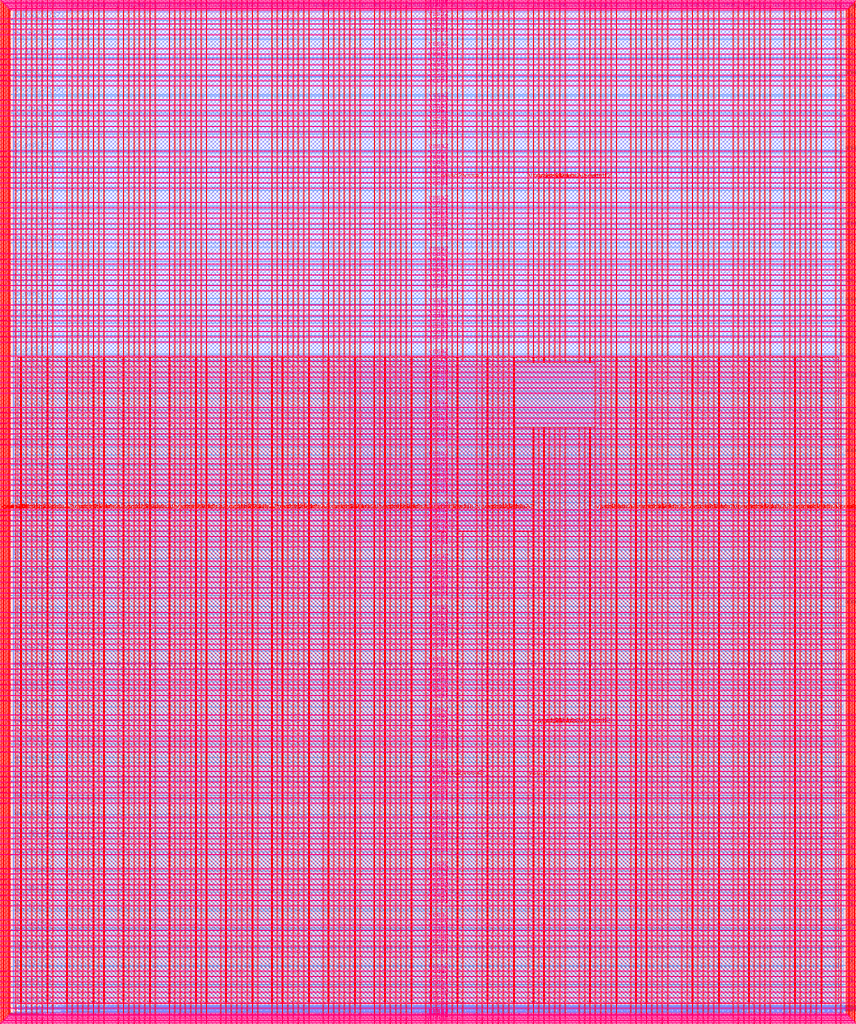
<source format=lef>
VERSION 5.7 ;
  NOWIREEXTENSIONATPIN ON ;
  DIVIDERCHAR "/" ;
  BUSBITCHARS "[]" ;
MACRO user_project_wrapper
  CLASS BLOCK ;
  FOREIGN user_project_wrapper ;
  ORIGIN 0.000 0.000 ;
  SIZE 2920.000 BY 3520.000 ;
  PIN analog_io[0]
    DIRECTION INOUT ;
    USE SIGNAL ;
    PORT
      LAYER met3 ;
        RECT 2917.600 1426.380 2924.800 1427.580 ;
    END
  END analog_io[0]
  PIN analog_io[10]
    DIRECTION INOUT ;
    USE SIGNAL ;
    PORT
      LAYER met2 ;
        RECT 2230.490 3517.600 2231.050 3524.800 ;
    END
  END analog_io[10]
  PIN analog_io[11]
    DIRECTION INOUT ;
    USE SIGNAL ;
    PORT
      LAYER met2 ;
        RECT 1905.730 3517.600 1906.290 3524.800 ;
    END
  END analog_io[11]
  PIN analog_io[12]
    DIRECTION INOUT ;
    USE SIGNAL ;
    PORT
      LAYER met2 ;
        RECT 1581.430 3517.600 1581.990 3524.800 ;
    END
  END analog_io[12]
  PIN analog_io[13]
    DIRECTION INOUT ;
    USE SIGNAL ;
    PORT
      LAYER met2 ;
        RECT 1257.130 3517.600 1257.690 3524.800 ;
    END
  END analog_io[13]
  PIN analog_io[14]
    DIRECTION INOUT ;
    USE SIGNAL ;
    PORT
      LAYER met2 ;
        RECT 932.370 3517.600 932.930 3524.800 ;
    END
  END analog_io[14]
  PIN analog_io[15]
    DIRECTION INOUT ;
    USE SIGNAL ;
    PORT
      LAYER met2 ;
        RECT 608.070 3517.600 608.630 3524.800 ;
    END
  END analog_io[15]
  PIN analog_io[16]
    DIRECTION INOUT ;
    USE SIGNAL ;
    PORT
      LAYER met2 ;
        RECT 283.770 3517.600 284.330 3524.800 ;
    END
  END analog_io[16]
  PIN analog_io[17]
    DIRECTION INOUT ;
    USE SIGNAL ;
    PORT
      LAYER met3 ;
        RECT -4.800 3486.100 2.400 3487.300 ;
    END
  END analog_io[17]
  PIN analog_io[18]
    DIRECTION INOUT ;
    USE SIGNAL ;
    PORT
      LAYER met3 ;
        RECT -4.800 3224.980 2.400 3226.180 ;
    END
  END analog_io[18]
  PIN analog_io[19]
    DIRECTION INOUT ;
    USE SIGNAL ;
    PORT
      LAYER met3 ;
        RECT -4.800 2964.540 2.400 2965.740 ;
    END
  END analog_io[19]
  PIN analog_io[1]
    DIRECTION INOUT ;
    USE SIGNAL ;
    PORT
      LAYER met3 ;
        RECT 2917.600 1692.260 2924.800 1693.460 ;
    END
  END analog_io[1]
  PIN analog_io[20]
    DIRECTION INOUT ;
    USE SIGNAL ;
    PORT
      LAYER met3 ;
        RECT -4.800 2703.420 2.400 2704.620 ;
    END
  END analog_io[20]
  PIN analog_io[21]
    DIRECTION INOUT ;
    USE SIGNAL ;
    PORT
      LAYER met3 ;
        RECT -4.800 2442.980 2.400 2444.180 ;
    END
  END analog_io[21]
  PIN analog_io[22]
    DIRECTION INOUT ;
    USE SIGNAL ;
    PORT
      LAYER met3 ;
        RECT -4.800 2182.540 2.400 2183.740 ;
    END
  END analog_io[22]
  PIN analog_io[23]
    DIRECTION INOUT ;
    USE SIGNAL ;
    PORT
      LAYER met3 ;
        RECT -4.800 1921.420 2.400 1922.620 ;
    END
  END analog_io[23]
  PIN analog_io[24]
    DIRECTION INOUT ;
    USE SIGNAL ;
    PORT
      LAYER met3 ;
        RECT -4.800 1660.980 2.400 1662.180 ;
    END
  END analog_io[24]
  PIN analog_io[25]
    DIRECTION INOUT ;
    USE SIGNAL ;
    PORT
      LAYER met3 ;
        RECT -4.800 1399.860 2.400 1401.060 ;
    END
  END analog_io[25]
  PIN analog_io[26]
    DIRECTION INOUT ;
    USE SIGNAL ;
    PORT
      LAYER met3 ;
        RECT -4.800 1139.420 2.400 1140.620 ;
    END
  END analog_io[26]
  PIN analog_io[27]
    DIRECTION INOUT ;
    USE SIGNAL ;
    PORT
      LAYER met3 ;
        RECT -4.800 878.980 2.400 880.180 ;
    END
  END analog_io[27]
  PIN analog_io[28]
    DIRECTION INOUT ;
    USE SIGNAL ;
    PORT
      LAYER met3 ;
        RECT -4.800 617.860 2.400 619.060 ;
    END
  END analog_io[28]
  PIN analog_io[2]
    DIRECTION INOUT ;
    USE SIGNAL ;
    PORT
      LAYER met3 ;
        RECT 2917.600 1958.140 2924.800 1959.340 ;
    END
  END analog_io[2]
  PIN analog_io[3]
    DIRECTION INOUT ;
    USE SIGNAL ;
    PORT
      LAYER met3 ;
        RECT 2917.600 2223.340 2924.800 2224.540 ;
    END
  END analog_io[3]
  PIN analog_io[4]
    DIRECTION INOUT ;
    USE SIGNAL ;
    PORT
      LAYER met3 ;
        RECT 2917.600 2489.220 2924.800 2490.420 ;
    END
  END analog_io[4]
  PIN analog_io[5]
    DIRECTION INOUT ;
    USE SIGNAL ;
    PORT
      LAYER met3 ;
        RECT 2917.600 2755.100 2924.800 2756.300 ;
    END
  END analog_io[5]
  PIN analog_io[6]
    DIRECTION INOUT ;
    USE SIGNAL ;
    PORT
      LAYER met3 ;
        RECT 2917.600 3020.300 2924.800 3021.500 ;
    END
  END analog_io[6]
  PIN analog_io[7]
    DIRECTION INOUT ;
    USE SIGNAL ;
    PORT
      LAYER met3 ;
        RECT 2917.600 3286.180 2924.800 3287.380 ;
    END
  END analog_io[7]
  PIN analog_io[8]
    DIRECTION INOUT ;
    USE SIGNAL ;
    PORT
      LAYER met2 ;
        RECT 2879.090 3517.600 2879.650 3524.800 ;
    END
  END analog_io[8]
  PIN analog_io[9]
    DIRECTION INOUT ;
    USE SIGNAL ;
    PORT
      LAYER met2 ;
        RECT 2554.790 3517.600 2555.350 3524.800 ;
    END
  END analog_io[9]
  PIN io_in[0]
    DIRECTION INPUT ;
    USE SIGNAL ;
    PORT
      LAYER met3 ;
        RECT 2917.600 32.380 2924.800 33.580 ;
    END
  END io_in[0]
  PIN io_in[10]
    DIRECTION INPUT ;
    USE SIGNAL ;
    PORT
      LAYER met3 ;
        RECT 2917.600 2289.980 2924.800 2291.180 ;
    END
  END io_in[10]
  PIN io_in[11]
    DIRECTION INPUT ;
    USE SIGNAL ;
    PORT
      LAYER met3 ;
        RECT 2917.600 2555.860 2924.800 2557.060 ;
    END
  END io_in[11]
  PIN io_in[12]
    DIRECTION INPUT ;
    USE SIGNAL ;
    PORT
      LAYER met3 ;
        RECT 2917.600 2821.060 2924.800 2822.260 ;
    END
  END io_in[12]
  PIN io_in[13]
    DIRECTION INPUT ;
    USE SIGNAL ;
    PORT
      LAYER met3 ;
        RECT 2917.600 3086.940 2924.800 3088.140 ;
    END
  END io_in[13]
  PIN io_in[14]
    DIRECTION INPUT ;
    USE SIGNAL ;
    PORT
      LAYER met3 ;
        RECT 2917.600 3352.820 2924.800 3354.020 ;
    END
  END io_in[14]
  PIN io_in[15]
    DIRECTION INPUT ;
    USE SIGNAL ;
    PORT
      LAYER met2 ;
        RECT 2798.130 3517.600 2798.690 3524.800 ;
    END
  END io_in[15]
  PIN io_in[16]
    DIRECTION INPUT ;
    USE SIGNAL ;
    PORT
      LAYER met2 ;
        RECT 2473.830 3517.600 2474.390 3524.800 ;
    END
  END io_in[16]
  PIN io_in[17]
    DIRECTION INPUT ;
    USE SIGNAL ;
    PORT
      LAYER met2 ;
        RECT 2149.070 3517.600 2149.630 3524.800 ;
    END
  END io_in[17]
  PIN io_in[18]
    DIRECTION INPUT ;
    USE SIGNAL ;
    PORT
      LAYER met2 ;
        RECT 1824.770 3517.600 1825.330 3524.800 ;
    END
  END io_in[18]
  PIN io_in[19]
    DIRECTION INPUT ;
    USE SIGNAL ;
    PORT
      LAYER met2 ;
        RECT 1500.470 3517.600 1501.030 3524.800 ;
    END
  END io_in[19]
  PIN io_in[1]
    DIRECTION INPUT ;
    USE SIGNAL ;
    PORT
      LAYER met3 ;
        RECT 2917.600 230.940 2924.800 232.140 ;
    END
  END io_in[1]
  PIN io_in[20]
    DIRECTION INPUT ;
    USE SIGNAL ;
    PORT
      LAYER met2 ;
        RECT 1175.710 3517.600 1176.270 3524.800 ;
    END
  END io_in[20]
  PIN io_in[21]
    DIRECTION INPUT ;
    USE SIGNAL ;
    PORT
      LAYER met2 ;
        RECT 851.410 3517.600 851.970 3524.800 ;
    END
  END io_in[21]
  PIN io_in[22]
    DIRECTION INPUT ;
    USE SIGNAL ;
    PORT
      LAYER met2 ;
        RECT 527.110 3517.600 527.670 3524.800 ;
    END
  END io_in[22]
  PIN io_in[23]
    DIRECTION INPUT ;
    USE SIGNAL ;
    PORT
      LAYER met2 ;
        RECT 202.350 3517.600 202.910 3524.800 ;
    END
  END io_in[23]
  PIN io_in[24]
    DIRECTION INPUT ;
    USE SIGNAL ;
    PORT
      LAYER met3 ;
        RECT -4.800 3420.820 2.400 3422.020 ;
    END
  END io_in[24]
  PIN io_in[25]
    DIRECTION INPUT ;
    USE SIGNAL ;
    PORT
      LAYER met3 ;
        RECT -4.800 3159.700 2.400 3160.900 ;
    END
  END io_in[25]
  PIN io_in[26]
    DIRECTION INPUT ;
    USE SIGNAL ;
    PORT
      LAYER met3 ;
        RECT -4.800 2899.260 2.400 2900.460 ;
    END
  END io_in[26]
  PIN io_in[27]
    DIRECTION INPUT ;
    USE SIGNAL ;
    PORT
      LAYER met3 ;
        RECT -4.800 2638.820 2.400 2640.020 ;
    END
  END io_in[27]
  PIN io_in[28]
    DIRECTION INPUT ;
    USE SIGNAL ;
    PORT
      LAYER met3 ;
        RECT -4.800 2377.700 2.400 2378.900 ;
    END
  END io_in[28]
  PIN io_in[29]
    DIRECTION INPUT ;
    USE SIGNAL ;
    PORT
      LAYER met3 ;
        RECT -4.800 2117.260 2.400 2118.460 ;
    END
  END io_in[29]
  PIN io_in[2]
    DIRECTION INPUT ;
    USE SIGNAL ;
    PORT
      LAYER met3 ;
        RECT 2917.600 430.180 2924.800 431.380 ;
    END
  END io_in[2]
  PIN io_in[30]
    DIRECTION INPUT ;
    USE SIGNAL ;
    PORT
      LAYER met3 ;
        RECT -4.800 1856.140 2.400 1857.340 ;
    END
  END io_in[30]
  PIN io_in[31]
    DIRECTION INPUT ;
    USE SIGNAL ;
    PORT
      LAYER met3 ;
        RECT -4.800 1595.700 2.400 1596.900 ;
    END
  END io_in[31]
  PIN io_in[32]
    DIRECTION INPUT ;
    USE SIGNAL ;
    PORT
      LAYER met3 ;
        RECT -4.800 1335.260 2.400 1336.460 ;
    END
  END io_in[32]
  PIN io_in[33]
    DIRECTION INPUT ;
    USE SIGNAL ;
    PORT
      LAYER met3 ;
        RECT -4.800 1074.140 2.400 1075.340 ;
    END
  END io_in[33]
  PIN io_in[34]
    DIRECTION INPUT ;
    USE SIGNAL ;
    PORT
      LAYER met3 ;
        RECT -4.800 813.700 2.400 814.900 ;
    END
  END io_in[34]
  PIN io_in[35]
    DIRECTION INPUT ;
    USE SIGNAL ;
    PORT
      LAYER met3 ;
        RECT -4.800 552.580 2.400 553.780 ;
    END
  END io_in[35]
  PIN io_in[36]
    DIRECTION INPUT ;
    USE SIGNAL ;
    PORT
      LAYER met3 ;
        RECT -4.800 357.420 2.400 358.620 ;
    END
  END io_in[36]
  PIN io_in[37]
    DIRECTION INPUT ;
    USE SIGNAL ;
    PORT
      LAYER met3 ;
        RECT -4.800 161.580 2.400 162.780 ;
    END
  END io_in[37]
  PIN io_in[3]
    DIRECTION INPUT ;
    USE SIGNAL ;
    PORT
      LAYER met3 ;
        RECT 2917.600 629.420 2924.800 630.620 ;
    END
  END io_in[3]
  PIN io_in[4]
    DIRECTION INPUT ;
    USE SIGNAL ;
    PORT
      LAYER met3 ;
        RECT 2917.600 828.660 2924.800 829.860 ;
    END
  END io_in[4]
  PIN io_in[5]
    DIRECTION INPUT ;
    USE SIGNAL ;
    PORT
      LAYER met3 ;
        RECT 2917.600 1027.900 2924.800 1029.100 ;
    END
  END io_in[5]
  PIN io_in[6]
    DIRECTION INPUT ;
    USE SIGNAL ;
    PORT
      LAYER met3 ;
        RECT 2917.600 1227.140 2924.800 1228.340 ;
    END
  END io_in[6]
  PIN io_in[7]
    DIRECTION INPUT ;
    USE SIGNAL ;
    PORT
      LAYER met3 ;
        RECT 2917.600 1493.020 2924.800 1494.220 ;
    END
  END io_in[7]
  PIN io_in[8]
    DIRECTION INPUT ;
    USE SIGNAL ;
    PORT
      LAYER met3 ;
        RECT 2917.600 1758.900 2924.800 1760.100 ;
    END
  END io_in[8]
  PIN io_in[9]
    DIRECTION INPUT ;
    USE SIGNAL ;
    PORT
      LAYER met3 ;
        RECT 2917.600 2024.100 2924.800 2025.300 ;
    END
  END io_in[9]
  PIN io_oeb[0]
    DIRECTION OUTPUT TRISTATE ;
    USE SIGNAL ;
    PORT
      LAYER met3 ;
        RECT 2917.600 164.980 2924.800 166.180 ;
    END
  END io_oeb[0]
  PIN io_oeb[10]
    DIRECTION OUTPUT TRISTATE ;
    USE SIGNAL ;
    PORT
      LAYER met3 ;
        RECT 2917.600 2422.580 2924.800 2423.780 ;
    END
  END io_oeb[10]
  PIN io_oeb[11]
    DIRECTION OUTPUT TRISTATE ;
    USE SIGNAL ;
    PORT
      LAYER met3 ;
        RECT 2917.600 2688.460 2924.800 2689.660 ;
    END
  END io_oeb[11]
  PIN io_oeb[12]
    DIRECTION OUTPUT TRISTATE ;
    USE SIGNAL ;
    PORT
      LAYER met3 ;
        RECT 2917.600 2954.340 2924.800 2955.540 ;
    END
  END io_oeb[12]
  PIN io_oeb[13]
    DIRECTION OUTPUT TRISTATE ;
    USE SIGNAL ;
    PORT
      LAYER met3 ;
        RECT 2917.600 3219.540 2924.800 3220.740 ;
    END
  END io_oeb[13]
  PIN io_oeb[14]
    DIRECTION OUTPUT TRISTATE ;
    USE SIGNAL ;
    PORT
      LAYER met3 ;
        RECT 2917.600 3485.420 2924.800 3486.620 ;
    END
  END io_oeb[14]
  PIN io_oeb[15]
    DIRECTION OUTPUT TRISTATE ;
    USE SIGNAL ;
    PORT
      LAYER met2 ;
        RECT 2635.750 3517.600 2636.310 3524.800 ;
    END
  END io_oeb[15]
  PIN io_oeb[16]
    DIRECTION OUTPUT TRISTATE ;
    USE SIGNAL ;
    PORT
      LAYER met2 ;
        RECT 2311.450 3517.600 2312.010 3524.800 ;
    END
  END io_oeb[16]
  PIN io_oeb[17]
    DIRECTION OUTPUT TRISTATE ;
    USE SIGNAL ;
    PORT
      LAYER met2 ;
        RECT 1987.150 3517.600 1987.710 3524.800 ;
    END
  END io_oeb[17]
  PIN io_oeb[18]
    DIRECTION OUTPUT TRISTATE ;
    USE SIGNAL ;
    PORT
      LAYER met2 ;
        RECT 1662.390 3517.600 1662.950 3524.800 ;
    END
  END io_oeb[18]
  PIN io_oeb[19]
    DIRECTION OUTPUT TRISTATE ;
    USE SIGNAL ;
    PORT
      LAYER met2 ;
        RECT 1338.090 3517.600 1338.650 3524.800 ;
    END
  END io_oeb[19]
  PIN io_oeb[1]
    DIRECTION OUTPUT TRISTATE ;
    USE SIGNAL ;
    PORT
      LAYER met3 ;
        RECT 2917.600 364.220 2924.800 365.420 ;
    END
  END io_oeb[1]
  PIN io_oeb[20]
    DIRECTION OUTPUT TRISTATE ;
    USE SIGNAL ;
    PORT
      LAYER met2 ;
        RECT 1013.790 3517.600 1014.350 3524.800 ;
    END
  END io_oeb[20]
  PIN io_oeb[21]
    DIRECTION OUTPUT TRISTATE ;
    USE SIGNAL ;
    PORT
      LAYER met2 ;
        RECT 689.030 3517.600 689.590 3524.800 ;
    END
  END io_oeb[21]
  PIN io_oeb[22]
    DIRECTION OUTPUT TRISTATE ;
    USE SIGNAL ;
    PORT
      LAYER met2 ;
        RECT 364.730 3517.600 365.290 3524.800 ;
    END
  END io_oeb[22]
  PIN io_oeb[23]
    DIRECTION OUTPUT TRISTATE ;
    USE SIGNAL ;
    PORT
      LAYER met2 ;
        RECT 40.430 3517.600 40.990 3524.800 ;
    END
  END io_oeb[23]
  PIN io_oeb[24]
    DIRECTION OUTPUT TRISTATE ;
    USE SIGNAL ;
    PORT
      LAYER met3 ;
        RECT -4.800 3290.260 2.400 3291.460 ;
    END
  END io_oeb[24]
  PIN io_oeb[25]
    DIRECTION OUTPUT TRISTATE ;
    USE SIGNAL ;
    PORT
      LAYER met3 ;
        RECT -4.800 3029.820 2.400 3031.020 ;
    END
  END io_oeb[25]
  PIN io_oeb[26]
    DIRECTION OUTPUT TRISTATE ;
    USE SIGNAL ;
    PORT
      LAYER met3 ;
        RECT -4.800 2768.700 2.400 2769.900 ;
    END
  END io_oeb[26]
  PIN io_oeb[27]
    DIRECTION OUTPUT TRISTATE ;
    USE SIGNAL ;
    PORT
      LAYER met3 ;
        RECT -4.800 2508.260 2.400 2509.460 ;
    END
  END io_oeb[27]
  PIN io_oeb[28]
    DIRECTION OUTPUT TRISTATE ;
    USE SIGNAL ;
    PORT
      LAYER met3 ;
        RECT -4.800 2247.140 2.400 2248.340 ;
    END
  END io_oeb[28]
  PIN io_oeb[29]
    DIRECTION OUTPUT TRISTATE ;
    USE SIGNAL ;
    PORT
      LAYER met3 ;
        RECT -4.800 1986.700 2.400 1987.900 ;
    END
  END io_oeb[29]
  PIN io_oeb[2]
    DIRECTION OUTPUT TRISTATE ;
    USE SIGNAL ;
    PORT
      LAYER met3 ;
        RECT 2917.600 563.460 2924.800 564.660 ;
    END
  END io_oeb[2]
  PIN io_oeb[30]
    DIRECTION OUTPUT TRISTATE ;
    USE SIGNAL ;
    PORT
      LAYER met3 ;
        RECT -4.800 1726.260 2.400 1727.460 ;
    END
  END io_oeb[30]
  PIN io_oeb[31]
    DIRECTION OUTPUT TRISTATE ;
    USE SIGNAL ;
    PORT
      LAYER met3 ;
        RECT -4.800 1465.140 2.400 1466.340 ;
    END
  END io_oeb[31]
  PIN io_oeb[32]
    DIRECTION OUTPUT TRISTATE ;
    USE SIGNAL ;
    PORT
      LAYER met3 ;
        RECT -4.800 1204.700 2.400 1205.900 ;
    END
  END io_oeb[32]
  PIN io_oeb[33]
    DIRECTION OUTPUT TRISTATE ;
    USE SIGNAL ;
    PORT
      LAYER met3 ;
        RECT -4.800 943.580 2.400 944.780 ;
    END
  END io_oeb[33]
  PIN io_oeb[34]
    DIRECTION OUTPUT TRISTATE ;
    USE SIGNAL ;
    PORT
      LAYER met3 ;
        RECT -4.800 683.140 2.400 684.340 ;
    END
  END io_oeb[34]
  PIN io_oeb[35]
    DIRECTION OUTPUT TRISTATE ;
    USE SIGNAL ;
    PORT
      LAYER met3 ;
        RECT -4.800 422.700 2.400 423.900 ;
    END
  END io_oeb[35]
  PIN io_oeb[36]
    DIRECTION OUTPUT TRISTATE ;
    USE SIGNAL ;
    PORT
      LAYER met3 ;
        RECT -4.800 226.860 2.400 228.060 ;
    END
  END io_oeb[36]
  PIN io_oeb[37]
    DIRECTION OUTPUT TRISTATE ;
    USE SIGNAL ;
    PORT
      LAYER met3 ;
        RECT -4.800 31.700 2.400 32.900 ;
    END
  END io_oeb[37]
  PIN io_oeb[3]
    DIRECTION OUTPUT TRISTATE ;
    USE SIGNAL ;
    PORT
      LAYER met3 ;
        RECT 2917.600 762.700 2924.800 763.900 ;
    END
  END io_oeb[3]
  PIN io_oeb[4]
    DIRECTION OUTPUT TRISTATE ;
    USE SIGNAL ;
    PORT
      LAYER met3 ;
        RECT 2917.600 961.940 2924.800 963.140 ;
    END
  END io_oeb[4]
  PIN io_oeb[5]
    DIRECTION OUTPUT TRISTATE ;
    USE SIGNAL ;
    PORT
      LAYER met3 ;
        RECT 2917.600 1161.180 2924.800 1162.380 ;
    END
  END io_oeb[5]
  PIN io_oeb[6]
    DIRECTION OUTPUT TRISTATE ;
    USE SIGNAL ;
    PORT
      LAYER met3 ;
        RECT 2917.600 1360.420 2924.800 1361.620 ;
    END
  END io_oeb[6]
  PIN io_oeb[7]
    DIRECTION OUTPUT TRISTATE ;
    USE SIGNAL ;
    PORT
      LAYER met3 ;
        RECT 2917.600 1625.620 2924.800 1626.820 ;
    END
  END io_oeb[7]
  PIN io_oeb[8]
    DIRECTION OUTPUT TRISTATE ;
    USE SIGNAL ;
    PORT
      LAYER met3 ;
        RECT 2917.600 1891.500 2924.800 1892.700 ;
    END
  END io_oeb[8]
  PIN io_oeb[9]
    DIRECTION OUTPUT TRISTATE ;
    USE SIGNAL ;
    PORT
      LAYER met3 ;
        RECT 2917.600 2157.380 2924.800 2158.580 ;
    END
  END io_oeb[9]
  PIN io_out[0]
    DIRECTION OUTPUT TRISTATE ;
    USE SIGNAL ;
    PORT
      LAYER met3 ;
        RECT 2917.600 98.340 2924.800 99.540 ;
    END
  END io_out[0]
  PIN io_out[10]
    DIRECTION OUTPUT TRISTATE ;
    USE SIGNAL ;
    PORT
      LAYER met3 ;
        RECT 2917.600 2356.620 2924.800 2357.820 ;
    END
  END io_out[10]
  PIN io_out[11]
    DIRECTION OUTPUT TRISTATE ;
    USE SIGNAL ;
    PORT
      LAYER met3 ;
        RECT 2917.600 2621.820 2924.800 2623.020 ;
    END
  END io_out[11]
  PIN io_out[12]
    DIRECTION OUTPUT TRISTATE ;
    USE SIGNAL ;
    PORT
      LAYER met3 ;
        RECT 2917.600 2887.700 2924.800 2888.900 ;
    END
  END io_out[12]
  PIN io_out[13]
    DIRECTION OUTPUT TRISTATE ;
    USE SIGNAL ;
    PORT
      LAYER met3 ;
        RECT 2917.600 3153.580 2924.800 3154.780 ;
    END
  END io_out[13]
  PIN io_out[14]
    DIRECTION OUTPUT TRISTATE ;
    USE SIGNAL ;
    PORT
      LAYER met3 ;
        RECT 2917.600 3418.780 2924.800 3419.980 ;
    END
  END io_out[14]
  PIN io_out[15]
    DIRECTION OUTPUT TRISTATE ;
    USE SIGNAL ;
    PORT
      LAYER met2 ;
        RECT 2717.170 3517.600 2717.730 3524.800 ;
    END
  END io_out[15]
  PIN io_out[16]
    DIRECTION OUTPUT TRISTATE ;
    USE SIGNAL ;
    PORT
      LAYER met2 ;
        RECT 2392.410 3517.600 2392.970 3524.800 ;
    END
  END io_out[16]
  PIN io_out[17]
    DIRECTION OUTPUT TRISTATE ;
    USE SIGNAL ;
    PORT
      LAYER met2 ;
        RECT 2068.110 3517.600 2068.670 3524.800 ;
    END
  END io_out[17]
  PIN io_out[18]
    DIRECTION OUTPUT TRISTATE ;
    USE SIGNAL ;
    PORT
      LAYER met2 ;
        RECT 1743.810 3517.600 1744.370 3524.800 ;
    END
  END io_out[18]
  PIN io_out[19]
    DIRECTION OUTPUT TRISTATE ;
    USE SIGNAL ;
    PORT
      LAYER met2 ;
        RECT 1419.050 3517.600 1419.610 3524.800 ;
    END
  END io_out[19]
  PIN io_out[1]
    DIRECTION OUTPUT TRISTATE ;
    USE SIGNAL ;
    PORT
      LAYER met3 ;
        RECT 2917.600 297.580 2924.800 298.780 ;
    END
  END io_out[1]
  PIN io_out[20]
    DIRECTION OUTPUT TRISTATE ;
    USE SIGNAL ;
    PORT
      LAYER met2 ;
        RECT 1094.750 3517.600 1095.310 3524.800 ;
    END
  END io_out[20]
  PIN io_out[21]
    DIRECTION OUTPUT TRISTATE ;
    USE SIGNAL ;
    PORT
      LAYER met2 ;
        RECT 770.450 3517.600 771.010 3524.800 ;
    END
  END io_out[21]
  PIN io_out[22]
    DIRECTION OUTPUT TRISTATE ;
    USE SIGNAL ;
    PORT
      LAYER met2 ;
        RECT 445.690 3517.600 446.250 3524.800 ;
    END
  END io_out[22]
  PIN io_out[23]
    DIRECTION OUTPUT TRISTATE ;
    USE SIGNAL ;
    PORT
      LAYER met2 ;
        RECT 121.390 3517.600 121.950 3524.800 ;
    END
  END io_out[23]
  PIN io_out[24]
    DIRECTION OUTPUT TRISTATE ;
    USE SIGNAL ;
    PORT
      LAYER met3 ;
        RECT -4.800 3355.540 2.400 3356.740 ;
    END
  END io_out[24]
  PIN io_out[25]
    DIRECTION OUTPUT TRISTATE ;
    USE SIGNAL ;
    PORT
      LAYER met3 ;
        RECT -4.800 3095.100 2.400 3096.300 ;
    END
  END io_out[25]
  PIN io_out[26]
    DIRECTION OUTPUT TRISTATE ;
    USE SIGNAL ;
    PORT
      LAYER met3 ;
        RECT -4.800 2833.980 2.400 2835.180 ;
    END
  END io_out[26]
  PIN io_out[27]
    DIRECTION OUTPUT TRISTATE ;
    USE SIGNAL ;
    PORT
      LAYER met3 ;
        RECT -4.800 2573.540 2.400 2574.740 ;
    END
  END io_out[27]
  PIN io_out[28]
    DIRECTION OUTPUT TRISTATE ;
    USE SIGNAL ;
    PORT
      LAYER met3 ;
        RECT -4.800 2312.420 2.400 2313.620 ;
    END
  END io_out[28]
  PIN io_out[29]
    DIRECTION OUTPUT TRISTATE ;
    USE SIGNAL ;
    PORT
      LAYER met3 ;
        RECT -4.800 2051.980 2.400 2053.180 ;
    END
  END io_out[29]
  PIN io_out[2]
    DIRECTION OUTPUT TRISTATE ;
    USE SIGNAL ;
    PORT
      LAYER met3 ;
        RECT 2917.600 496.820 2924.800 498.020 ;
    END
  END io_out[2]
  PIN io_out[30]
    DIRECTION OUTPUT TRISTATE ;
    USE SIGNAL ;
    PORT
      LAYER met3 ;
        RECT -4.800 1791.540 2.400 1792.740 ;
    END
  END io_out[30]
  PIN io_out[31]
    DIRECTION OUTPUT TRISTATE ;
    USE SIGNAL ;
    PORT
      LAYER met3 ;
        RECT -4.800 1530.420 2.400 1531.620 ;
    END
  END io_out[31]
  PIN io_out[32]
    DIRECTION OUTPUT TRISTATE ;
    USE SIGNAL ;
    PORT
      LAYER met3 ;
        RECT -4.800 1269.980 2.400 1271.180 ;
    END
  END io_out[32]
  PIN io_out[33]
    DIRECTION OUTPUT TRISTATE ;
    USE SIGNAL ;
    PORT
      LAYER met3 ;
        RECT -4.800 1008.860 2.400 1010.060 ;
    END
  END io_out[33]
  PIN io_out[34]
    DIRECTION OUTPUT TRISTATE ;
    USE SIGNAL ;
    PORT
      LAYER met3 ;
        RECT -4.800 748.420 2.400 749.620 ;
    END
  END io_out[34]
  PIN io_out[35]
    DIRECTION OUTPUT TRISTATE ;
    USE SIGNAL ;
    PORT
      LAYER met3 ;
        RECT -4.800 487.300 2.400 488.500 ;
    END
  END io_out[35]
  PIN io_out[36]
    DIRECTION OUTPUT TRISTATE ;
    USE SIGNAL ;
    PORT
      LAYER met3 ;
        RECT -4.800 292.140 2.400 293.340 ;
    END
  END io_out[36]
  PIN io_out[37]
    DIRECTION OUTPUT TRISTATE ;
    USE SIGNAL ;
    PORT
      LAYER met3 ;
        RECT -4.800 96.300 2.400 97.500 ;
    END
  END io_out[37]
  PIN io_out[3]
    DIRECTION OUTPUT TRISTATE ;
    USE SIGNAL ;
    PORT
      LAYER met3 ;
        RECT 2917.600 696.060 2924.800 697.260 ;
    END
  END io_out[3]
  PIN io_out[4]
    DIRECTION OUTPUT TRISTATE ;
    USE SIGNAL ;
    PORT
      LAYER met3 ;
        RECT 2917.600 895.300 2924.800 896.500 ;
    END
  END io_out[4]
  PIN io_out[5]
    DIRECTION OUTPUT TRISTATE ;
    USE SIGNAL ;
    PORT
      LAYER met3 ;
        RECT 2917.600 1094.540 2924.800 1095.740 ;
    END
  END io_out[5]
  PIN io_out[6]
    DIRECTION OUTPUT TRISTATE ;
    USE SIGNAL ;
    PORT
      LAYER met3 ;
        RECT 2917.600 1293.780 2924.800 1294.980 ;
    END
  END io_out[6]
  PIN io_out[7]
    DIRECTION OUTPUT TRISTATE ;
    USE SIGNAL ;
    PORT
      LAYER met3 ;
        RECT 2917.600 1559.660 2924.800 1560.860 ;
    END
  END io_out[7]
  PIN io_out[8]
    DIRECTION OUTPUT TRISTATE ;
    USE SIGNAL ;
    PORT
      LAYER met3 ;
        RECT 2917.600 1824.860 2924.800 1826.060 ;
    END
  END io_out[8]
  PIN io_out[9]
    DIRECTION OUTPUT TRISTATE ;
    USE SIGNAL ;
    PORT
      LAYER met3 ;
        RECT 2917.600 2090.740 2924.800 2091.940 ;
    END
  END io_out[9]
  PIN la_data_in[0]
    DIRECTION INPUT ;
    USE SIGNAL ;
    PORT
      LAYER met2 ;
        RECT 629.230 -4.800 629.790 2.400 ;
    END
  END la_data_in[0]
  PIN la_data_in[100]
    DIRECTION INPUT ;
    USE SIGNAL ;
    PORT
      LAYER met2 ;
        RECT 2402.530 -4.800 2403.090 2.400 ;
    END
  END la_data_in[100]
  PIN la_data_in[101]
    DIRECTION INPUT ;
    USE SIGNAL ;
    PORT
      LAYER met2 ;
        RECT 2420.010 -4.800 2420.570 2.400 ;
    END
  END la_data_in[101]
  PIN la_data_in[102]
    DIRECTION INPUT ;
    USE SIGNAL ;
    PORT
      LAYER met2 ;
        RECT 2437.950 -4.800 2438.510 2.400 ;
    END
  END la_data_in[102]
  PIN la_data_in[103]
    DIRECTION INPUT ;
    USE SIGNAL ;
    PORT
      LAYER met2 ;
        RECT 2455.430 -4.800 2455.990 2.400 ;
    END
  END la_data_in[103]
  PIN la_data_in[104]
    DIRECTION INPUT ;
    USE SIGNAL ;
    PORT
      LAYER met2 ;
        RECT 2473.370 -4.800 2473.930 2.400 ;
    END
  END la_data_in[104]
  PIN la_data_in[105]
    DIRECTION INPUT ;
    USE SIGNAL ;
    PORT
      LAYER met2 ;
        RECT 2490.850 -4.800 2491.410 2.400 ;
    END
  END la_data_in[105]
  PIN la_data_in[106]
    DIRECTION INPUT ;
    USE SIGNAL ;
    PORT
      LAYER met2 ;
        RECT 2508.790 -4.800 2509.350 2.400 ;
    END
  END la_data_in[106]
  PIN la_data_in[107]
    DIRECTION INPUT ;
    USE SIGNAL ;
    PORT
      LAYER met2 ;
        RECT 2526.730 -4.800 2527.290 2.400 ;
    END
  END la_data_in[107]
  PIN la_data_in[108]
    DIRECTION INPUT ;
    USE SIGNAL ;
    PORT
      LAYER met2 ;
        RECT 2544.210 -4.800 2544.770 2.400 ;
    END
  END la_data_in[108]
  PIN la_data_in[109]
    DIRECTION INPUT ;
    USE SIGNAL ;
    PORT
      LAYER met2 ;
        RECT 2562.150 -4.800 2562.710 2.400 ;
    END
  END la_data_in[109]
  PIN la_data_in[10]
    DIRECTION INPUT ;
    USE SIGNAL ;
    PORT
      LAYER met2 ;
        RECT 806.330 -4.800 806.890 2.400 ;
    END
  END la_data_in[10]
  PIN la_data_in[110]
    DIRECTION INPUT ;
    USE SIGNAL ;
    PORT
      LAYER met2 ;
        RECT 2579.630 -4.800 2580.190 2.400 ;
    END
  END la_data_in[110]
  PIN la_data_in[111]
    DIRECTION INPUT ;
    USE SIGNAL ;
    PORT
      LAYER met2 ;
        RECT 2597.570 -4.800 2598.130 2.400 ;
    END
  END la_data_in[111]
  PIN la_data_in[112]
    DIRECTION INPUT ;
    USE SIGNAL ;
    PORT
      LAYER met2 ;
        RECT 2615.050 -4.800 2615.610 2.400 ;
    END
  END la_data_in[112]
  PIN la_data_in[113]
    DIRECTION INPUT ;
    USE SIGNAL ;
    PORT
      LAYER met2 ;
        RECT 2632.990 -4.800 2633.550 2.400 ;
    END
  END la_data_in[113]
  PIN la_data_in[114]
    DIRECTION INPUT ;
    USE SIGNAL ;
    PORT
      LAYER met2 ;
        RECT 2650.470 -4.800 2651.030 2.400 ;
    END
  END la_data_in[114]
  PIN la_data_in[115]
    DIRECTION INPUT ;
    USE SIGNAL ;
    PORT
      LAYER met2 ;
        RECT 2668.410 -4.800 2668.970 2.400 ;
    END
  END la_data_in[115]
  PIN la_data_in[116]
    DIRECTION INPUT ;
    USE SIGNAL ;
    PORT
      LAYER met2 ;
        RECT 2685.890 -4.800 2686.450 2.400 ;
    END
  END la_data_in[116]
  PIN la_data_in[117]
    DIRECTION INPUT ;
    USE SIGNAL ;
    PORT
      LAYER met2 ;
        RECT 2703.830 -4.800 2704.390 2.400 ;
    END
  END la_data_in[117]
  PIN la_data_in[118]
    DIRECTION INPUT ;
    USE SIGNAL ;
    PORT
      LAYER met2 ;
        RECT 2721.770 -4.800 2722.330 2.400 ;
    END
  END la_data_in[118]
  PIN la_data_in[119]
    DIRECTION INPUT ;
    USE SIGNAL ;
    PORT
      LAYER met2 ;
        RECT 2739.250 -4.800 2739.810 2.400 ;
    END
  END la_data_in[119]
  PIN la_data_in[11]
    DIRECTION INPUT ;
    USE SIGNAL ;
    PORT
      LAYER met2 ;
        RECT 824.270 -4.800 824.830 2.400 ;
    END
  END la_data_in[11]
  PIN la_data_in[120]
    DIRECTION INPUT ;
    USE SIGNAL ;
    PORT
      LAYER met2 ;
        RECT 2757.190 -4.800 2757.750 2.400 ;
    END
  END la_data_in[120]
  PIN la_data_in[121]
    DIRECTION INPUT ;
    USE SIGNAL ;
    PORT
      LAYER met2 ;
        RECT 2774.670 -4.800 2775.230 2.400 ;
    END
  END la_data_in[121]
  PIN la_data_in[122]
    DIRECTION INPUT ;
    USE SIGNAL ;
    PORT
      LAYER met2 ;
        RECT 2792.610 -4.800 2793.170 2.400 ;
    END
  END la_data_in[122]
  PIN la_data_in[123]
    DIRECTION INPUT ;
    USE SIGNAL ;
    PORT
      LAYER met2 ;
        RECT 2810.090 -4.800 2810.650 2.400 ;
    END
  END la_data_in[123]
  PIN la_data_in[124]
    DIRECTION INPUT ;
    USE SIGNAL ;
    PORT
      LAYER met2 ;
        RECT 2828.030 -4.800 2828.590 2.400 ;
    END
  END la_data_in[124]
  PIN la_data_in[125]
    DIRECTION INPUT ;
    USE SIGNAL ;
    PORT
      LAYER met2 ;
        RECT 2845.510 -4.800 2846.070 2.400 ;
    END
  END la_data_in[125]
  PIN la_data_in[126]
    DIRECTION INPUT ;
    USE SIGNAL ;
    PORT
      LAYER met2 ;
        RECT 2863.450 -4.800 2864.010 2.400 ;
    END
  END la_data_in[126]
  PIN la_data_in[127]
    DIRECTION INPUT ;
    USE SIGNAL ;
    PORT
      LAYER met2 ;
        RECT 2881.390 -4.800 2881.950 2.400 ;
    END
  END la_data_in[127]
  PIN la_data_in[12]
    DIRECTION INPUT ;
    USE SIGNAL ;
    PORT
      LAYER met2 ;
        RECT 841.750 -4.800 842.310 2.400 ;
    END
  END la_data_in[12]
  PIN la_data_in[13]
    DIRECTION INPUT ;
    USE SIGNAL ;
    PORT
      LAYER met2 ;
        RECT 859.690 -4.800 860.250 2.400 ;
    END
  END la_data_in[13]
  PIN la_data_in[14]
    DIRECTION INPUT ;
    USE SIGNAL ;
    PORT
      LAYER met2 ;
        RECT 877.170 -4.800 877.730 2.400 ;
    END
  END la_data_in[14]
  PIN la_data_in[15]
    DIRECTION INPUT ;
    USE SIGNAL ;
    PORT
      LAYER met2 ;
        RECT 895.110 -4.800 895.670 2.400 ;
    END
  END la_data_in[15]
  PIN la_data_in[16]
    DIRECTION INPUT ;
    USE SIGNAL ;
    PORT
      LAYER met2 ;
        RECT 912.590 -4.800 913.150 2.400 ;
    END
  END la_data_in[16]
  PIN la_data_in[17]
    DIRECTION INPUT ;
    USE SIGNAL ;
    PORT
      LAYER met2 ;
        RECT 930.530 -4.800 931.090 2.400 ;
    END
  END la_data_in[17]
  PIN la_data_in[18]
    DIRECTION INPUT ;
    USE SIGNAL ;
    PORT
      LAYER met2 ;
        RECT 948.470 -4.800 949.030 2.400 ;
    END
  END la_data_in[18]
  PIN la_data_in[19]
    DIRECTION INPUT ;
    USE SIGNAL ;
    PORT
      LAYER met2 ;
        RECT 965.950 -4.800 966.510 2.400 ;
    END
  END la_data_in[19]
  PIN la_data_in[1]
    DIRECTION INPUT ;
    USE SIGNAL ;
    PORT
      LAYER met2 ;
        RECT 646.710 -4.800 647.270 2.400 ;
    END
  END la_data_in[1]
  PIN la_data_in[20]
    DIRECTION INPUT ;
    USE SIGNAL ;
    PORT
      LAYER met2 ;
        RECT 983.890 -4.800 984.450 2.400 ;
    END
  END la_data_in[20]
  PIN la_data_in[21]
    DIRECTION INPUT ;
    USE SIGNAL ;
    PORT
      LAYER met2 ;
        RECT 1001.370 -4.800 1001.930 2.400 ;
    END
  END la_data_in[21]
  PIN la_data_in[22]
    DIRECTION INPUT ;
    USE SIGNAL ;
    PORT
      LAYER met2 ;
        RECT 1019.310 -4.800 1019.870 2.400 ;
    END
  END la_data_in[22]
  PIN la_data_in[23]
    DIRECTION INPUT ;
    USE SIGNAL ;
    PORT
      LAYER met2 ;
        RECT 1036.790 -4.800 1037.350 2.400 ;
    END
  END la_data_in[23]
  PIN la_data_in[24]
    DIRECTION INPUT ;
    USE SIGNAL ;
    PORT
      LAYER met2 ;
        RECT 1054.730 -4.800 1055.290 2.400 ;
    END
  END la_data_in[24]
  PIN la_data_in[25]
    DIRECTION INPUT ;
    USE SIGNAL ;
    PORT
      LAYER met2 ;
        RECT 1072.210 -4.800 1072.770 2.400 ;
    END
  END la_data_in[25]
  PIN la_data_in[26]
    DIRECTION INPUT ;
    USE SIGNAL ;
    PORT
      LAYER met2 ;
        RECT 1090.150 -4.800 1090.710 2.400 ;
    END
  END la_data_in[26]
  PIN la_data_in[27]
    DIRECTION INPUT ;
    USE SIGNAL ;
    PORT
      LAYER met2 ;
        RECT 1107.630 -4.800 1108.190 2.400 ;
    END
  END la_data_in[27]
  PIN la_data_in[28]
    DIRECTION INPUT ;
    USE SIGNAL ;
    PORT
      LAYER met2 ;
        RECT 1125.570 -4.800 1126.130 2.400 ;
    END
  END la_data_in[28]
  PIN la_data_in[29]
    DIRECTION INPUT ;
    USE SIGNAL ;
    PORT
      LAYER met2 ;
        RECT 1143.510 -4.800 1144.070 2.400 ;
    END
  END la_data_in[29]
  PIN la_data_in[2]
    DIRECTION INPUT ;
    USE SIGNAL ;
    PORT
      LAYER met2 ;
        RECT 664.650 -4.800 665.210 2.400 ;
    END
  END la_data_in[2]
  PIN la_data_in[30]
    DIRECTION INPUT ;
    USE SIGNAL ;
    PORT
      LAYER met2 ;
        RECT 1160.990 -4.800 1161.550 2.400 ;
    END
  END la_data_in[30]
  PIN la_data_in[31]
    DIRECTION INPUT ;
    USE SIGNAL ;
    PORT
      LAYER met2 ;
        RECT 1178.930 -4.800 1179.490 2.400 ;
    END
  END la_data_in[31]
  PIN la_data_in[32]
    DIRECTION INPUT ;
    USE SIGNAL ;
    PORT
      LAYER met2 ;
        RECT 1196.410 -4.800 1196.970 2.400 ;
    END
  END la_data_in[32]
  PIN la_data_in[33]
    DIRECTION INPUT ;
    USE SIGNAL ;
    PORT
      LAYER met2 ;
        RECT 1214.350 -4.800 1214.910 2.400 ;
    END
  END la_data_in[33]
  PIN la_data_in[34]
    DIRECTION INPUT ;
    USE SIGNAL ;
    PORT
      LAYER met2 ;
        RECT 1231.830 -4.800 1232.390 2.400 ;
    END
  END la_data_in[34]
  PIN la_data_in[35]
    DIRECTION INPUT ;
    USE SIGNAL ;
    PORT
      LAYER met2 ;
        RECT 1249.770 -4.800 1250.330 2.400 ;
    END
  END la_data_in[35]
  PIN la_data_in[36]
    DIRECTION INPUT ;
    USE SIGNAL ;
    PORT
      LAYER met2 ;
        RECT 1267.250 -4.800 1267.810 2.400 ;
    END
  END la_data_in[36]
  PIN la_data_in[37]
    DIRECTION INPUT ;
    USE SIGNAL ;
    PORT
      LAYER met2 ;
        RECT 1285.190 -4.800 1285.750 2.400 ;
    END
  END la_data_in[37]
  PIN la_data_in[38]
    DIRECTION INPUT ;
    USE SIGNAL ;
    PORT
      LAYER met2 ;
        RECT 1303.130 -4.800 1303.690 2.400 ;
    END
  END la_data_in[38]
  PIN la_data_in[39]
    DIRECTION INPUT ;
    USE SIGNAL ;
    PORT
      LAYER met2 ;
        RECT 1320.610 -4.800 1321.170 2.400 ;
    END
  END la_data_in[39]
  PIN la_data_in[3]
    DIRECTION INPUT ;
    USE SIGNAL ;
    PORT
      LAYER met2 ;
        RECT 682.130 -4.800 682.690 2.400 ;
    END
  END la_data_in[3]
  PIN la_data_in[40]
    DIRECTION INPUT ;
    USE SIGNAL ;
    PORT
      LAYER met2 ;
        RECT 1338.550 -4.800 1339.110 2.400 ;
    END
  END la_data_in[40]
  PIN la_data_in[41]
    DIRECTION INPUT ;
    USE SIGNAL ;
    PORT
      LAYER met2 ;
        RECT 1356.030 -4.800 1356.590 2.400 ;
    END
  END la_data_in[41]
  PIN la_data_in[42]
    DIRECTION INPUT ;
    USE SIGNAL ;
    PORT
      LAYER met2 ;
        RECT 1373.970 -4.800 1374.530 2.400 ;
    END
  END la_data_in[42]
  PIN la_data_in[43]
    DIRECTION INPUT ;
    USE SIGNAL ;
    PORT
      LAYER met2 ;
        RECT 1391.450 -4.800 1392.010 2.400 ;
    END
  END la_data_in[43]
  PIN la_data_in[44]
    DIRECTION INPUT ;
    USE SIGNAL ;
    PORT
      LAYER met2 ;
        RECT 1409.390 -4.800 1409.950 2.400 ;
    END
  END la_data_in[44]
  PIN la_data_in[45]
    DIRECTION INPUT ;
    USE SIGNAL ;
    PORT
      LAYER met2 ;
        RECT 1426.870 -4.800 1427.430 2.400 ;
    END
  END la_data_in[45]
  PIN la_data_in[46]
    DIRECTION INPUT ;
    USE SIGNAL ;
    PORT
      LAYER met2 ;
        RECT 1444.810 -4.800 1445.370 2.400 ;
    END
  END la_data_in[46]
  PIN la_data_in[47]
    DIRECTION INPUT ;
    USE SIGNAL ;
    PORT
      LAYER met2 ;
        RECT 1462.750 -4.800 1463.310 2.400 ;
    END
  END la_data_in[47]
  PIN la_data_in[48]
    DIRECTION INPUT ;
    USE SIGNAL ;
    PORT
      LAYER met2 ;
        RECT 1480.230 -4.800 1480.790 2.400 ;
    END
  END la_data_in[48]
  PIN la_data_in[49]
    DIRECTION INPUT ;
    USE SIGNAL ;
    PORT
      LAYER met2 ;
        RECT 1498.170 -4.800 1498.730 2.400 ;
    END
  END la_data_in[49]
  PIN la_data_in[4]
    DIRECTION INPUT ;
    USE SIGNAL ;
    PORT
      LAYER met2 ;
        RECT 700.070 -4.800 700.630 2.400 ;
    END
  END la_data_in[4]
  PIN la_data_in[50]
    DIRECTION INPUT ;
    USE SIGNAL ;
    PORT
      LAYER met2 ;
        RECT 1515.650 -4.800 1516.210 2.400 ;
    END
  END la_data_in[50]
  PIN la_data_in[51]
    DIRECTION INPUT ;
    USE SIGNAL ;
    PORT
      LAYER met2 ;
        RECT 1533.590 -4.800 1534.150 2.400 ;
    END
  END la_data_in[51]
  PIN la_data_in[52]
    DIRECTION INPUT ;
    USE SIGNAL ;
    PORT
      LAYER met2 ;
        RECT 1551.070 -4.800 1551.630 2.400 ;
    END
  END la_data_in[52]
  PIN la_data_in[53]
    DIRECTION INPUT ;
    USE SIGNAL ;
    PORT
      LAYER met2 ;
        RECT 1569.010 -4.800 1569.570 2.400 ;
    END
  END la_data_in[53]
  PIN la_data_in[54]
    DIRECTION INPUT ;
    USE SIGNAL ;
    PORT
      LAYER met2 ;
        RECT 1586.490 -4.800 1587.050 2.400 ;
    END
  END la_data_in[54]
  PIN la_data_in[55]
    DIRECTION INPUT ;
    USE SIGNAL ;
    PORT
      LAYER met2 ;
        RECT 1604.430 -4.800 1604.990 2.400 ;
    END
  END la_data_in[55]
  PIN la_data_in[56]
    DIRECTION INPUT ;
    USE SIGNAL ;
    PORT
      LAYER met2 ;
        RECT 1621.910 -4.800 1622.470 2.400 ;
    END
  END la_data_in[56]
  PIN la_data_in[57]
    DIRECTION INPUT ;
    USE SIGNAL ;
    PORT
      LAYER met2 ;
        RECT 1639.850 -4.800 1640.410 2.400 ;
    END
  END la_data_in[57]
  PIN la_data_in[58]
    DIRECTION INPUT ;
    USE SIGNAL ;
    PORT
      LAYER met2 ;
        RECT 1657.790 -4.800 1658.350 2.400 ;
    END
  END la_data_in[58]
  PIN la_data_in[59]
    DIRECTION INPUT ;
    USE SIGNAL ;
    PORT
      LAYER met2 ;
        RECT 1675.270 -4.800 1675.830 2.400 ;
    END
  END la_data_in[59]
  PIN la_data_in[5]
    DIRECTION INPUT ;
    USE SIGNAL ;
    PORT
      LAYER met2 ;
        RECT 717.550 -4.800 718.110 2.400 ;
    END
  END la_data_in[5]
  PIN la_data_in[60]
    DIRECTION INPUT ;
    USE SIGNAL ;
    PORT
      LAYER met2 ;
        RECT 1693.210 -4.800 1693.770 2.400 ;
    END
  END la_data_in[60]
  PIN la_data_in[61]
    DIRECTION INPUT ;
    USE SIGNAL ;
    PORT
      LAYER met2 ;
        RECT 1710.690 -4.800 1711.250 2.400 ;
    END
  END la_data_in[61]
  PIN la_data_in[62]
    DIRECTION INPUT ;
    USE SIGNAL ;
    PORT
      LAYER met2 ;
        RECT 1728.630 -4.800 1729.190 2.400 ;
    END
  END la_data_in[62]
  PIN la_data_in[63]
    DIRECTION INPUT ;
    USE SIGNAL ;
    PORT
      LAYER met2 ;
        RECT 1746.110 -4.800 1746.670 2.400 ;
    END
  END la_data_in[63]
  PIN la_data_in[64]
    DIRECTION INPUT ;
    USE SIGNAL ;
    PORT
      LAYER met2 ;
        RECT 1764.050 -4.800 1764.610 2.400 ;
    END
  END la_data_in[64]
  PIN la_data_in[65]
    DIRECTION INPUT ;
    USE SIGNAL ;
    PORT
      LAYER met2 ;
        RECT 1781.530 -4.800 1782.090 2.400 ;
    END
  END la_data_in[65]
  PIN la_data_in[66]
    DIRECTION INPUT ;
    USE SIGNAL ;
    PORT
      LAYER met2 ;
        RECT 1799.470 -4.800 1800.030 2.400 ;
    END
  END la_data_in[66]
  PIN la_data_in[67]
    DIRECTION INPUT ;
    USE SIGNAL ;
    PORT
      LAYER met2 ;
        RECT 1817.410 -4.800 1817.970 2.400 ;
    END
  END la_data_in[67]
  PIN la_data_in[68]
    DIRECTION INPUT ;
    USE SIGNAL ;
    PORT
      LAYER met2 ;
        RECT 1834.890 -4.800 1835.450 2.400 ;
    END
  END la_data_in[68]
  PIN la_data_in[69]
    DIRECTION INPUT ;
    USE SIGNAL ;
    PORT
      LAYER met2 ;
        RECT 1852.830 -4.800 1853.390 2.400 ;
    END
  END la_data_in[69]
  PIN la_data_in[6]
    DIRECTION INPUT ;
    USE SIGNAL ;
    PORT
      LAYER met2 ;
        RECT 735.490 -4.800 736.050 2.400 ;
    END
  END la_data_in[6]
  PIN la_data_in[70]
    DIRECTION INPUT ;
    USE SIGNAL ;
    PORT
      LAYER met2 ;
        RECT 1870.310 -4.800 1870.870 2.400 ;
    END
  END la_data_in[70]
  PIN la_data_in[71]
    DIRECTION INPUT ;
    USE SIGNAL ;
    PORT
      LAYER met2 ;
        RECT 1888.250 -4.800 1888.810 2.400 ;
    END
  END la_data_in[71]
  PIN la_data_in[72]
    DIRECTION INPUT ;
    USE SIGNAL ;
    PORT
      LAYER met2 ;
        RECT 1905.730 -4.800 1906.290 2.400 ;
    END
  END la_data_in[72]
  PIN la_data_in[73]
    DIRECTION INPUT ;
    USE SIGNAL ;
    PORT
      LAYER met2 ;
        RECT 1923.670 -4.800 1924.230 2.400 ;
    END
  END la_data_in[73]
  PIN la_data_in[74]
    DIRECTION INPUT ;
    USE SIGNAL ;
    PORT
      LAYER met2 ;
        RECT 1941.150 -4.800 1941.710 2.400 ;
    END
  END la_data_in[74]
  PIN la_data_in[75]
    DIRECTION INPUT ;
    USE SIGNAL ;
    PORT
      LAYER met2 ;
        RECT 1959.090 -4.800 1959.650 2.400 ;
    END
  END la_data_in[75]
  PIN la_data_in[76]
    DIRECTION INPUT ;
    USE SIGNAL ;
    PORT
      LAYER met2 ;
        RECT 1976.570 -4.800 1977.130 2.400 ;
    END
  END la_data_in[76]
  PIN la_data_in[77]
    DIRECTION INPUT ;
    USE SIGNAL ;
    PORT
      LAYER met2 ;
        RECT 1994.510 -4.800 1995.070 2.400 ;
    END
  END la_data_in[77]
  PIN la_data_in[78]
    DIRECTION INPUT ;
    USE SIGNAL ;
    PORT
      LAYER met2 ;
        RECT 2012.450 -4.800 2013.010 2.400 ;
    END
  END la_data_in[78]
  PIN la_data_in[79]
    DIRECTION INPUT ;
    USE SIGNAL ;
    PORT
      LAYER met2 ;
        RECT 2029.930 -4.800 2030.490 2.400 ;
    END
  END la_data_in[79]
  PIN la_data_in[7]
    DIRECTION INPUT ;
    USE SIGNAL ;
    PORT
      LAYER met2 ;
        RECT 752.970 -4.800 753.530 2.400 ;
    END
  END la_data_in[7]
  PIN la_data_in[80]
    DIRECTION INPUT ;
    USE SIGNAL ;
    PORT
      LAYER met2 ;
        RECT 2047.870 -4.800 2048.430 2.400 ;
    END
  END la_data_in[80]
  PIN la_data_in[81]
    DIRECTION INPUT ;
    USE SIGNAL ;
    PORT
      LAYER met2 ;
        RECT 2065.350 -4.800 2065.910 2.400 ;
    END
  END la_data_in[81]
  PIN la_data_in[82]
    DIRECTION INPUT ;
    USE SIGNAL ;
    PORT
      LAYER met2 ;
        RECT 2083.290 -4.800 2083.850 2.400 ;
    END
  END la_data_in[82]
  PIN la_data_in[83]
    DIRECTION INPUT ;
    USE SIGNAL ;
    PORT
      LAYER met2 ;
        RECT 2100.770 -4.800 2101.330 2.400 ;
    END
  END la_data_in[83]
  PIN la_data_in[84]
    DIRECTION INPUT ;
    USE SIGNAL ;
    PORT
      LAYER met2 ;
        RECT 2118.710 -4.800 2119.270 2.400 ;
    END
  END la_data_in[84]
  PIN la_data_in[85]
    DIRECTION INPUT ;
    USE SIGNAL ;
    PORT
      LAYER met2 ;
        RECT 2136.190 -4.800 2136.750 2.400 ;
    END
  END la_data_in[85]
  PIN la_data_in[86]
    DIRECTION INPUT ;
    USE SIGNAL ;
    PORT
      LAYER met2 ;
        RECT 2154.130 -4.800 2154.690 2.400 ;
    END
  END la_data_in[86]
  PIN la_data_in[87]
    DIRECTION INPUT ;
    USE SIGNAL ;
    PORT
      LAYER met2 ;
        RECT 2172.070 -4.800 2172.630 2.400 ;
    END
  END la_data_in[87]
  PIN la_data_in[88]
    DIRECTION INPUT ;
    USE SIGNAL ;
    PORT
      LAYER met2 ;
        RECT 2189.550 -4.800 2190.110 2.400 ;
    END
  END la_data_in[88]
  PIN la_data_in[89]
    DIRECTION INPUT ;
    USE SIGNAL ;
    PORT
      LAYER met2 ;
        RECT 2207.490 -4.800 2208.050 2.400 ;
    END
  END la_data_in[89]
  PIN la_data_in[8]
    DIRECTION INPUT ;
    USE SIGNAL ;
    PORT
      LAYER met2 ;
        RECT 770.910 -4.800 771.470 2.400 ;
    END
  END la_data_in[8]
  PIN la_data_in[90]
    DIRECTION INPUT ;
    USE SIGNAL ;
    PORT
      LAYER met2 ;
        RECT 2224.970 -4.800 2225.530 2.400 ;
    END
  END la_data_in[90]
  PIN la_data_in[91]
    DIRECTION INPUT ;
    USE SIGNAL ;
    PORT
      LAYER met2 ;
        RECT 2242.910 -4.800 2243.470 2.400 ;
    END
  END la_data_in[91]
  PIN la_data_in[92]
    DIRECTION INPUT ;
    USE SIGNAL ;
    PORT
      LAYER met2 ;
        RECT 2260.390 -4.800 2260.950 2.400 ;
    END
  END la_data_in[92]
  PIN la_data_in[93]
    DIRECTION INPUT ;
    USE SIGNAL ;
    PORT
      LAYER met2 ;
        RECT 2278.330 -4.800 2278.890 2.400 ;
    END
  END la_data_in[93]
  PIN la_data_in[94]
    DIRECTION INPUT ;
    USE SIGNAL ;
    PORT
      LAYER met2 ;
        RECT 2295.810 -4.800 2296.370 2.400 ;
    END
  END la_data_in[94]
  PIN la_data_in[95]
    DIRECTION INPUT ;
    USE SIGNAL ;
    PORT
      LAYER met2 ;
        RECT 2313.750 -4.800 2314.310 2.400 ;
    END
  END la_data_in[95]
  PIN la_data_in[96]
    DIRECTION INPUT ;
    USE SIGNAL ;
    PORT
      LAYER met2 ;
        RECT 2331.230 -4.800 2331.790 2.400 ;
    END
  END la_data_in[96]
  PIN la_data_in[97]
    DIRECTION INPUT ;
    USE SIGNAL ;
    PORT
      LAYER met2 ;
        RECT 2349.170 -4.800 2349.730 2.400 ;
    END
  END la_data_in[97]
  PIN la_data_in[98]
    DIRECTION INPUT ;
    USE SIGNAL ;
    PORT
      LAYER met2 ;
        RECT 2367.110 -4.800 2367.670 2.400 ;
    END
  END la_data_in[98]
  PIN la_data_in[99]
    DIRECTION INPUT ;
    USE SIGNAL ;
    PORT
      LAYER met2 ;
        RECT 2384.590 -4.800 2385.150 2.400 ;
    END
  END la_data_in[99]
  PIN la_data_in[9]
    DIRECTION INPUT ;
    USE SIGNAL ;
    PORT
      LAYER met2 ;
        RECT 788.850 -4.800 789.410 2.400 ;
    END
  END la_data_in[9]
  PIN la_data_out[0]
    DIRECTION OUTPUT TRISTATE ;
    USE SIGNAL ;
    PORT
      LAYER met2 ;
        RECT 634.750 -4.800 635.310 2.400 ;
    END
  END la_data_out[0]
  PIN la_data_out[100]
    DIRECTION OUTPUT TRISTATE ;
    USE SIGNAL ;
    PORT
      LAYER met2 ;
        RECT 2408.510 -4.800 2409.070 2.400 ;
    END
  END la_data_out[100]
  PIN la_data_out[101]
    DIRECTION OUTPUT TRISTATE ;
    USE SIGNAL ;
    PORT
      LAYER met2 ;
        RECT 2425.990 -4.800 2426.550 2.400 ;
    END
  END la_data_out[101]
  PIN la_data_out[102]
    DIRECTION OUTPUT TRISTATE ;
    USE SIGNAL ;
    PORT
      LAYER met2 ;
        RECT 2443.930 -4.800 2444.490 2.400 ;
    END
  END la_data_out[102]
  PIN la_data_out[103]
    DIRECTION OUTPUT TRISTATE ;
    USE SIGNAL ;
    PORT
      LAYER met2 ;
        RECT 2461.410 -4.800 2461.970 2.400 ;
    END
  END la_data_out[103]
  PIN la_data_out[104]
    DIRECTION OUTPUT TRISTATE ;
    USE SIGNAL ;
    PORT
      LAYER met2 ;
        RECT 2479.350 -4.800 2479.910 2.400 ;
    END
  END la_data_out[104]
  PIN la_data_out[105]
    DIRECTION OUTPUT TRISTATE ;
    USE SIGNAL ;
    PORT
      LAYER met2 ;
        RECT 2496.830 -4.800 2497.390 2.400 ;
    END
  END la_data_out[105]
  PIN la_data_out[106]
    DIRECTION OUTPUT TRISTATE ;
    USE SIGNAL ;
    PORT
      LAYER met2 ;
        RECT 2514.770 -4.800 2515.330 2.400 ;
    END
  END la_data_out[106]
  PIN la_data_out[107]
    DIRECTION OUTPUT TRISTATE ;
    USE SIGNAL ;
    PORT
      LAYER met2 ;
        RECT 2532.250 -4.800 2532.810 2.400 ;
    END
  END la_data_out[107]
  PIN la_data_out[108]
    DIRECTION OUTPUT TRISTATE ;
    USE SIGNAL ;
    PORT
      LAYER met2 ;
        RECT 2550.190 -4.800 2550.750 2.400 ;
    END
  END la_data_out[108]
  PIN la_data_out[109]
    DIRECTION OUTPUT TRISTATE ;
    USE SIGNAL ;
    PORT
      LAYER met2 ;
        RECT 2567.670 -4.800 2568.230 2.400 ;
    END
  END la_data_out[109]
  PIN la_data_out[10]
    DIRECTION OUTPUT TRISTATE ;
    USE SIGNAL ;
    PORT
      LAYER met2 ;
        RECT 812.310 -4.800 812.870 2.400 ;
    END
  END la_data_out[10]
  PIN la_data_out[110]
    DIRECTION OUTPUT TRISTATE ;
    USE SIGNAL ;
    PORT
      LAYER met2 ;
        RECT 2585.610 -4.800 2586.170 2.400 ;
    END
  END la_data_out[110]
  PIN la_data_out[111]
    DIRECTION OUTPUT TRISTATE ;
    USE SIGNAL ;
    PORT
      LAYER met2 ;
        RECT 2603.550 -4.800 2604.110 2.400 ;
    END
  END la_data_out[111]
  PIN la_data_out[112]
    DIRECTION OUTPUT TRISTATE ;
    USE SIGNAL ;
    PORT
      LAYER met2 ;
        RECT 2621.030 -4.800 2621.590 2.400 ;
    END
  END la_data_out[112]
  PIN la_data_out[113]
    DIRECTION OUTPUT TRISTATE ;
    USE SIGNAL ;
    PORT
      LAYER met2 ;
        RECT 2638.970 -4.800 2639.530 2.400 ;
    END
  END la_data_out[113]
  PIN la_data_out[114]
    DIRECTION OUTPUT TRISTATE ;
    USE SIGNAL ;
    PORT
      LAYER met2 ;
        RECT 2656.450 -4.800 2657.010 2.400 ;
    END
  END la_data_out[114]
  PIN la_data_out[115]
    DIRECTION OUTPUT TRISTATE ;
    USE SIGNAL ;
    PORT
      LAYER met2 ;
        RECT 2674.390 -4.800 2674.950 2.400 ;
    END
  END la_data_out[115]
  PIN la_data_out[116]
    DIRECTION OUTPUT TRISTATE ;
    USE SIGNAL ;
    PORT
      LAYER met2 ;
        RECT 2691.870 -4.800 2692.430 2.400 ;
    END
  END la_data_out[116]
  PIN la_data_out[117]
    DIRECTION OUTPUT TRISTATE ;
    USE SIGNAL ;
    PORT
      LAYER met2 ;
        RECT 2709.810 -4.800 2710.370 2.400 ;
    END
  END la_data_out[117]
  PIN la_data_out[118]
    DIRECTION OUTPUT TRISTATE ;
    USE SIGNAL ;
    PORT
      LAYER met2 ;
        RECT 2727.290 -4.800 2727.850 2.400 ;
    END
  END la_data_out[118]
  PIN la_data_out[119]
    DIRECTION OUTPUT TRISTATE ;
    USE SIGNAL ;
    PORT
      LAYER met2 ;
        RECT 2745.230 -4.800 2745.790 2.400 ;
    END
  END la_data_out[119]
  PIN la_data_out[11]
    DIRECTION OUTPUT TRISTATE ;
    USE SIGNAL ;
    PORT
      LAYER met2 ;
        RECT 830.250 -4.800 830.810 2.400 ;
    END
  END la_data_out[11]
  PIN la_data_out[120]
    DIRECTION OUTPUT TRISTATE ;
    USE SIGNAL ;
    PORT
      LAYER met2 ;
        RECT 2763.170 -4.800 2763.730 2.400 ;
    END
  END la_data_out[120]
  PIN la_data_out[121]
    DIRECTION OUTPUT TRISTATE ;
    USE SIGNAL ;
    PORT
      LAYER met2 ;
        RECT 2780.650 -4.800 2781.210 2.400 ;
    END
  END la_data_out[121]
  PIN la_data_out[122]
    DIRECTION OUTPUT TRISTATE ;
    USE SIGNAL ;
    PORT
      LAYER met2 ;
        RECT 2798.590 -4.800 2799.150 2.400 ;
    END
  END la_data_out[122]
  PIN la_data_out[123]
    DIRECTION OUTPUT TRISTATE ;
    USE SIGNAL ;
    PORT
      LAYER met2 ;
        RECT 2816.070 -4.800 2816.630 2.400 ;
    END
  END la_data_out[123]
  PIN la_data_out[124]
    DIRECTION OUTPUT TRISTATE ;
    USE SIGNAL ;
    PORT
      LAYER met2 ;
        RECT 2834.010 -4.800 2834.570 2.400 ;
    END
  END la_data_out[124]
  PIN la_data_out[125]
    DIRECTION OUTPUT TRISTATE ;
    USE SIGNAL ;
    PORT
      LAYER met2 ;
        RECT 2851.490 -4.800 2852.050 2.400 ;
    END
  END la_data_out[125]
  PIN la_data_out[126]
    DIRECTION OUTPUT TRISTATE ;
    USE SIGNAL ;
    PORT
      LAYER met2 ;
        RECT 2869.430 -4.800 2869.990 2.400 ;
    END
  END la_data_out[126]
  PIN la_data_out[127]
    DIRECTION OUTPUT TRISTATE ;
    USE SIGNAL ;
    PORT
      LAYER met2 ;
        RECT 2886.910 -4.800 2887.470 2.400 ;
    END
  END la_data_out[127]
  PIN la_data_out[12]
    DIRECTION OUTPUT TRISTATE ;
    USE SIGNAL ;
    PORT
      LAYER met2 ;
        RECT 847.730 -4.800 848.290 2.400 ;
    END
  END la_data_out[12]
  PIN la_data_out[13]
    DIRECTION OUTPUT TRISTATE ;
    USE SIGNAL ;
    PORT
      LAYER met2 ;
        RECT 865.670 -4.800 866.230 2.400 ;
    END
  END la_data_out[13]
  PIN la_data_out[14]
    DIRECTION OUTPUT TRISTATE ;
    USE SIGNAL ;
    PORT
      LAYER met2 ;
        RECT 883.150 -4.800 883.710 2.400 ;
    END
  END la_data_out[14]
  PIN la_data_out[15]
    DIRECTION OUTPUT TRISTATE ;
    USE SIGNAL ;
    PORT
      LAYER met2 ;
        RECT 901.090 -4.800 901.650 2.400 ;
    END
  END la_data_out[15]
  PIN la_data_out[16]
    DIRECTION OUTPUT TRISTATE ;
    USE SIGNAL ;
    PORT
      LAYER met2 ;
        RECT 918.570 -4.800 919.130 2.400 ;
    END
  END la_data_out[16]
  PIN la_data_out[17]
    DIRECTION OUTPUT TRISTATE ;
    USE SIGNAL ;
    PORT
      LAYER met2 ;
        RECT 936.510 -4.800 937.070 2.400 ;
    END
  END la_data_out[17]
  PIN la_data_out[18]
    DIRECTION OUTPUT TRISTATE ;
    USE SIGNAL ;
    PORT
      LAYER met2 ;
        RECT 953.990 -4.800 954.550 2.400 ;
    END
  END la_data_out[18]
  PIN la_data_out[19]
    DIRECTION OUTPUT TRISTATE ;
    USE SIGNAL ;
    PORT
      LAYER met2 ;
        RECT 971.930 -4.800 972.490 2.400 ;
    END
  END la_data_out[19]
  PIN la_data_out[1]
    DIRECTION OUTPUT TRISTATE ;
    USE SIGNAL ;
    PORT
      LAYER met2 ;
        RECT 652.690 -4.800 653.250 2.400 ;
    END
  END la_data_out[1]
  PIN la_data_out[20]
    DIRECTION OUTPUT TRISTATE ;
    USE SIGNAL ;
    PORT
      LAYER met2 ;
        RECT 989.410 -4.800 989.970 2.400 ;
    END
  END la_data_out[20]
  PIN la_data_out[21]
    DIRECTION OUTPUT TRISTATE ;
    USE SIGNAL ;
    PORT
      LAYER met2 ;
        RECT 1007.350 -4.800 1007.910 2.400 ;
    END
  END la_data_out[21]
  PIN la_data_out[22]
    DIRECTION OUTPUT TRISTATE ;
    USE SIGNAL ;
    PORT
      LAYER met2 ;
        RECT 1025.290 -4.800 1025.850 2.400 ;
    END
  END la_data_out[22]
  PIN la_data_out[23]
    DIRECTION OUTPUT TRISTATE ;
    USE SIGNAL ;
    PORT
      LAYER met2 ;
        RECT 1042.770 -4.800 1043.330 2.400 ;
    END
  END la_data_out[23]
  PIN la_data_out[24]
    DIRECTION OUTPUT TRISTATE ;
    USE SIGNAL ;
    PORT
      LAYER met2 ;
        RECT 1060.710 -4.800 1061.270 2.400 ;
    END
  END la_data_out[24]
  PIN la_data_out[25]
    DIRECTION OUTPUT TRISTATE ;
    USE SIGNAL ;
    PORT
      LAYER met2 ;
        RECT 1078.190 -4.800 1078.750 2.400 ;
    END
  END la_data_out[25]
  PIN la_data_out[26]
    DIRECTION OUTPUT TRISTATE ;
    USE SIGNAL ;
    PORT
      LAYER met2 ;
        RECT 1096.130 -4.800 1096.690 2.400 ;
    END
  END la_data_out[26]
  PIN la_data_out[27]
    DIRECTION OUTPUT TRISTATE ;
    USE SIGNAL ;
    PORT
      LAYER met2 ;
        RECT 1113.610 -4.800 1114.170 2.400 ;
    END
  END la_data_out[27]
  PIN la_data_out[28]
    DIRECTION OUTPUT TRISTATE ;
    USE SIGNAL ;
    PORT
      LAYER met2 ;
        RECT 1131.550 -4.800 1132.110 2.400 ;
    END
  END la_data_out[28]
  PIN la_data_out[29]
    DIRECTION OUTPUT TRISTATE ;
    USE SIGNAL ;
    PORT
      LAYER met2 ;
        RECT 1149.030 -4.800 1149.590 2.400 ;
    END
  END la_data_out[29]
  PIN la_data_out[2]
    DIRECTION OUTPUT TRISTATE ;
    USE SIGNAL ;
    PORT
      LAYER met2 ;
        RECT 670.630 -4.800 671.190 2.400 ;
    END
  END la_data_out[2]
  PIN la_data_out[30]
    DIRECTION OUTPUT TRISTATE ;
    USE SIGNAL ;
    PORT
      LAYER met2 ;
        RECT 1166.970 -4.800 1167.530 2.400 ;
    END
  END la_data_out[30]
  PIN la_data_out[31]
    DIRECTION OUTPUT TRISTATE ;
    USE SIGNAL ;
    PORT
      LAYER met2 ;
        RECT 1184.910 -4.800 1185.470 2.400 ;
    END
  END la_data_out[31]
  PIN la_data_out[32]
    DIRECTION OUTPUT TRISTATE ;
    USE SIGNAL ;
    PORT
      LAYER met2 ;
        RECT 1202.390 -4.800 1202.950 2.400 ;
    END
  END la_data_out[32]
  PIN la_data_out[33]
    DIRECTION OUTPUT TRISTATE ;
    USE SIGNAL ;
    PORT
      LAYER met2 ;
        RECT 1220.330 -4.800 1220.890 2.400 ;
    END
  END la_data_out[33]
  PIN la_data_out[34]
    DIRECTION OUTPUT TRISTATE ;
    USE SIGNAL ;
    PORT
      LAYER met2 ;
        RECT 1237.810 -4.800 1238.370 2.400 ;
    END
  END la_data_out[34]
  PIN la_data_out[35]
    DIRECTION OUTPUT TRISTATE ;
    USE SIGNAL ;
    PORT
      LAYER met2 ;
        RECT 1255.750 -4.800 1256.310 2.400 ;
    END
  END la_data_out[35]
  PIN la_data_out[36]
    DIRECTION OUTPUT TRISTATE ;
    USE SIGNAL ;
    PORT
      LAYER met2 ;
        RECT 1273.230 -4.800 1273.790 2.400 ;
    END
  END la_data_out[36]
  PIN la_data_out[37]
    DIRECTION OUTPUT TRISTATE ;
    USE SIGNAL ;
    PORT
      LAYER met2 ;
        RECT 1291.170 -4.800 1291.730 2.400 ;
    END
  END la_data_out[37]
  PIN la_data_out[38]
    DIRECTION OUTPUT TRISTATE ;
    USE SIGNAL ;
    PORT
      LAYER met2 ;
        RECT 1308.650 -4.800 1309.210 2.400 ;
    END
  END la_data_out[38]
  PIN la_data_out[39]
    DIRECTION OUTPUT TRISTATE ;
    USE SIGNAL ;
    PORT
      LAYER met2 ;
        RECT 1326.590 -4.800 1327.150 2.400 ;
    END
  END la_data_out[39]
  PIN la_data_out[3]
    DIRECTION OUTPUT TRISTATE ;
    USE SIGNAL ;
    PORT
      LAYER met2 ;
        RECT 688.110 -4.800 688.670 2.400 ;
    END
  END la_data_out[3]
  PIN la_data_out[40]
    DIRECTION OUTPUT TRISTATE ;
    USE SIGNAL ;
    PORT
      LAYER met2 ;
        RECT 1344.070 -4.800 1344.630 2.400 ;
    END
  END la_data_out[40]
  PIN la_data_out[41]
    DIRECTION OUTPUT TRISTATE ;
    USE SIGNAL ;
    PORT
      LAYER met2 ;
        RECT 1362.010 -4.800 1362.570 2.400 ;
    END
  END la_data_out[41]
  PIN la_data_out[42]
    DIRECTION OUTPUT TRISTATE ;
    USE SIGNAL ;
    PORT
      LAYER met2 ;
        RECT 1379.950 -4.800 1380.510 2.400 ;
    END
  END la_data_out[42]
  PIN la_data_out[43]
    DIRECTION OUTPUT TRISTATE ;
    USE SIGNAL ;
    PORT
      LAYER met2 ;
        RECT 1397.430 -4.800 1397.990 2.400 ;
    END
  END la_data_out[43]
  PIN la_data_out[44]
    DIRECTION OUTPUT TRISTATE ;
    USE SIGNAL ;
    PORT
      LAYER met2 ;
        RECT 1415.370 -4.800 1415.930 2.400 ;
    END
  END la_data_out[44]
  PIN la_data_out[45]
    DIRECTION OUTPUT TRISTATE ;
    USE SIGNAL ;
    PORT
      LAYER met2 ;
        RECT 1432.850 -4.800 1433.410 2.400 ;
    END
  END la_data_out[45]
  PIN la_data_out[46]
    DIRECTION OUTPUT TRISTATE ;
    USE SIGNAL ;
    PORT
      LAYER met2 ;
        RECT 1450.790 -4.800 1451.350 2.400 ;
    END
  END la_data_out[46]
  PIN la_data_out[47]
    DIRECTION OUTPUT TRISTATE ;
    USE SIGNAL ;
    PORT
      LAYER met2 ;
        RECT 1468.270 -4.800 1468.830 2.400 ;
    END
  END la_data_out[47]
  PIN la_data_out[48]
    DIRECTION OUTPUT TRISTATE ;
    USE SIGNAL ;
    PORT
      LAYER met2 ;
        RECT 1486.210 -4.800 1486.770 2.400 ;
    END
  END la_data_out[48]
  PIN la_data_out[49]
    DIRECTION OUTPUT TRISTATE ;
    USE SIGNAL ;
    PORT
      LAYER met2 ;
        RECT 1503.690 -4.800 1504.250 2.400 ;
    END
  END la_data_out[49]
  PIN la_data_out[4]
    DIRECTION OUTPUT TRISTATE ;
    USE SIGNAL ;
    PORT
      LAYER met2 ;
        RECT 706.050 -4.800 706.610 2.400 ;
    END
  END la_data_out[4]
  PIN la_data_out[50]
    DIRECTION OUTPUT TRISTATE ;
    USE SIGNAL ;
    PORT
      LAYER met2 ;
        RECT 1521.630 -4.800 1522.190 2.400 ;
    END
  END la_data_out[50]
  PIN la_data_out[51]
    DIRECTION OUTPUT TRISTATE ;
    USE SIGNAL ;
    PORT
      LAYER met2 ;
        RECT 1539.570 -4.800 1540.130 2.400 ;
    END
  END la_data_out[51]
  PIN la_data_out[52]
    DIRECTION OUTPUT TRISTATE ;
    USE SIGNAL ;
    PORT
      LAYER met2 ;
        RECT 1557.050 -4.800 1557.610 2.400 ;
    END
  END la_data_out[52]
  PIN la_data_out[53]
    DIRECTION OUTPUT TRISTATE ;
    USE SIGNAL ;
    PORT
      LAYER met2 ;
        RECT 1574.990 -4.800 1575.550 2.400 ;
    END
  END la_data_out[53]
  PIN la_data_out[54]
    DIRECTION OUTPUT TRISTATE ;
    USE SIGNAL ;
    PORT
      LAYER met2 ;
        RECT 1592.470 -4.800 1593.030 2.400 ;
    END
  END la_data_out[54]
  PIN la_data_out[55]
    DIRECTION OUTPUT TRISTATE ;
    USE SIGNAL ;
    PORT
      LAYER met2 ;
        RECT 1610.410 -4.800 1610.970 2.400 ;
    END
  END la_data_out[55]
  PIN la_data_out[56]
    DIRECTION OUTPUT TRISTATE ;
    USE SIGNAL ;
    PORT
      LAYER met2 ;
        RECT 1627.890 -4.800 1628.450 2.400 ;
    END
  END la_data_out[56]
  PIN la_data_out[57]
    DIRECTION OUTPUT TRISTATE ;
    USE SIGNAL ;
    PORT
      LAYER met2 ;
        RECT 1645.830 -4.800 1646.390 2.400 ;
    END
  END la_data_out[57]
  PIN la_data_out[58]
    DIRECTION OUTPUT TRISTATE ;
    USE SIGNAL ;
    PORT
      LAYER met2 ;
        RECT 1663.310 -4.800 1663.870 2.400 ;
    END
  END la_data_out[58]
  PIN la_data_out[59]
    DIRECTION OUTPUT TRISTATE ;
    USE SIGNAL ;
    PORT
      LAYER met2 ;
        RECT 1681.250 -4.800 1681.810 2.400 ;
    END
  END la_data_out[59]
  PIN la_data_out[5]
    DIRECTION OUTPUT TRISTATE ;
    USE SIGNAL ;
    PORT
      LAYER met2 ;
        RECT 723.530 -4.800 724.090 2.400 ;
    END
  END la_data_out[5]
  PIN la_data_out[60]
    DIRECTION OUTPUT TRISTATE ;
    USE SIGNAL ;
    PORT
      LAYER met2 ;
        RECT 1699.190 -4.800 1699.750 2.400 ;
    END
  END la_data_out[60]
  PIN la_data_out[61]
    DIRECTION OUTPUT TRISTATE ;
    USE SIGNAL ;
    PORT
      LAYER met2 ;
        RECT 1716.670 -4.800 1717.230 2.400 ;
    END
  END la_data_out[61]
  PIN la_data_out[62]
    DIRECTION OUTPUT TRISTATE ;
    USE SIGNAL ;
    PORT
      LAYER met2 ;
        RECT 1734.610 -4.800 1735.170 2.400 ;
    END
  END la_data_out[62]
  PIN la_data_out[63]
    DIRECTION OUTPUT TRISTATE ;
    USE SIGNAL ;
    PORT
      LAYER met2 ;
        RECT 1752.090 -4.800 1752.650 2.400 ;
    END
  END la_data_out[63]
  PIN la_data_out[64]
    DIRECTION OUTPUT TRISTATE ;
    USE SIGNAL ;
    PORT
      LAYER met2 ;
        RECT 1770.030 -4.800 1770.590 2.400 ;
    END
  END la_data_out[64]
  PIN la_data_out[65]
    DIRECTION OUTPUT TRISTATE ;
    USE SIGNAL ;
    PORT
      LAYER met2 ;
        RECT 1787.510 -4.800 1788.070 2.400 ;
    END
  END la_data_out[65]
  PIN la_data_out[66]
    DIRECTION OUTPUT TRISTATE ;
    USE SIGNAL ;
    PORT
      LAYER met2 ;
        RECT 1805.450 -4.800 1806.010 2.400 ;
    END
  END la_data_out[66]
  PIN la_data_out[67]
    DIRECTION OUTPUT TRISTATE ;
    USE SIGNAL ;
    PORT
      LAYER met2 ;
        RECT 1822.930 -4.800 1823.490 2.400 ;
    END
  END la_data_out[67]
  PIN la_data_out[68]
    DIRECTION OUTPUT TRISTATE ;
    USE SIGNAL ;
    PORT
      LAYER met2 ;
        RECT 1840.870 -4.800 1841.430 2.400 ;
    END
  END la_data_out[68]
  PIN la_data_out[69]
    DIRECTION OUTPUT TRISTATE ;
    USE SIGNAL ;
    PORT
      LAYER met2 ;
        RECT 1858.350 -4.800 1858.910 2.400 ;
    END
  END la_data_out[69]
  PIN la_data_out[6]
    DIRECTION OUTPUT TRISTATE ;
    USE SIGNAL ;
    PORT
      LAYER met2 ;
        RECT 741.470 -4.800 742.030 2.400 ;
    END
  END la_data_out[6]
  PIN la_data_out[70]
    DIRECTION OUTPUT TRISTATE ;
    USE SIGNAL ;
    PORT
      LAYER met2 ;
        RECT 1876.290 -4.800 1876.850 2.400 ;
    END
  END la_data_out[70]
  PIN la_data_out[71]
    DIRECTION OUTPUT TRISTATE ;
    USE SIGNAL ;
    PORT
      LAYER met2 ;
        RECT 1894.230 -4.800 1894.790 2.400 ;
    END
  END la_data_out[71]
  PIN la_data_out[72]
    DIRECTION OUTPUT TRISTATE ;
    USE SIGNAL ;
    PORT
      LAYER met2 ;
        RECT 1911.710 -4.800 1912.270 2.400 ;
    END
  END la_data_out[72]
  PIN la_data_out[73]
    DIRECTION OUTPUT TRISTATE ;
    USE SIGNAL ;
    PORT
      LAYER met2 ;
        RECT 1929.650 -4.800 1930.210 2.400 ;
    END
  END la_data_out[73]
  PIN la_data_out[74]
    DIRECTION OUTPUT TRISTATE ;
    USE SIGNAL ;
    PORT
      LAYER met2 ;
        RECT 1947.130 -4.800 1947.690 2.400 ;
    END
  END la_data_out[74]
  PIN la_data_out[75]
    DIRECTION OUTPUT TRISTATE ;
    USE SIGNAL ;
    PORT
      LAYER met2 ;
        RECT 1965.070 -4.800 1965.630 2.400 ;
    END
  END la_data_out[75]
  PIN la_data_out[76]
    DIRECTION OUTPUT TRISTATE ;
    USE SIGNAL ;
    PORT
      LAYER met2 ;
        RECT 1982.550 -4.800 1983.110 2.400 ;
    END
  END la_data_out[76]
  PIN la_data_out[77]
    DIRECTION OUTPUT TRISTATE ;
    USE SIGNAL ;
    PORT
      LAYER met2 ;
        RECT 2000.490 -4.800 2001.050 2.400 ;
    END
  END la_data_out[77]
  PIN la_data_out[78]
    DIRECTION OUTPUT TRISTATE ;
    USE SIGNAL ;
    PORT
      LAYER met2 ;
        RECT 2017.970 -4.800 2018.530 2.400 ;
    END
  END la_data_out[78]
  PIN la_data_out[79]
    DIRECTION OUTPUT TRISTATE ;
    USE SIGNAL ;
    PORT
      LAYER met2 ;
        RECT 2035.910 -4.800 2036.470 2.400 ;
    END
  END la_data_out[79]
  PIN la_data_out[7]
    DIRECTION OUTPUT TRISTATE ;
    USE SIGNAL ;
    PORT
      LAYER met2 ;
        RECT 758.950 -4.800 759.510 2.400 ;
    END
  END la_data_out[7]
  PIN la_data_out[80]
    DIRECTION OUTPUT TRISTATE ;
    USE SIGNAL ;
    PORT
      LAYER met2 ;
        RECT 2053.850 -4.800 2054.410 2.400 ;
    END
  END la_data_out[80]
  PIN la_data_out[81]
    DIRECTION OUTPUT TRISTATE ;
    USE SIGNAL ;
    PORT
      LAYER met2 ;
        RECT 2071.330 -4.800 2071.890 2.400 ;
    END
  END la_data_out[81]
  PIN la_data_out[82]
    DIRECTION OUTPUT TRISTATE ;
    USE SIGNAL ;
    PORT
      LAYER met2 ;
        RECT 2089.270 -4.800 2089.830 2.400 ;
    END
  END la_data_out[82]
  PIN la_data_out[83]
    DIRECTION OUTPUT TRISTATE ;
    USE SIGNAL ;
    PORT
      LAYER met2 ;
        RECT 2106.750 -4.800 2107.310 2.400 ;
    END
  END la_data_out[83]
  PIN la_data_out[84]
    DIRECTION OUTPUT TRISTATE ;
    USE SIGNAL ;
    PORT
      LAYER met2 ;
        RECT 2124.690 -4.800 2125.250 2.400 ;
    END
  END la_data_out[84]
  PIN la_data_out[85]
    DIRECTION OUTPUT TRISTATE ;
    USE SIGNAL ;
    PORT
      LAYER met2 ;
        RECT 2142.170 -4.800 2142.730 2.400 ;
    END
  END la_data_out[85]
  PIN la_data_out[86]
    DIRECTION OUTPUT TRISTATE ;
    USE SIGNAL ;
    PORT
      LAYER met2 ;
        RECT 2160.110 -4.800 2160.670 2.400 ;
    END
  END la_data_out[86]
  PIN la_data_out[87]
    DIRECTION OUTPUT TRISTATE ;
    USE SIGNAL ;
    PORT
      LAYER met2 ;
        RECT 2177.590 -4.800 2178.150 2.400 ;
    END
  END la_data_out[87]
  PIN la_data_out[88]
    DIRECTION OUTPUT TRISTATE ;
    USE SIGNAL ;
    PORT
      LAYER met2 ;
        RECT 2195.530 -4.800 2196.090 2.400 ;
    END
  END la_data_out[88]
  PIN la_data_out[89]
    DIRECTION OUTPUT TRISTATE ;
    USE SIGNAL ;
    PORT
      LAYER met2 ;
        RECT 2213.010 -4.800 2213.570 2.400 ;
    END
  END la_data_out[89]
  PIN la_data_out[8]
    DIRECTION OUTPUT TRISTATE ;
    USE SIGNAL ;
    PORT
      LAYER met2 ;
        RECT 776.890 -4.800 777.450 2.400 ;
    END
  END la_data_out[8]
  PIN la_data_out[90]
    DIRECTION OUTPUT TRISTATE ;
    USE SIGNAL ;
    PORT
      LAYER met2 ;
        RECT 2230.950 -4.800 2231.510 2.400 ;
    END
  END la_data_out[90]
  PIN la_data_out[91]
    DIRECTION OUTPUT TRISTATE ;
    USE SIGNAL ;
    PORT
      LAYER met2 ;
        RECT 2248.890 -4.800 2249.450 2.400 ;
    END
  END la_data_out[91]
  PIN la_data_out[92]
    DIRECTION OUTPUT TRISTATE ;
    USE SIGNAL ;
    PORT
      LAYER met2 ;
        RECT 2266.370 -4.800 2266.930 2.400 ;
    END
  END la_data_out[92]
  PIN la_data_out[93]
    DIRECTION OUTPUT TRISTATE ;
    USE SIGNAL ;
    PORT
      LAYER met2 ;
        RECT 2284.310 -4.800 2284.870 2.400 ;
    END
  END la_data_out[93]
  PIN la_data_out[94]
    DIRECTION OUTPUT TRISTATE ;
    USE SIGNAL ;
    PORT
      LAYER met2 ;
        RECT 2301.790 -4.800 2302.350 2.400 ;
    END
  END la_data_out[94]
  PIN la_data_out[95]
    DIRECTION OUTPUT TRISTATE ;
    USE SIGNAL ;
    PORT
      LAYER met2 ;
        RECT 2319.730 -4.800 2320.290 2.400 ;
    END
  END la_data_out[95]
  PIN la_data_out[96]
    DIRECTION OUTPUT TRISTATE ;
    USE SIGNAL ;
    PORT
      LAYER met2 ;
        RECT 2337.210 -4.800 2337.770 2.400 ;
    END
  END la_data_out[96]
  PIN la_data_out[97]
    DIRECTION OUTPUT TRISTATE ;
    USE SIGNAL ;
    PORT
      LAYER met2 ;
        RECT 2355.150 -4.800 2355.710 2.400 ;
    END
  END la_data_out[97]
  PIN la_data_out[98]
    DIRECTION OUTPUT TRISTATE ;
    USE SIGNAL ;
    PORT
      LAYER met2 ;
        RECT 2372.630 -4.800 2373.190 2.400 ;
    END
  END la_data_out[98]
  PIN la_data_out[99]
    DIRECTION OUTPUT TRISTATE ;
    USE SIGNAL ;
    PORT
      LAYER met2 ;
        RECT 2390.570 -4.800 2391.130 2.400 ;
    END
  END la_data_out[99]
  PIN la_data_out[9]
    DIRECTION OUTPUT TRISTATE ;
    USE SIGNAL ;
    PORT
      LAYER met2 ;
        RECT 794.370 -4.800 794.930 2.400 ;
    END
  END la_data_out[9]
  PIN la_oenb[0]
    DIRECTION INPUT ;
    USE SIGNAL ;
    PORT
      LAYER met2 ;
        RECT 640.730 -4.800 641.290 2.400 ;
    END
  END la_oenb[0]
  PIN la_oenb[100]
    DIRECTION INPUT ;
    USE SIGNAL ;
    PORT
      LAYER met2 ;
        RECT 2414.030 -4.800 2414.590 2.400 ;
    END
  END la_oenb[100]
  PIN la_oenb[101]
    DIRECTION INPUT ;
    USE SIGNAL ;
    PORT
      LAYER met2 ;
        RECT 2431.970 -4.800 2432.530 2.400 ;
    END
  END la_oenb[101]
  PIN la_oenb[102]
    DIRECTION INPUT ;
    USE SIGNAL ;
    PORT
      LAYER met2 ;
        RECT 2449.450 -4.800 2450.010 2.400 ;
    END
  END la_oenb[102]
  PIN la_oenb[103]
    DIRECTION INPUT ;
    USE SIGNAL ;
    PORT
      LAYER met2 ;
        RECT 2467.390 -4.800 2467.950 2.400 ;
    END
  END la_oenb[103]
  PIN la_oenb[104]
    DIRECTION INPUT ;
    USE SIGNAL ;
    PORT
      LAYER met2 ;
        RECT 2485.330 -4.800 2485.890 2.400 ;
    END
  END la_oenb[104]
  PIN la_oenb[105]
    DIRECTION INPUT ;
    USE SIGNAL ;
    PORT
      LAYER met2 ;
        RECT 2502.810 -4.800 2503.370 2.400 ;
    END
  END la_oenb[105]
  PIN la_oenb[106]
    DIRECTION INPUT ;
    USE SIGNAL ;
    PORT
      LAYER met2 ;
        RECT 2520.750 -4.800 2521.310 2.400 ;
    END
  END la_oenb[106]
  PIN la_oenb[107]
    DIRECTION INPUT ;
    USE SIGNAL ;
    PORT
      LAYER met2 ;
        RECT 2538.230 -4.800 2538.790 2.400 ;
    END
  END la_oenb[107]
  PIN la_oenb[108]
    DIRECTION INPUT ;
    USE SIGNAL ;
    PORT
      LAYER met2 ;
        RECT 2556.170 -4.800 2556.730 2.400 ;
    END
  END la_oenb[108]
  PIN la_oenb[109]
    DIRECTION INPUT ;
    USE SIGNAL ;
    PORT
      LAYER met2 ;
        RECT 2573.650 -4.800 2574.210 2.400 ;
    END
  END la_oenb[109]
  PIN la_oenb[10]
    DIRECTION INPUT ;
    USE SIGNAL ;
    PORT
      LAYER met2 ;
        RECT 818.290 -4.800 818.850 2.400 ;
    END
  END la_oenb[10]
  PIN la_oenb[110]
    DIRECTION INPUT ;
    USE SIGNAL ;
    PORT
      LAYER met2 ;
        RECT 2591.590 -4.800 2592.150 2.400 ;
    END
  END la_oenb[110]
  PIN la_oenb[111]
    DIRECTION INPUT ;
    USE SIGNAL ;
    PORT
      LAYER met2 ;
        RECT 2609.070 -4.800 2609.630 2.400 ;
    END
  END la_oenb[111]
  PIN la_oenb[112]
    DIRECTION INPUT ;
    USE SIGNAL ;
    PORT
      LAYER met2 ;
        RECT 2627.010 -4.800 2627.570 2.400 ;
    END
  END la_oenb[112]
  PIN la_oenb[113]
    DIRECTION INPUT ;
    USE SIGNAL ;
    PORT
      LAYER met2 ;
        RECT 2644.950 -4.800 2645.510 2.400 ;
    END
  END la_oenb[113]
  PIN la_oenb[114]
    DIRECTION INPUT ;
    USE SIGNAL ;
    PORT
      LAYER met2 ;
        RECT 2662.430 -4.800 2662.990 2.400 ;
    END
  END la_oenb[114]
  PIN la_oenb[115]
    DIRECTION INPUT ;
    USE SIGNAL ;
    PORT
      LAYER met2 ;
        RECT 2680.370 -4.800 2680.930 2.400 ;
    END
  END la_oenb[115]
  PIN la_oenb[116]
    DIRECTION INPUT ;
    USE SIGNAL ;
    PORT
      LAYER met2 ;
        RECT 2697.850 -4.800 2698.410 2.400 ;
    END
  END la_oenb[116]
  PIN la_oenb[117]
    DIRECTION INPUT ;
    USE SIGNAL ;
    PORT
      LAYER met2 ;
        RECT 2715.790 -4.800 2716.350 2.400 ;
    END
  END la_oenb[117]
  PIN la_oenb[118]
    DIRECTION INPUT ;
    USE SIGNAL ;
    PORT
      LAYER met2 ;
        RECT 2733.270 -4.800 2733.830 2.400 ;
    END
  END la_oenb[118]
  PIN la_oenb[119]
    DIRECTION INPUT ;
    USE SIGNAL ;
    PORT
      LAYER met2 ;
        RECT 2751.210 -4.800 2751.770 2.400 ;
    END
  END la_oenb[119]
  PIN la_oenb[11]
    DIRECTION INPUT ;
    USE SIGNAL ;
    PORT
      LAYER met2 ;
        RECT 835.770 -4.800 836.330 2.400 ;
    END
  END la_oenb[11]
  PIN la_oenb[120]
    DIRECTION INPUT ;
    USE SIGNAL ;
    PORT
      LAYER met2 ;
        RECT 2768.690 -4.800 2769.250 2.400 ;
    END
  END la_oenb[120]
  PIN la_oenb[121]
    DIRECTION INPUT ;
    USE SIGNAL ;
    PORT
      LAYER met2 ;
        RECT 2786.630 -4.800 2787.190 2.400 ;
    END
  END la_oenb[121]
  PIN la_oenb[122]
    DIRECTION INPUT ;
    USE SIGNAL ;
    PORT
      LAYER met2 ;
        RECT 2804.110 -4.800 2804.670 2.400 ;
    END
  END la_oenb[122]
  PIN la_oenb[123]
    DIRECTION INPUT ;
    USE SIGNAL ;
    PORT
      LAYER met2 ;
        RECT 2822.050 -4.800 2822.610 2.400 ;
    END
  END la_oenb[123]
  PIN la_oenb[124]
    DIRECTION INPUT ;
    USE SIGNAL ;
    PORT
      LAYER met2 ;
        RECT 2839.990 -4.800 2840.550 2.400 ;
    END
  END la_oenb[124]
  PIN la_oenb[125]
    DIRECTION INPUT ;
    USE SIGNAL ;
    PORT
      LAYER met2 ;
        RECT 2857.470 -4.800 2858.030 2.400 ;
    END
  END la_oenb[125]
  PIN la_oenb[126]
    DIRECTION INPUT ;
    USE SIGNAL ;
    PORT
      LAYER met2 ;
        RECT 2875.410 -4.800 2875.970 2.400 ;
    END
  END la_oenb[126]
  PIN la_oenb[127]
    DIRECTION INPUT ;
    USE SIGNAL ;
    PORT
      LAYER met2 ;
        RECT 2892.890 -4.800 2893.450 2.400 ;
    END
  END la_oenb[127]
  PIN la_oenb[12]
    DIRECTION INPUT ;
    USE SIGNAL ;
    PORT
      LAYER met2 ;
        RECT 853.710 -4.800 854.270 2.400 ;
    END
  END la_oenb[12]
  PIN la_oenb[13]
    DIRECTION INPUT ;
    USE SIGNAL ;
    PORT
      LAYER met2 ;
        RECT 871.190 -4.800 871.750 2.400 ;
    END
  END la_oenb[13]
  PIN la_oenb[14]
    DIRECTION INPUT ;
    USE SIGNAL ;
    PORT
      LAYER met2 ;
        RECT 889.130 -4.800 889.690 2.400 ;
    END
  END la_oenb[14]
  PIN la_oenb[15]
    DIRECTION INPUT ;
    USE SIGNAL ;
    PORT
      LAYER met2 ;
        RECT 907.070 -4.800 907.630 2.400 ;
    END
  END la_oenb[15]
  PIN la_oenb[16]
    DIRECTION INPUT ;
    USE SIGNAL ;
    PORT
      LAYER met2 ;
        RECT 924.550 -4.800 925.110 2.400 ;
    END
  END la_oenb[16]
  PIN la_oenb[17]
    DIRECTION INPUT ;
    USE SIGNAL ;
    PORT
      LAYER met2 ;
        RECT 942.490 -4.800 943.050 2.400 ;
    END
  END la_oenb[17]
  PIN la_oenb[18]
    DIRECTION INPUT ;
    USE SIGNAL ;
    PORT
      LAYER met2 ;
        RECT 959.970 -4.800 960.530 2.400 ;
    END
  END la_oenb[18]
  PIN la_oenb[19]
    DIRECTION INPUT ;
    USE SIGNAL ;
    PORT
      LAYER met2 ;
        RECT 977.910 -4.800 978.470 2.400 ;
    END
  END la_oenb[19]
  PIN la_oenb[1]
    DIRECTION INPUT ;
    USE SIGNAL ;
    PORT
      LAYER met2 ;
        RECT 658.670 -4.800 659.230 2.400 ;
    END
  END la_oenb[1]
  PIN la_oenb[20]
    DIRECTION INPUT ;
    USE SIGNAL ;
    PORT
      LAYER met2 ;
        RECT 995.390 -4.800 995.950 2.400 ;
    END
  END la_oenb[20]
  PIN la_oenb[21]
    DIRECTION INPUT ;
    USE SIGNAL ;
    PORT
      LAYER met2 ;
        RECT 1013.330 -4.800 1013.890 2.400 ;
    END
  END la_oenb[21]
  PIN la_oenb[22]
    DIRECTION INPUT ;
    USE SIGNAL ;
    PORT
      LAYER met2 ;
        RECT 1030.810 -4.800 1031.370 2.400 ;
    END
  END la_oenb[22]
  PIN la_oenb[23]
    DIRECTION INPUT ;
    USE SIGNAL ;
    PORT
      LAYER met2 ;
        RECT 1048.750 -4.800 1049.310 2.400 ;
    END
  END la_oenb[23]
  PIN la_oenb[24]
    DIRECTION INPUT ;
    USE SIGNAL ;
    PORT
      LAYER met2 ;
        RECT 1066.690 -4.800 1067.250 2.400 ;
    END
  END la_oenb[24]
  PIN la_oenb[25]
    DIRECTION INPUT ;
    USE SIGNAL ;
    PORT
      LAYER met2 ;
        RECT 1084.170 -4.800 1084.730 2.400 ;
    END
  END la_oenb[25]
  PIN la_oenb[26]
    DIRECTION INPUT ;
    USE SIGNAL ;
    PORT
      LAYER met2 ;
        RECT 1102.110 -4.800 1102.670 2.400 ;
    END
  END la_oenb[26]
  PIN la_oenb[27]
    DIRECTION INPUT ;
    USE SIGNAL ;
    PORT
      LAYER met2 ;
        RECT 1119.590 -4.800 1120.150 2.400 ;
    END
  END la_oenb[27]
  PIN la_oenb[28]
    DIRECTION INPUT ;
    USE SIGNAL ;
    PORT
      LAYER met2 ;
        RECT 1137.530 -4.800 1138.090 2.400 ;
    END
  END la_oenb[28]
  PIN la_oenb[29]
    DIRECTION INPUT ;
    USE SIGNAL ;
    PORT
      LAYER met2 ;
        RECT 1155.010 -4.800 1155.570 2.400 ;
    END
  END la_oenb[29]
  PIN la_oenb[2]
    DIRECTION INPUT ;
    USE SIGNAL ;
    PORT
      LAYER met2 ;
        RECT 676.150 -4.800 676.710 2.400 ;
    END
  END la_oenb[2]
  PIN la_oenb[30]
    DIRECTION INPUT ;
    USE SIGNAL ;
    PORT
      LAYER met2 ;
        RECT 1172.950 -4.800 1173.510 2.400 ;
    END
  END la_oenb[30]
  PIN la_oenb[31]
    DIRECTION INPUT ;
    USE SIGNAL ;
    PORT
      LAYER met2 ;
        RECT 1190.430 -4.800 1190.990 2.400 ;
    END
  END la_oenb[31]
  PIN la_oenb[32]
    DIRECTION INPUT ;
    USE SIGNAL ;
    PORT
      LAYER met2 ;
        RECT 1208.370 -4.800 1208.930 2.400 ;
    END
  END la_oenb[32]
  PIN la_oenb[33]
    DIRECTION INPUT ;
    USE SIGNAL ;
    PORT
      LAYER met2 ;
        RECT 1225.850 -4.800 1226.410 2.400 ;
    END
  END la_oenb[33]
  PIN la_oenb[34]
    DIRECTION INPUT ;
    USE SIGNAL ;
    PORT
      LAYER met2 ;
        RECT 1243.790 -4.800 1244.350 2.400 ;
    END
  END la_oenb[34]
  PIN la_oenb[35]
    DIRECTION INPUT ;
    USE SIGNAL ;
    PORT
      LAYER met2 ;
        RECT 1261.730 -4.800 1262.290 2.400 ;
    END
  END la_oenb[35]
  PIN la_oenb[36]
    DIRECTION INPUT ;
    USE SIGNAL ;
    PORT
      LAYER met2 ;
        RECT 1279.210 -4.800 1279.770 2.400 ;
    END
  END la_oenb[36]
  PIN la_oenb[37]
    DIRECTION INPUT ;
    USE SIGNAL ;
    PORT
      LAYER met2 ;
        RECT 1297.150 -4.800 1297.710 2.400 ;
    END
  END la_oenb[37]
  PIN la_oenb[38]
    DIRECTION INPUT ;
    USE SIGNAL ;
    PORT
      LAYER met2 ;
        RECT 1314.630 -4.800 1315.190 2.400 ;
    END
  END la_oenb[38]
  PIN la_oenb[39]
    DIRECTION INPUT ;
    USE SIGNAL ;
    PORT
      LAYER met2 ;
        RECT 1332.570 -4.800 1333.130 2.400 ;
    END
  END la_oenb[39]
  PIN la_oenb[3]
    DIRECTION INPUT ;
    USE SIGNAL ;
    PORT
      LAYER met2 ;
        RECT 694.090 -4.800 694.650 2.400 ;
    END
  END la_oenb[3]
  PIN la_oenb[40]
    DIRECTION INPUT ;
    USE SIGNAL ;
    PORT
      LAYER met2 ;
        RECT 1350.050 -4.800 1350.610 2.400 ;
    END
  END la_oenb[40]
  PIN la_oenb[41]
    DIRECTION INPUT ;
    USE SIGNAL ;
    PORT
      LAYER met2 ;
        RECT 1367.990 -4.800 1368.550 2.400 ;
    END
  END la_oenb[41]
  PIN la_oenb[42]
    DIRECTION INPUT ;
    USE SIGNAL ;
    PORT
      LAYER met2 ;
        RECT 1385.470 -4.800 1386.030 2.400 ;
    END
  END la_oenb[42]
  PIN la_oenb[43]
    DIRECTION INPUT ;
    USE SIGNAL ;
    PORT
      LAYER met2 ;
        RECT 1403.410 -4.800 1403.970 2.400 ;
    END
  END la_oenb[43]
  PIN la_oenb[44]
    DIRECTION INPUT ;
    USE SIGNAL ;
    PORT
      LAYER met2 ;
        RECT 1421.350 -4.800 1421.910 2.400 ;
    END
  END la_oenb[44]
  PIN la_oenb[45]
    DIRECTION INPUT ;
    USE SIGNAL ;
    PORT
      LAYER met2 ;
        RECT 1438.830 -4.800 1439.390 2.400 ;
    END
  END la_oenb[45]
  PIN la_oenb[46]
    DIRECTION INPUT ;
    USE SIGNAL ;
    PORT
      LAYER met2 ;
        RECT 1456.770 -4.800 1457.330 2.400 ;
    END
  END la_oenb[46]
  PIN la_oenb[47]
    DIRECTION INPUT ;
    USE SIGNAL ;
    PORT
      LAYER met2 ;
        RECT 1474.250 -4.800 1474.810 2.400 ;
    END
  END la_oenb[47]
  PIN la_oenb[48]
    DIRECTION INPUT ;
    USE SIGNAL ;
    PORT
      LAYER met2 ;
        RECT 1492.190 -4.800 1492.750 2.400 ;
    END
  END la_oenb[48]
  PIN la_oenb[49]
    DIRECTION INPUT ;
    USE SIGNAL ;
    PORT
      LAYER met2 ;
        RECT 1509.670 -4.800 1510.230 2.400 ;
    END
  END la_oenb[49]
  PIN la_oenb[4]
    DIRECTION INPUT ;
    USE SIGNAL ;
    PORT
      LAYER met2 ;
        RECT 712.030 -4.800 712.590 2.400 ;
    END
  END la_oenb[4]
  PIN la_oenb[50]
    DIRECTION INPUT ;
    USE SIGNAL ;
    PORT
      LAYER met2 ;
        RECT 1527.610 -4.800 1528.170 2.400 ;
    END
  END la_oenb[50]
  PIN la_oenb[51]
    DIRECTION INPUT ;
    USE SIGNAL ;
    PORT
      LAYER met2 ;
        RECT 1545.090 -4.800 1545.650 2.400 ;
    END
  END la_oenb[51]
  PIN la_oenb[52]
    DIRECTION INPUT ;
    USE SIGNAL ;
    PORT
      LAYER met2 ;
        RECT 1563.030 -4.800 1563.590 2.400 ;
    END
  END la_oenb[52]
  PIN la_oenb[53]
    DIRECTION INPUT ;
    USE SIGNAL ;
    PORT
      LAYER met2 ;
        RECT 1580.970 -4.800 1581.530 2.400 ;
    END
  END la_oenb[53]
  PIN la_oenb[54]
    DIRECTION INPUT ;
    USE SIGNAL ;
    PORT
      LAYER met2 ;
        RECT 1598.450 -4.800 1599.010 2.400 ;
    END
  END la_oenb[54]
  PIN la_oenb[55]
    DIRECTION INPUT ;
    USE SIGNAL ;
    PORT
      LAYER met2 ;
        RECT 1616.390 -4.800 1616.950 2.400 ;
    END
  END la_oenb[55]
  PIN la_oenb[56]
    DIRECTION INPUT ;
    USE SIGNAL ;
    PORT
      LAYER met2 ;
        RECT 1633.870 -4.800 1634.430 2.400 ;
    END
  END la_oenb[56]
  PIN la_oenb[57]
    DIRECTION INPUT ;
    USE SIGNAL ;
    PORT
      LAYER met2 ;
        RECT 1651.810 -4.800 1652.370 2.400 ;
    END
  END la_oenb[57]
  PIN la_oenb[58]
    DIRECTION INPUT ;
    USE SIGNAL ;
    PORT
      LAYER met2 ;
        RECT 1669.290 -4.800 1669.850 2.400 ;
    END
  END la_oenb[58]
  PIN la_oenb[59]
    DIRECTION INPUT ;
    USE SIGNAL ;
    PORT
      LAYER met2 ;
        RECT 1687.230 -4.800 1687.790 2.400 ;
    END
  END la_oenb[59]
  PIN la_oenb[5]
    DIRECTION INPUT ;
    USE SIGNAL ;
    PORT
      LAYER met2 ;
        RECT 729.510 -4.800 730.070 2.400 ;
    END
  END la_oenb[5]
  PIN la_oenb[60]
    DIRECTION INPUT ;
    USE SIGNAL ;
    PORT
      LAYER met2 ;
        RECT 1704.710 -4.800 1705.270 2.400 ;
    END
  END la_oenb[60]
  PIN la_oenb[61]
    DIRECTION INPUT ;
    USE SIGNAL ;
    PORT
      LAYER met2 ;
        RECT 1722.650 -4.800 1723.210 2.400 ;
    END
  END la_oenb[61]
  PIN la_oenb[62]
    DIRECTION INPUT ;
    USE SIGNAL ;
    PORT
      LAYER met2 ;
        RECT 1740.130 -4.800 1740.690 2.400 ;
    END
  END la_oenb[62]
  PIN la_oenb[63]
    DIRECTION INPUT ;
    USE SIGNAL ;
    PORT
      LAYER met2 ;
        RECT 1758.070 -4.800 1758.630 2.400 ;
    END
  END la_oenb[63]
  PIN la_oenb[64]
    DIRECTION INPUT ;
    USE SIGNAL ;
    PORT
      LAYER met2 ;
        RECT 1776.010 -4.800 1776.570 2.400 ;
    END
  END la_oenb[64]
  PIN la_oenb[65]
    DIRECTION INPUT ;
    USE SIGNAL ;
    PORT
      LAYER met2 ;
        RECT 1793.490 -4.800 1794.050 2.400 ;
    END
  END la_oenb[65]
  PIN la_oenb[66]
    DIRECTION INPUT ;
    USE SIGNAL ;
    PORT
      LAYER met2 ;
        RECT 1811.430 -4.800 1811.990 2.400 ;
    END
  END la_oenb[66]
  PIN la_oenb[67]
    DIRECTION INPUT ;
    USE SIGNAL ;
    PORT
      LAYER met2 ;
        RECT 1828.910 -4.800 1829.470 2.400 ;
    END
  END la_oenb[67]
  PIN la_oenb[68]
    DIRECTION INPUT ;
    USE SIGNAL ;
    PORT
      LAYER met2 ;
        RECT 1846.850 -4.800 1847.410 2.400 ;
    END
  END la_oenb[68]
  PIN la_oenb[69]
    DIRECTION INPUT ;
    USE SIGNAL ;
    PORT
      LAYER met2 ;
        RECT 1864.330 -4.800 1864.890 2.400 ;
    END
  END la_oenb[69]
  PIN la_oenb[6]
    DIRECTION INPUT ;
    USE SIGNAL ;
    PORT
      LAYER met2 ;
        RECT 747.450 -4.800 748.010 2.400 ;
    END
  END la_oenb[6]
  PIN la_oenb[70]
    DIRECTION INPUT ;
    USE SIGNAL ;
    PORT
      LAYER met2 ;
        RECT 1882.270 -4.800 1882.830 2.400 ;
    END
  END la_oenb[70]
  PIN la_oenb[71]
    DIRECTION INPUT ;
    USE SIGNAL ;
    PORT
      LAYER met2 ;
        RECT 1899.750 -4.800 1900.310 2.400 ;
    END
  END la_oenb[71]
  PIN la_oenb[72]
    DIRECTION INPUT ;
    USE SIGNAL ;
    PORT
      LAYER met2 ;
        RECT 1917.690 -4.800 1918.250 2.400 ;
    END
  END la_oenb[72]
  PIN la_oenb[73]
    DIRECTION INPUT ;
    USE SIGNAL ;
    PORT
      LAYER met2 ;
        RECT 1935.630 -4.800 1936.190 2.400 ;
    END
  END la_oenb[73]
  PIN la_oenb[74]
    DIRECTION INPUT ;
    USE SIGNAL ;
    PORT
      LAYER met2 ;
        RECT 1953.110 -4.800 1953.670 2.400 ;
    END
  END la_oenb[74]
  PIN la_oenb[75]
    DIRECTION INPUT ;
    USE SIGNAL ;
    PORT
      LAYER met2 ;
        RECT 1971.050 -4.800 1971.610 2.400 ;
    END
  END la_oenb[75]
  PIN la_oenb[76]
    DIRECTION INPUT ;
    USE SIGNAL ;
    PORT
      LAYER met2 ;
        RECT 1988.530 -4.800 1989.090 2.400 ;
    END
  END la_oenb[76]
  PIN la_oenb[77]
    DIRECTION INPUT ;
    USE SIGNAL ;
    PORT
      LAYER met2 ;
        RECT 2006.470 -4.800 2007.030 2.400 ;
    END
  END la_oenb[77]
  PIN la_oenb[78]
    DIRECTION INPUT ;
    USE SIGNAL ;
    PORT
      LAYER met2 ;
        RECT 2023.950 -4.800 2024.510 2.400 ;
    END
  END la_oenb[78]
  PIN la_oenb[79]
    DIRECTION INPUT ;
    USE SIGNAL ;
    PORT
      LAYER met2 ;
        RECT 2041.890 -4.800 2042.450 2.400 ;
    END
  END la_oenb[79]
  PIN la_oenb[7]
    DIRECTION INPUT ;
    USE SIGNAL ;
    PORT
      LAYER met2 ;
        RECT 764.930 -4.800 765.490 2.400 ;
    END
  END la_oenb[7]
  PIN la_oenb[80]
    DIRECTION INPUT ;
    USE SIGNAL ;
    PORT
      LAYER met2 ;
        RECT 2059.370 -4.800 2059.930 2.400 ;
    END
  END la_oenb[80]
  PIN la_oenb[81]
    DIRECTION INPUT ;
    USE SIGNAL ;
    PORT
      LAYER met2 ;
        RECT 2077.310 -4.800 2077.870 2.400 ;
    END
  END la_oenb[81]
  PIN la_oenb[82]
    DIRECTION INPUT ;
    USE SIGNAL ;
    PORT
      LAYER met2 ;
        RECT 2094.790 -4.800 2095.350 2.400 ;
    END
  END la_oenb[82]
  PIN la_oenb[83]
    DIRECTION INPUT ;
    USE SIGNAL ;
    PORT
      LAYER met2 ;
        RECT 2112.730 -4.800 2113.290 2.400 ;
    END
  END la_oenb[83]
  PIN la_oenb[84]
    DIRECTION INPUT ;
    USE SIGNAL ;
    PORT
      LAYER met2 ;
        RECT 2130.670 -4.800 2131.230 2.400 ;
    END
  END la_oenb[84]
  PIN la_oenb[85]
    DIRECTION INPUT ;
    USE SIGNAL ;
    PORT
      LAYER met2 ;
        RECT 2148.150 -4.800 2148.710 2.400 ;
    END
  END la_oenb[85]
  PIN la_oenb[86]
    DIRECTION INPUT ;
    USE SIGNAL ;
    PORT
      LAYER met2 ;
        RECT 2166.090 -4.800 2166.650 2.400 ;
    END
  END la_oenb[86]
  PIN la_oenb[87]
    DIRECTION INPUT ;
    USE SIGNAL ;
    PORT
      LAYER met2 ;
        RECT 2183.570 -4.800 2184.130 2.400 ;
    END
  END la_oenb[87]
  PIN la_oenb[88]
    DIRECTION INPUT ;
    USE SIGNAL ;
    PORT
      LAYER met2 ;
        RECT 2201.510 -4.800 2202.070 2.400 ;
    END
  END la_oenb[88]
  PIN la_oenb[89]
    DIRECTION INPUT ;
    USE SIGNAL ;
    PORT
      LAYER met2 ;
        RECT 2218.990 -4.800 2219.550 2.400 ;
    END
  END la_oenb[89]
  PIN la_oenb[8]
    DIRECTION INPUT ;
    USE SIGNAL ;
    PORT
      LAYER met2 ;
        RECT 782.870 -4.800 783.430 2.400 ;
    END
  END la_oenb[8]
  PIN la_oenb[90]
    DIRECTION INPUT ;
    USE SIGNAL ;
    PORT
      LAYER met2 ;
        RECT 2236.930 -4.800 2237.490 2.400 ;
    END
  END la_oenb[90]
  PIN la_oenb[91]
    DIRECTION INPUT ;
    USE SIGNAL ;
    PORT
      LAYER met2 ;
        RECT 2254.410 -4.800 2254.970 2.400 ;
    END
  END la_oenb[91]
  PIN la_oenb[92]
    DIRECTION INPUT ;
    USE SIGNAL ;
    PORT
      LAYER met2 ;
        RECT 2272.350 -4.800 2272.910 2.400 ;
    END
  END la_oenb[92]
  PIN la_oenb[93]
    DIRECTION INPUT ;
    USE SIGNAL ;
    PORT
      LAYER met2 ;
        RECT 2290.290 -4.800 2290.850 2.400 ;
    END
  END la_oenb[93]
  PIN la_oenb[94]
    DIRECTION INPUT ;
    USE SIGNAL ;
    PORT
      LAYER met2 ;
        RECT 2307.770 -4.800 2308.330 2.400 ;
    END
  END la_oenb[94]
  PIN la_oenb[95]
    DIRECTION INPUT ;
    USE SIGNAL ;
    PORT
      LAYER met2 ;
        RECT 2325.710 -4.800 2326.270 2.400 ;
    END
  END la_oenb[95]
  PIN la_oenb[96]
    DIRECTION INPUT ;
    USE SIGNAL ;
    PORT
      LAYER met2 ;
        RECT 2343.190 -4.800 2343.750 2.400 ;
    END
  END la_oenb[96]
  PIN la_oenb[97]
    DIRECTION INPUT ;
    USE SIGNAL ;
    PORT
      LAYER met2 ;
        RECT 2361.130 -4.800 2361.690 2.400 ;
    END
  END la_oenb[97]
  PIN la_oenb[98]
    DIRECTION INPUT ;
    USE SIGNAL ;
    PORT
      LAYER met2 ;
        RECT 2378.610 -4.800 2379.170 2.400 ;
    END
  END la_oenb[98]
  PIN la_oenb[99]
    DIRECTION INPUT ;
    USE SIGNAL ;
    PORT
      LAYER met2 ;
        RECT 2396.550 -4.800 2397.110 2.400 ;
    END
  END la_oenb[99]
  PIN la_oenb[9]
    DIRECTION INPUT ;
    USE SIGNAL ;
    PORT
      LAYER met2 ;
        RECT 800.350 -4.800 800.910 2.400 ;
    END
  END la_oenb[9]
  PIN user_clock2
    DIRECTION INPUT ;
    USE SIGNAL ;
    PORT
      LAYER met2 ;
        RECT 2898.870 -4.800 2899.430 2.400 ;
    END
  END user_clock2
  PIN user_irq[0]
    DIRECTION OUTPUT TRISTATE ;
    USE SIGNAL ;
    PORT
      LAYER met2 ;
        RECT 2904.850 -4.800 2905.410 2.400 ;
    END
  END user_irq[0]
  PIN user_irq[1]
    DIRECTION OUTPUT TRISTATE ;
    USE SIGNAL ;
    PORT
      LAYER met2 ;
        RECT 2910.830 -4.800 2911.390 2.400 ;
    END
  END user_irq[1]
  PIN user_irq[2]
    DIRECTION OUTPUT TRISTATE ;
    USE SIGNAL ;
    PORT
      LAYER met2 ;
        RECT 2916.810 -4.800 2917.370 2.400 ;
    END
  END user_irq[2]
  PIN vccd1
    DIRECTION INOUT ;
    USE POWER ;
    PORT
      LAYER met4 ;
        RECT -10.030 -4.670 -6.930 3524.350 ;
    END
    PORT
      LAYER met5 ;
        RECT -10.030 -4.670 2929.650 -1.570 ;
    END
    PORT
      LAYER met5 ;
        RECT -10.030 3521.250 2929.650 3524.350 ;
    END
    PORT
      LAYER met4 ;
        RECT 2926.550 -4.670 2929.650 3524.350 ;
    END
    PORT
      LAYER met4 ;
        RECT 8.970 -38.270 12.070 3557.950 ;
    END
    PORT
      LAYER met4 ;
        RECT 188.970 -38.270 192.070 3557.950 ;
    END
    PORT
      LAYER met4 ;
        RECT 368.970 -38.270 372.070 3557.950 ;
    END
    PORT
      LAYER met4 ;
        RECT 548.970 -38.270 552.070 3557.950 ;
    END
    PORT
      LAYER met4 ;
        RECT 728.970 -38.270 732.070 3557.950 ;
    END
    PORT
      LAYER met4 ;
        RECT 908.970 -38.270 912.070 3557.950 ;
    END
    PORT
      LAYER met4 ;
        RECT 1088.970 -38.270 1092.070 3557.950 ;
    END
    PORT
      LAYER met4 ;
        RECT 1268.970 -38.270 1272.070 3557.950 ;
    END
    PORT
      LAYER met4 ;
        RECT 1448.970 -38.270 1452.070 3557.950 ;
    END
    PORT
      LAYER met4 ;
        RECT 1628.970 -38.270 1632.070 3557.950 ;
    END
    PORT
      LAYER met4 ;
        RECT 1808.970 -38.270 1812.070 1690.340 ;
    END
    PORT
      LAYER met4 ;
        RECT 1808.970 2288.060 1812.070 3557.950 ;
    END
    PORT
      LAYER met4 ;
        RECT 1988.970 -38.270 1992.070 2055.915 ;
    END
    PORT
      LAYER met4 ;
        RECT 1988.970 2282.885 1992.070 3557.950 ;
    END
    PORT
      LAYER met4 ;
        RECT 2168.970 -38.270 2172.070 3557.950 ;
    END
    PORT
      LAYER met4 ;
        RECT 2348.970 -38.270 2352.070 3557.950 ;
    END
    PORT
      LAYER met4 ;
        RECT 2528.970 -38.270 2532.070 3557.950 ;
    END
    PORT
      LAYER met4 ;
        RECT 2708.970 -38.270 2712.070 3557.950 ;
    END
    PORT
      LAYER met4 ;
        RECT 2888.970 -38.270 2892.070 3557.950 ;
    END
    PORT
      LAYER met5 ;
        RECT -43.630 14.330 2963.250 17.430 ;
    END
    PORT
      LAYER met5 ;
        RECT -43.630 194.330 2963.250 197.430 ;
    END
    PORT
      LAYER met5 ;
        RECT -43.630 374.330 2963.250 377.430 ;
    END
    PORT
      LAYER met5 ;
        RECT -43.630 554.330 2963.250 557.430 ;
    END
    PORT
      LAYER met5 ;
        RECT -43.630 734.330 2963.250 737.430 ;
    END
    PORT
      LAYER met5 ;
        RECT -43.630 914.330 2963.250 917.430 ;
    END
    PORT
      LAYER met5 ;
        RECT -43.630 1094.330 2963.250 1097.430 ;
    END
    PORT
      LAYER met5 ;
        RECT -43.630 1274.330 2963.250 1277.430 ;
    END
    PORT
      LAYER met5 ;
        RECT -43.630 1454.330 2963.250 1457.430 ;
    END
    PORT
      LAYER met5 ;
        RECT -43.630 1634.330 2963.250 1637.430 ;
    END
    PORT
      LAYER met5 ;
        RECT -43.630 1814.330 2963.250 1817.430 ;
    END
    PORT
      LAYER met5 ;
        RECT -43.630 1994.330 2963.250 1997.430 ;
    END
    PORT
      LAYER met5 ;
        RECT -43.630 2174.330 2963.250 2177.430 ;
    END
    PORT
      LAYER met5 ;
        RECT -43.630 2354.330 2963.250 2357.430 ;
    END
    PORT
      LAYER met5 ;
        RECT -43.630 2534.330 2963.250 2537.430 ;
    END
    PORT
      LAYER met5 ;
        RECT -43.630 2714.330 2963.250 2717.430 ;
    END
    PORT
      LAYER met5 ;
        RECT -43.630 2894.330 2963.250 2897.430 ;
    END
    PORT
      LAYER met5 ;
        RECT -43.630 3074.330 2963.250 3077.430 ;
    END
    PORT
      LAYER met5 ;
        RECT -43.630 3254.330 2963.250 3257.430 ;
    END
    PORT
      LAYER met5 ;
        RECT -43.630 3434.330 2963.250 3437.430 ;
    END
  END vccd1
  PIN vccd2
    DIRECTION INOUT ;
    USE POWER ;
    PORT
      LAYER met4 ;
        RECT -19.630 -14.270 -16.530 3533.950 ;
    END
    PORT
      LAYER met5 ;
        RECT -19.630 -14.270 2939.250 -11.170 ;
    END
    PORT
      LAYER met5 ;
        RECT -19.630 3530.850 2939.250 3533.950 ;
    END
    PORT
      LAYER met4 ;
        RECT 2936.150 -14.270 2939.250 3533.950 ;
    END
    PORT
      LAYER met4 ;
        RECT 46.170 -38.270 49.270 3557.950 ;
    END
    PORT
      LAYER met4 ;
        RECT 226.170 -38.270 229.270 3557.950 ;
    END
    PORT
      LAYER met4 ;
        RECT 406.170 -38.270 409.270 3557.950 ;
    END
    PORT
      LAYER met4 ;
        RECT 586.170 -38.270 589.270 3557.950 ;
    END
    PORT
      LAYER met4 ;
        RECT 766.170 -38.270 769.270 3557.950 ;
    END
    PORT
      LAYER met4 ;
        RECT 946.170 -38.270 949.270 3557.950 ;
    END
    PORT
      LAYER met4 ;
        RECT 1126.170 -38.270 1129.270 3557.950 ;
    END
    PORT
      LAYER met4 ;
        RECT 1306.170 -38.270 1309.270 3557.950 ;
    END
    PORT
      LAYER met4 ;
        RECT 1486.170 -38.270 1489.270 3557.950 ;
    END
    PORT
      LAYER met4 ;
        RECT 1666.170 -38.270 1669.270 3557.950 ;
    END
    PORT
      LAYER met4 ;
        RECT 1846.170 -38.270 1849.270 2055.915 ;
    END
    PORT
      LAYER met4 ;
        RECT 1846.170 2282.885 1849.270 3557.950 ;
    END
    PORT
      LAYER met4 ;
        RECT 2026.170 -38.270 2029.270 2055.915 ;
    END
    PORT
      LAYER met4 ;
        RECT 2026.170 2282.885 2029.270 3557.950 ;
    END
    PORT
      LAYER met4 ;
        RECT 2206.170 -38.270 2209.270 3557.950 ;
    END
    PORT
      LAYER met4 ;
        RECT 2386.170 -38.270 2389.270 3557.950 ;
    END
    PORT
      LAYER met4 ;
        RECT 2566.170 -38.270 2569.270 3557.950 ;
    END
    PORT
      LAYER met4 ;
        RECT 2746.170 -38.270 2749.270 3557.950 ;
    END
    PORT
      LAYER met5 ;
        RECT -43.630 51.530 2963.250 54.630 ;
    END
    PORT
      LAYER met5 ;
        RECT -43.630 231.530 2963.250 234.630 ;
    END
    PORT
      LAYER met5 ;
        RECT -43.630 411.530 2963.250 414.630 ;
    END
    PORT
      LAYER met5 ;
        RECT -43.630 591.530 2963.250 594.630 ;
    END
    PORT
      LAYER met5 ;
        RECT -43.630 771.530 2963.250 774.630 ;
    END
    PORT
      LAYER met5 ;
        RECT -43.630 951.530 2963.250 954.630 ;
    END
    PORT
      LAYER met5 ;
        RECT -43.630 1131.530 2963.250 1134.630 ;
    END
    PORT
      LAYER met5 ;
        RECT -43.630 1311.530 2963.250 1314.630 ;
    END
    PORT
      LAYER met5 ;
        RECT -43.630 1491.530 2963.250 1494.630 ;
    END
    PORT
      LAYER met5 ;
        RECT -43.630 1671.530 2963.250 1674.630 ;
    END
    PORT
      LAYER met5 ;
        RECT -43.630 1851.530 2963.250 1854.630 ;
    END
    PORT
      LAYER met5 ;
        RECT -43.630 2031.530 2963.250 2034.630 ;
    END
    PORT
      LAYER met5 ;
        RECT -43.630 2211.530 2963.250 2214.630 ;
    END
    PORT
      LAYER met5 ;
        RECT -43.630 2391.530 2963.250 2394.630 ;
    END
    PORT
      LAYER met5 ;
        RECT -43.630 2571.530 2963.250 2574.630 ;
    END
    PORT
      LAYER met5 ;
        RECT -43.630 2751.530 2963.250 2754.630 ;
    END
    PORT
      LAYER met5 ;
        RECT -43.630 2931.530 2963.250 2934.630 ;
    END
    PORT
      LAYER met5 ;
        RECT -43.630 3111.530 2963.250 3114.630 ;
    END
    PORT
      LAYER met5 ;
        RECT -43.630 3291.530 2963.250 3294.630 ;
    END
    PORT
      LAYER met5 ;
        RECT -43.630 3471.530 2963.250 3474.630 ;
    END
  END vccd2
  PIN vdda1
    DIRECTION INOUT ;
    USE POWER ;
    PORT
      LAYER met4 ;
        RECT -29.230 -23.870 -26.130 3543.550 ;
    END
    PORT
      LAYER met5 ;
        RECT -29.230 -23.870 2948.850 -20.770 ;
    END
    PORT
      LAYER met5 ;
        RECT -29.230 3540.450 2948.850 3543.550 ;
    END
    PORT
      LAYER met4 ;
        RECT 2945.750 -23.870 2948.850 3543.550 ;
    END
    PORT
      LAYER met4 ;
        RECT 83.370 -38.270 86.470 3557.950 ;
    END
    PORT
      LAYER met4 ;
        RECT 263.370 -38.270 266.470 3557.950 ;
    END
    PORT
      LAYER met4 ;
        RECT 443.370 -38.270 446.470 3557.950 ;
    END
    PORT
      LAYER met4 ;
        RECT 623.370 -38.270 626.470 3557.950 ;
    END
    PORT
      LAYER met4 ;
        RECT 803.370 -38.270 806.470 3557.950 ;
    END
    PORT
      LAYER met4 ;
        RECT 983.370 -38.270 986.470 3557.950 ;
    END
    PORT
      LAYER met4 ;
        RECT 1163.370 -38.270 1166.470 3557.950 ;
    END
    PORT
      LAYER met4 ;
        RECT 1343.370 -38.270 1346.470 3557.950 ;
    END
    PORT
      LAYER met4 ;
        RECT 1523.370 -38.270 1526.470 3557.950 ;
    END
    PORT
      LAYER met4 ;
        RECT 1703.370 -38.270 1706.470 3557.950 ;
    END
    PORT
      LAYER met4 ;
        RECT 1883.370 -38.270 1886.470 2055.915 ;
    END
    PORT
      LAYER met4 ;
        RECT 1883.370 2282.885 1886.470 3557.950 ;
    END
    PORT
      LAYER met4 ;
        RECT 2063.370 -38.270 2066.470 3557.950 ;
    END
    PORT
      LAYER met4 ;
        RECT 2243.370 -38.270 2246.470 3557.950 ;
    END
    PORT
      LAYER met4 ;
        RECT 2423.370 -38.270 2426.470 3557.950 ;
    END
    PORT
      LAYER met4 ;
        RECT 2603.370 -38.270 2606.470 3557.950 ;
    END
    PORT
      LAYER met4 ;
        RECT 2783.370 -38.270 2786.470 3557.950 ;
    END
    PORT
      LAYER met5 ;
        RECT -43.630 88.730 2963.250 91.830 ;
    END
    PORT
      LAYER met5 ;
        RECT -43.630 268.730 2963.250 271.830 ;
    END
    PORT
      LAYER met5 ;
        RECT -43.630 448.730 2963.250 451.830 ;
    END
    PORT
      LAYER met5 ;
        RECT -43.630 628.730 2963.250 631.830 ;
    END
    PORT
      LAYER met5 ;
        RECT -43.630 808.730 2963.250 811.830 ;
    END
    PORT
      LAYER met5 ;
        RECT -43.630 988.730 2963.250 991.830 ;
    END
    PORT
      LAYER met5 ;
        RECT -43.630 1168.730 2963.250 1171.830 ;
    END
    PORT
      LAYER met5 ;
        RECT -43.630 1348.730 2963.250 1351.830 ;
    END
    PORT
      LAYER met5 ;
        RECT -43.630 1528.730 2963.250 1531.830 ;
    END
    PORT
      LAYER met5 ;
        RECT -43.630 1708.730 2963.250 1711.830 ;
    END
    PORT
      LAYER met5 ;
        RECT -43.630 1888.730 2963.250 1891.830 ;
    END
    PORT
      LAYER met5 ;
        RECT -43.630 2068.730 2963.250 2071.830 ;
    END
    PORT
      LAYER met5 ;
        RECT -43.630 2248.730 2963.250 2251.830 ;
    END
    PORT
      LAYER met5 ;
        RECT -43.630 2428.730 2963.250 2431.830 ;
    END
    PORT
      LAYER met5 ;
        RECT -43.630 2608.730 2963.250 2611.830 ;
    END
    PORT
      LAYER met5 ;
        RECT -43.630 2788.730 2963.250 2791.830 ;
    END
    PORT
      LAYER met5 ;
        RECT -43.630 2968.730 2963.250 2971.830 ;
    END
    PORT
      LAYER met5 ;
        RECT -43.630 3148.730 2963.250 3151.830 ;
    END
    PORT
      LAYER met5 ;
        RECT -43.630 3328.730 2963.250 3331.830 ;
    END
  END vdda1
  PIN vdda2
    DIRECTION INOUT ;
    USE POWER ;
    PORT
      LAYER met4 ;
        RECT -38.830 -33.470 -35.730 3553.150 ;
    END
    PORT
      LAYER met5 ;
        RECT -38.830 -33.470 2958.450 -30.370 ;
    END
    PORT
      LAYER met5 ;
        RECT -38.830 3550.050 2958.450 3553.150 ;
    END
    PORT
      LAYER met4 ;
        RECT 2955.350 -33.470 2958.450 3553.150 ;
    END
    PORT
      LAYER met4 ;
        RECT 120.570 -38.270 123.670 3557.950 ;
    END
    PORT
      LAYER met4 ;
        RECT 300.570 -38.270 303.670 3557.950 ;
    END
    PORT
      LAYER met4 ;
        RECT 480.570 -38.270 483.670 3557.950 ;
    END
    PORT
      LAYER met4 ;
        RECT 660.570 -38.270 663.670 3557.950 ;
    END
    PORT
      LAYER met4 ;
        RECT 840.570 -38.270 843.670 3557.950 ;
    END
    PORT
      LAYER met4 ;
        RECT 1020.570 -38.270 1023.670 3557.950 ;
    END
    PORT
      LAYER met4 ;
        RECT 1200.570 -38.270 1203.670 3557.950 ;
    END
    PORT
      LAYER met4 ;
        RECT 1380.570 -38.270 1383.670 3557.950 ;
    END
    PORT
      LAYER met4 ;
        RECT 1560.570 -38.270 1563.670 3557.950 ;
    END
    PORT
      LAYER met4 ;
        RECT 1740.570 -38.270 1743.670 3557.950 ;
    END
    PORT
      LAYER met4 ;
        RECT 1920.570 -38.270 1923.670 2055.915 ;
    END
    PORT
      LAYER met4 ;
        RECT 1920.570 2282.885 1923.670 3557.950 ;
    END
    PORT
      LAYER met4 ;
        RECT 2100.570 -38.270 2103.670 3557.950 ;
    END
    PORT
      LAYER met4 ;
        RECT 2280.570 -38.270 2283.670 3557.950 ;
    END
    PORT
      LAYER met4 ;
        RECT 2460.570 -38.270 2463.670 3557.950 ;
    END
    PORT
      LAYER met4 ;
        RECT 2640.570 -38.270 2643.670 3557.950 ;
    END
    PORT
      LAYER met4 ;
        RECT 2820.570 -38.270 2823.670 3557.950 ;
    END
    PORT
      LAYER met5 ;
        RECT -43.630 125.930 2963.250 129.030 ;
    END
    PORT
      LAYER met5 ;
        RECT -43.630 305.930 2963.250 309.030 ;
    END
    PORT
      LAYER met5 ;
        RECT -43.630 485.930 2963.250 489.030 ;
    END
    PORT
      LAYER met5 ;
        RECT -43.630 665.930 2963.250 669.030 ;
    END
    PORT
      LAYER met5 ;
        RECT -43.630 845.930 2963.250 849.030 ;
    END
    PORT
      LAYER met5 ;
        RECT -43.630 1025.930 2963.250 1029.030 ;
    END
    PORT
      LAYER met5 ;
        RECT -43.630 1205.930 2963.250 1209.030 ;
    END
    PORT
      LAYER met5 ;
        RECT -43.630 1385.930 2963.250 1389.030 ;
    END
    PORT
      LAYER met5 ;
        RECT -43.630 1565.930 2963.250 1569.030 ;
    END
    PORT
      LAYER met5 ;
        RECT -43.630 1745.930 2963.250 1749.030 ;
    END
    PORT
      LAYER met5 ;
        RECT -43.630 1925.930 2963.250 1929.030 ;
    END
    PORT
      LAYER met5 ;
        RECT -43.630 2105.930 2963.250 2109.030 ;
    END
    PORT
      LAYER met5 ;
        RECT -43.630 2285.930 2963.250 2289.030 ;
    END
    PORT
      LAYER met5 ;
        RECT -43.630 2465.930 2963.250 2469.030 ;
    END
    PORT
      LAYER met5 ;
        RECT -43.630 2645.930 2963.250 2649.030 ;
    END
    PORT
      LAYER met5 ;
        RECT -43.630 2825.930 2963.250 2829.030 ;
    END
    PORT
      LAYER met5 ;
        RECT -43.630 3005.930 2963.250 3009.030 ;
    END
    PORT
      LAYER met5 ;
        RECT -43.630 3185.930 2963.250 3189.030 ;
    END
    PORT
      LAYER met5 ;
        RECT -43.630 3365.930 2963.250 3369.030 ;
    END
  END vdda2
  PIN vssa1
    DIRECTION INOUT ;
    USE GROUND ;
    PORT
      LAYER met4 ;
        RECT -34.030 -28.670 -30.930 3548.350 ;
    END
    PORT
      LAYER met5 ;
        RECT -34.030 -28.670 2953.650 -25.570 ;
    END
    PORT
      LAYER met5 ;
        RECT -34.030 3545.250 2953.650 3548.350 ;
    END
    PORT
      LAYER met4 ;
        RECT 2950.550 -28.670 2953.650 3548.350 ;
    END
    PORT
      LAYER met4 ;
        RECT 101.970 -38.270 105.070 3557.950 ;
    END
    PORT
      LAYER met4 ;
        RECT 281.970 -38.270 285.070 3557.950 ;
    END
    PORT
      LAYER met4 ;
        RECT 461.970 -38.270 465.070 3557.950 ;
    END
    PORT
      LAYER met4 ;
        RECT 641.970 -38.270 645.070 3557.950 ;
    END
    PORT
      LAYER met4 ;
        RECT 821.970 -38.270 825.070 3557.950 ;
    END
    PORT
      LAYER met4 ;
        RECT 1001.970 -38.270 1005.070 3557.950 ;
    END
    PORT
      LAYER met4 ;
        RECT 1181.970 -38.270 1185.070 3557.950 ;
    END
    PORT
      LAYER met4 ;
        RECT 1361.970 -38.270 1365.070 3557.950 ;
    END
    PORT
      LAYER met4 ;
        RECT 1541.970 -38.270 1545.070 3557.950 ;
    END
    PORT
      LAYER met4 ;
        RECT 1721.970 -38.270 1725.070 3557.950 ;
    END
    PORT
      LAYER met4 ;
        RECT 1901.970 -38.270 1905.070 2055.915 ;
    END
    PORT
      LAYER met4 ;
        RECT 1901.970 2282.885 1905.070 3557.950 ;
    END
    PORT
      LAYER met4 ;
        RECT 2081.970 -38.270 2085.070 3557.950 ;
    END
    PORT
      LAYER met4 ;
        RECT 2261.970 -38.270 2265.070 3557.950 ;
    END
    PORT
      LAYER met4 ;
        RECT 2441.970 -38.270 2445.070 3557.950 ;
    END
    PORT
      LAYER met4 ;
        RECT 2621.970 -38.270 2625.070 3557.950 ;
    END
    PORT
      LAYER met4 ;
        RECT 2801.970 -38.270 2805.070 3557.950 ;
    END
    PORT
      LAYER met5 ;
        RECT -43.630 107.330 2963.250 110.430 ;
    END
    PORT
      LAYER met5 ;
        RECT -43.630 287.330 2963.250 290.430 ;
    END
    PORT
      LAYER met5 ;
        RECT -43.630 467.330 2963.250 470.430 ;
    END
    PORT
      LAYER met5 ;
        RECT -43.630 647.330 2963.250 650.430 ;
    END
    PORT
      LAYER met5 ;
        RECT -43.630 827.330 2963.250 830.430 ;
    END
    PORT
      LAYER met5 ;
        RECT -43.630 1007.330 2963.250 1010.430 ;
    END
    PORT
      LAYER met5 ;
        RECT -43.630 1187.330 2963.250 1190.430 ;
    END
    PORT
      LAYER met5 ;
        RECT -43.630 1367.330 2963.250 1370.430 ;
    END
    PORT
      LAYER met5 ;
        RECT -43.630 1547.330 2963.250 1550.430 ;
    END
    PORT
      LAYER met5 ;
        RECT -43.630 1727.330 2963.250 1730.430 ;
    END
    PORT
      LAYER met5 ;
        RECT -43.630 1907.330 2963.250 1910.430 ;
    END
    PORT
      LAYER met5 ;
        RECT -43.630 2087.330 2963.250 2090.430 ;
    END
    PORT
      LAYER met5 ;
        RECT -43.630 2267.330 2963.250 2270.430 ;
    END
    PORT
      LAYER met5 ;
        RECT -43.630 2447.330 2963.250 2450.430 ;
    END
    PORT
      LAYER met5 ;
        RECT -43.630 2627.330 2963.250 2630.430 ;
    END
    PORT
      LAYER met5 ;
        RECT -43.630 2807.330 2963.250 2810.430 ;
    END
    PORT
      LAYER met5 ;
        RECT -43.630 2987.330 2963.250 2990.430 ;
    END
    PORT
      LAYER met5 ;
        RECT -43.630 3167.330 2963.250 3170.430 ;
    END
    PORT
      LAYER met5 ;
        RECT -43.630 3347.330 2963.250 3350.430 ;
    END
  END vssa1
  PIN vssa2
    DIRECTION INOUT ;
    USE GROUND ;
    PORT
      LAYER met4 ;
        RECT -43.630 -38.270 -40.530 3557.950 ;
    END
    PORT
      LAYER met5 ;
        RECT -43.630 -38.270 2963.250 -35.170 ;
    END
    PORT
      LAYER met5 ;
        RECT -43.630 3554.850 2963.250 3557.950 ;
    END
    PORT
      LAYER met4 ;
        RECT 2960.150 -38.270 2963.250 3557.950 ;
    END
    PORT
      LAYER met4 ;
        RECT 139.170 -38.270 142.270 3557.950 ;
    END
    PORT
      LAYER met4 ;
        RECT 319.170 -38.270 322.270 3557.950 ;
    END
    PORT
      LAYER met4 ;
        RECT 499.170 -38.270 502.270 3557.950 ;
    END
    PORT
      LAYER met4 ;
        RECT 679.170 -38.270 682.270 3557.950 ;
    END
    PORT
      LAYER met4 ;
        RECT 859.170 -38.270 862.270 3557.950 ;
    END
    PORT
      LAYER met4 ;
        RECT 1039.170 -38.270 1042.270 3557.950 ;
    END
    PORT
      LAYER met4 ;
        RECT 1219.170 -38.270 1222.270 3557.950 ;
    END
    PORT
      LAYER met4 ;
        RECT 1399.170 -38.270 1402.270 3557.950 ;
    END
    PORT
      LAYER met4 ;
        RECT 1579.170 -38.270 1582.270 1690.340 ;
    END
    PORT
      LAYER met4 ;
        RECT 1579.170 2288.060 1582.270 3557.950 ;
    END
    PORT
      LAYER met4 ;
        RECT 1759.170 -38.270 1762.270 3557.950 ;
    END
    PORT
      LAYER met4 ;
        RECT 1939.170 -38.270 1942.270 2055.915 ;
    END
    PORT
      LAYER met4 ;
        RECT 1939.170 2282.885 1942.270 3557.950 ;
    END
    PORT
      LAYER met4 ;
        RECT 2119.170 -38.270 2122.270 3557.950 ;
    END
    PORT
      LAYER met4 ;
        RECT 2299.170 -38.270 2302.270 3557.950 ;
    END
    PORT
      LAYER met4 ;
        RECT 2479.170 -38.270 2482.270 3557.950 ;
    END
    PORT
      LAYER met4 ;
        RECT 2659.170 -38.270 2662.270 3557.950 ;
    END
    PORT
      LAYER met4 ;
        RECT 2839.170 -38.270 2842.270 3557.950 ;
    END
    PORT
      LAYER met5 ;
        RECT -43.630 144.530 2963.250 147.630 ;
    END
    PORT
      LAYER met5 ;
        RECT -43.630 324.530 2963.250 327.630 ;
    END
    PORT
      LAYER met5 ;
        RECT -43.630 504.530 2963.250 507.630 ;
    END
    PORT
      LAYER met5 ;
        RECT -43.630 684.530 2963.250 687.630 ;
    END
    PORT
      LAYER met5 ;
        RECT -43.630 864.530 2963.250 867.630 ;
    END
    PORT
      LAYER met5 ;
        RECT -43.630 1044.530 2963.250 1047.630 ;
    END
    PORT
      LAYER met5 ;
        RECT -43.630 1224.530 2963.250 1227.630 ;
    END
    PORT
      LAYER met5 ;
        RECT -43.630 1404.530 2963.250 1407.630 ;
    END
    PORT
      LAYER met5 ;
        RECT -43.630 1584.530 2963.250 1587.630 ;
    END
    PORT
      LAYER met5 ;
        RECT -43.630 1764.530 2963.250 1767.630 ;
    END
    PORT
      LAYER met5 ;
        RECT -43.630 1944.530 2963.250 1947.630 ;
    END
    PORT
      LAYER met5 ;
        RECT -43.630 2124.530 2963.250 2127.630 ;
    END
    PORT
      LAYER met5 ;
        RECT -43.630 2304.530 2963.250 2307.630 ;
    END
    PORT
      LAYER met5 ;
        RECT -43.630 2484.530 2963.250 2487.630 ;
    END
    PORT
      LAYER met5 ;
        RECT -43.630 2664.530 2963.250 2667.630 ;
    END
    PORT
      LAYER met5 ;
        RECT -43.630 2844.530 2963.250 2847.630 ;
    END
    PORT
      LAYER met5 ;
        RECT -43.630 3024.530 2963.250 3027.630 ;
    END
    PORT
      LAYER met5 ;
        RECT -43.630 3204.530 2963.250 3207.630 ;
    END
    PORT
      LAYER met5 ;
        RECT -43.630 3384.530 2963.250 3387.630 ;
    END
  END vssa2
  PIN vssd1
    DIRECTION INOUT ;
    USE GROUND ;
    PORT
      LAYER met4 ;
        RECT -14.830 -9.470 -11.730 3529.150 ;
    END
    PORT
      LAYER met5 ;
        RECT -14.830 -9.470 2934.450 -6.370 ;
    END
    PORT
      LAYER met5 ;
        RECT -14.830 3526.050 2934.450 3529.150 ;
    END
    PORT
      LAYER met4 ;
        RECT 2931.350 -9.470 2934.450 3529.150 ;
    END
    PORT
      LAYER met4 ;
        RECT 27.570 -38.270 30.670 3557.950 ;
    END
    PORT
      LAYER met4 ;
        RECT 207.570 -38.270 210.670 3557.950 ;
    END
    PORT
      LAYER met4 ;
        RECT 387.570 -38.270 390.670 3557.950 ;
    END
    PORT
      LAYER met4 ;
        RECT 567.570 -38.270 570.670 3557.950 ;
    END
    PORT
      LAYER met4 ;
        RECT 747.570 -38.270 750.670 3557.950 ;
    END
    PORT
      LAYER met4 ;
        RECT 927.570 -38.270 930.670 3557.950 ;
    END
    PORT
      LAYER met4 ;
        RECT 1107.570 -38.270 1110.670 3557.950 ;
    END
    PORT
      LAYER met4 ;
        RECT 1287.570 -38.270 1290.670 3557.950 ;
    END
    PORT
      LAYER met4 ;
        RECT 1467.570 -38.270 1470.670 3557.950 ;
    END
    PORT
      LAYER met4 ;
        RECT 1647.570 -38.270 1650.670 3557.950 ;
    END
    PORT
      LAYER met4 ;
        RECT 1827.570 -38.270 1830.670 2055.915 ;
    END
    PORT
      LAYER met4 ;
        RECT 1827.570 2282.885 1830.670 3557.950 ;
    END
    PORT
      LAYER met4 ;
        RECT 2007.570 -38.270 2010.670 2055.915 ;
    END
    PORT
      LAYER met4 ;
        RECT 2007.570 2282.885 2010.670 3557.950 ;
    END
    PORT
      LAYER met4 ;
        RECT 2187.570 -38.270 2190.670 3557.950 ;
    END
    PORT
      LAYER met4 ;
        RECT 2367.570 -38.270 2370.670 3557.950 ;
    END
    PORT
      LAYER met4 ;
        RECT 2547.570 -38.270 2550.670 3557.950 ;
    END
    PORT
      LAYER met4 ;
        RECT 2727.570 -38.270 2730.670 3557.950 ;
    END
    PORT
      LAYER met4 ;
        RECT 2907.570 -38.270 2910.670 3557.950 ;
    END
    PORT
      LAYER met5 ;
        RECT -43.630 32.930 2963.250 36.030 ;
    END
    PORT
      LAYER met5 ;
        RECT -43.630 212.930 2963.250 216.030 ;
    END
    PORT
      LAYER met5 ;
        RECT -43.630 392.930 2963.250 396.030 ;
    END
    PORT
      LAYER met5 ;
        RECT -43.630 572.930 2963.250 576.030 ;
    END
    PORT
      LAYER met5 ;
        RECT -43.630 752.930 2963.250 756.030 ;
    END
    PORT
      LAYER met5 ;
        RECT -43.630 932.930 2963.250 936.030 ;
    END
    PORT
      LAYER met5 ;
        RECT -43.630 1112.930 2963.250 1116.030 ;
    END
    PORT
      LAYER met5 ;
        RECT -43.630 1292.930 2963.250 1296.030 ;
    END
    PORT
      LAYER met5 ;
        RECT -43.630 1472.930 2963.250 1476.030 ;
    END
    PORT
      LAYER met5 ;
        RECT -43.630 1652.930 2963.250 1656.030 ;
    END
    PORT
      LAYER met5 ;
        RECT -43.630 1832.930 2963.250 1836.030 ;
    END
    PORT
      LAYER met5 ;
        RECT -43.630 2012.930 2963.250 2016.030 ;
    END
    PORT
      LAYER met5 ;
        RECT -43.630 2192.930 2963.250 2196.030 ;
    END
    PORT
      LAYER met5 ;
        RECT -43.630 2372.930 2963.250 2376.030 ;
    END
    PORT
      LAYER met5 ;
        RECT -43.630 2552.930 2963.250 2556.030 ;
    END
    PORT
      LAYER met5 ;
        RECT -43.630 2732.930 2963.250 2736.030 ;
    END
    PORT
      LAYER met5 ;
        RECT -43.630 2912.930 2963.250 2916.030 ;
    END
    PORT
      LAYER met5 ;
        RECT -43.630 3092.930 2963.250 3096.030 ;
    END
    PORT
      LAYER met5 ;
        RECT -43.630 3272.930 2963.250 3276.030 ;
    END
    PORT
      LAYER met5 ;
        RECT -43.630 3452.930 2963.250 3456.030 ;
    END
  END vssd1
  PIN vssd2
    DIRECTION INOUT ;
    USE GROUND ;
    PORT
      LAYER met4 ;
        RECT -24.430 -19.070 -21.330 3538.750 ;
    END
    PORT
      LAYER met5 ;
        RECT -24.430 -19.070 2944.050 -15.970 ;
    END
    PORT
      LAYER met5 ;
        RECT -24.430 3535.650 2944.050 3538.750 ;
    END
    PORT
      LAYER met4 ;
        RECT 2940.950 -19.070 2944.050 3538.750 ;
    END
    PORT
      LAYER met4 ;
        RECT 64.770 -38.270 67.870 3557.950 ;
    END
    PORT
      LAYER met4 ;
        RECT 244.770 -38.270 247.870 3557.950 ;
    END
    PORT
      LAYER met4 ;
        RECT 424.770 -38.270 427.870 3557.950 ;
    END
    PORT
      LAYER met4 ;
        RECT 604.770 -38.270 607.870 3557.950 ;
    END
    PORT
      LAYER met4 ;
        RECT 784.770 -38.270 787.870 3557.950 ;
    END
    PORT
      LAYER met4 ;
        RECT 964.770 -38.270 967.870 3557.950 ;
    END
    PORT
      LAYER met4 ;
        RECT 1144.770 -38.270 1147.870 3557.950 ;
    END
    PORT
      LAYER met4 ;
        RECT 1324.770 -38.270 1327.870 3557.950 ;
    END
    PORT
      LAYER met4 ;
        RECT 1504.770 -38.270 1507.870 1690.340 ;
    END
    PORT
      LAYER met4 ;
        RECT 1504.770 2288.060 1507.870 3557.950 ;
    END
    PORT
      LAYER met4 ;
        RECT 1684.770 -38.270 1687.870 3557.950 ;
    END
    PORT
      LAYER met4 ;
        RECT 1864.770 -38.270 1867.870 2055.915 ;
    END
    PORT
      LAYER met4 ;
        RECT 1864.770 2282.885 1867.870 3557.950 ;
    END
    PORT
      LAYER met4 ;
        RECT 2044.770 -38.270 2047.870 3557.950 ;
    END
    PORT
      LAYER met4 ;
        RECT 2224.770 -38.270 2227.870 3557.950 ;
    END
    PORT
      LAYER met4 ;
        RECT 2404.770 -38.270 2407.870 3557.950 ;
    END
    PORT
      LAYER met4 ;
        RECT 2584.770 -38.270 2587.870 3557.950 ;
    END
    PORT
      LAYER met4 ;
        RECT 2764.770 -38.270 2767.870 3557.950 ;
    END
    PORT
      LAYER met5 ;
        RECT -43.630 70.130 2963.250 73.230 ;
    END
    PORT
      LAYER met5 ;
        RECT -43.630 250.130 2963.250 253.230 ;
    END
    PORT
      LAYER met5 ;
        RECT -43.630 430.130 2963.250 433.230 ;
    END
    PORT
      LAYER met5 ;
        RECT -43.630 610.130 2963.250 613.230 ;
    END
    PORT
      LAYER met5 ;
        RECT -43.630 790.130 2963.250 793.230 ;
    END
    PORT
      LAYER met5 ;
        RECT -43.630 970.130 2963.250 973.230 ;
    END
    PORT
      LAYER met5 ;
        RECT -43.630 1150.130 2963.250 1153.230 ;
    END
    PORT
      LAYER met5 ;
        RECT -43.630 1330.130 2963.250 1333.230 ;
    END
    PORT
      LAYER met5 ;
        RECT -43.630 1510.130 2963.250 1513.230 ;
    END
    PORT
      LAYER met5 ;
        RECT -43.630 1690.130 2963.250 1693.230 ;
    END
    PORT
      LAYER met5 ;
        RECT -43.630 1870.130 2963.250 1873.230 ;
    END
    PORT
      LAYER met5 ;
        RECT -43.630 2050.130 2963.250 2053.230 ;
    END
    PORT
      LAYER met5 ;
        RECT -43.630 2230.130 2963.250 2233.230 ;
    END
    PORT
      LAYER met5 ;
        RECT -43.630 2410.130 2963.250 2413.230 ;
    END
    PORT
      LAYER met5 ;
        RECT -43.630 2590.130 2963.250 2593.230 ;
    END
    PORT
      LAYER met5 ;
        RECT -43.630 2770.130 2963.250 2773.230 ;
    END
    PORT
      LAYER met5 ;
        RECT -43.630 2950.130 2963.250 2953.230 ;
    END
    PORT
      LAYER met5 ;
        RECT -43.630 3130.130 2963.250 3133.230 ;
    END
    PORT
      LAYER met5 ;
        RECT -43.630 3310.130 2963.250 3313.230 ;
    END
    PORT
      LAYER met5 ;
        RECT -43.630 3490.130 2963.250 3493.230 ;
    END
  END vssd2
  PIN wb_clk_i
    DIRECTION INPUT ;
    USE SIGNAL ;
    PORT
      LAYER met2 ;
        RECT 2.710 -4.800 3.270 2.400 ;
    END
  END wb_clk_i
  PIN wb_rst_i
    DIRECTION INPUT ;
    USE SIGNAL ;
    PORT
      LAYER met2 ;
        RECT 8.230 -4.800 8.790 2.400 ;
    END
  END wb_rst_i
  PIN wbs_ack_o
    DIRECTION OUTPUT TRISTATE ;
    USE SIGNAL ;
    PORT
      LAYER met2 ;
        RECT 14.210 -4.800 14.770 2.400 ;
    END
  END wbs_ack_o
  PIN wbs_adr_i[0]
    DIRECTION INPUT ;
    USE SIGNAL ;
    PORT
      LAYER met2 ;
        RECT 38.130 -4.800 38.690 2.400 ;
    END
  END wbs_adr_i[0]
  PIN wbs_adr_i[10]
    DIRECTION INPUT ;
    USE SIGNAL ;
    PORT
      LAYER met2 ;
        RECT 239.150 -4.800 239.710 2.400 ;
    END
  END wbs_adr_i[10]
  PIN wbs_adr_i[11]
    DIRECTION INPUT ;
    USE SIGNAL ;
    PORT
      LAYER met2 ;
        RECT 256.630 -4.800 257.190 2.400 ;
    END
  END wbs_adr_i[11]
  PIN wbs_adr_i[12]
    DIRECTION INPUT ;
    USE SIGNAL ;
    PORT
      LAYER met2 ;
        RECT 274.570 -4.800 275.130 2.400 ;
    END
  END wbs_adr_i[12]
  PIN wbs_adr_i[13]
    DIRECTION INPUT ;
    USE SIGNAL ;
    PORT
      LAYER met2 ;
        RECT 292.050 -4.800 292.610 2.400 ;
    END
  END wbs_adr_i[13]
  PIN wbs_adr_i[14]
    DIRECTION INPUT ;
    USE SIGNAL ;
    PORT
      LAYER met2 ;
        RECT 309.990 -4.800 310.550 2.400 ;
    END
  END wbs_adr_i[14]
  PIN wbs_adr_i[15]
    DIRECTION INPUT ;
    USE SIGNAL ;
    PORT
      LAYER met2 ;
        RECT 327.470 -4.800 328.030 2.400 ;
    END
  END wbs_adr_i[15]
  PIN wbs_adr_i[16]
    DIRECTION INPUT ;
    USE SIGNAL ;
    PORT
      LAYER met2 ;
        RECT 345.410 -4.800 345.970 2.400 ;
    END
  END wbs_adr_i[16]
  PIN wbs_adr_i[17]
    DIRECTION INPUT ;
    USE SIGNAL ;
    PORT
      LAYER met2 ;
        RECT 362.890 -4.800 363.450 2.400 ;
    END
  END wbs_adr_i[17]
  PIN wbs_adr_i[18]
    DIRECTION INPUT ;
    USE SIGNAL ;
    PORT
      LAYER met2 ;
        RECT 380.830 -4.800 381.390 2.400 ;
    END
  END wbs_adr_i[18]
  PIN wbs_adr_i[19]
    DIRECTION INPUT ;
    USE SIGNAL ;
    PORT
      LAYER met2 ;
        RECT 398.310 -4.800 398.870 2.400 ;
    END
  END wbs_adr_i[19]
  PIN wbs_adr_i[1]
    DIRECTION INPUT ;
    USE SIGNAL ;
    PORT
      LAYER met2 ;
        RECT 61.590 -4.800 62.150 2.400 ;
    END
  END wbs_adr_i[1]
  PIN wbs_adr_i[20]
    DIRECTION INPUT ;
    USE SIGNAL ;
    PORT
      LAYER met2 ;
        RECT 416.250 -4.800 416.810 2.400 ;
    END
  END wbs_adr_i[20]
  PIN wbs_adr_i[21]
    DIRECTION INPUT ;
    USE SIGNAL ;
    PORT
      LAYER met2 ;
        RECT 434.190 -4.800 434.750 2.400 ;
    END
  END wbs_adr_i[21]
  PIN wbs_adr_i[22]
    DIRECTION INPUT ;
    USE SIGNAL ;
    PORT
      LAYER met2 ;
        RECT 451.670 -4.800 452.230 2.400 ;
    END
  END wbs_adr_i[22]
  PIN wbs_adr_i[23]
    DIRECTION INPUT ;
    USE SIGNAL ;
    PORT
      LAYER met2 ;
        RECT 469.610 -4.800 470.170 2.400 ;
    END
  END wbs_adr_i[23]
  PIN wbs_adr_i[24]
    DIRECTION INPUT ;
    USE SIGNAL ;
    PORT
      LAYER met2 ;
        RECT 487.090 -4.800 487.650 2.400 ;
    END
  END wbs_adr_i[24]
  PIN wbs_adr_i[25]
    DIRECTION INPUT ;
    USE SIGNAL ;
    PORT
      LAYER met2 ;
        RECT 505.030 -4.800 505.590 2.400 ;
    END
  END wbs_adr_i[25]
  PIN wbs_adr_i[26]
    DIRECTION INPUT ;
    USE SIGNAL ;
    PORT
      LAYER met2 ;
        RECT 522.510 -4.800 523.070 2.400 ;
    END
  END wbs_adr_i[26]
  PIN wbs_adr_i[27]
    DIRECTION INPUT ;
    USE SIGNAL ;
    PORT
      LAYER met2 ;
        RECT 540.450 -4.800 541.010 2.400 ;
    END
  END wbs_adr_i[27]
  PIN wbs_adr_i[28]
    DIRECTION INPUT ;
    USE SIGNAL ;
    PORT
      LAYER met2 ;
        RECT 557.930 -4.800 558.490 2.400 ;
    END
  END wbs_adr_i[28]
  PIN wbs_adr_i[29]
    DIRECTION INPUT ;
    USE SIGNAL ;
    PORT
      LAYER met2 ;
        RECT 575.870 -4.800 576.430 2.400 ;
    END
  END wbs_adr_i[29]
  PIN wbs_adr_i[2]
    DIRECTION INPUT ;
    USE SIGNAL ;
    PORT
      LAYER met2 ;
        RECT 85.050 -4.800 85.610 2.400 ;
    END
  END wbs_adr_i[2]
  PIN wbs_adr_i[30]
    DIRECTION INPUT ;
    USE SIGNAL ;
    PORT
      LAYER met2 ;
        RECT 593.810 -4.800 594.370 2.400 ;
    END
  END wbs_adr_i[30]
  PIN wbs_adr_i[31]
    DIRECTION INPUT ;
    USE SIGNAL ;
    PORT
      LAYER met2 ;
        RECT 611.290 -4.800 611.850 2.400 ;
    END
  END wbs_adr_i[31]
  PIN wbs_adr_i[3]
    DIRECTION INPUT ;
    USE SIGNAL ;
    PORT
      LAYER met2 ;
        RECT 108.970 -4.800 109.530 2.400 ;
    END
  END wbs_adr_i[3]
  PIN wbs_adr_i[4]
    DIRECTION INPUT ;
    USE SIGNAL ;
    PORT
      LAYER met2 ;
        RECT 132.430 -4.800 132.990 2.400 ;
    END
  END wbs_adr_i[4]
  PIN wbs_adr_i[5]
    DIRECTION INPUT ;
    USE SIGNAL ;
    PORT
      LAYER met2 ;
        RECT 150.370 -4.800 150.930 2.400 ;
    END
  END wbs_adr_i[5]
  PIN wbs_adr_i[6]
    DIRECTION INPUT ;
    USE SIGNAL ;
    PORT
      LAYER met2 ;
        RECT 167.850 -4.800 168.410 2.400 ;
    END
  END wbs_adr_i[6]
  PIN wbs_adr_i[7]
    DIRECTION INPUT ;
    USE SIGNAL ;
    PORT
      LAYER met2 ;
        RECT 185.790 -4.800 186.350 2.400 ;
    END
  END wbs_adr_i[7]
  PIN wbs_adr_i[8]
    DIRECTION INPUT ;
    USE SIGNAL ;
    PORT
      LAYER met2 ;
        RECT 203.270 -4.800 203.830 2.400 ;
    END
  END wbs_adr_i[8]
  PIN wbs_adr_i[9]
    DIRECTION INPUT ;
    USE SIGNAL ;
    PORT
      LAYER met2 ;
        RECT 221.210 -4.800 221.770 2.400 ;
    END
  END wbs_adr_i[9]
  PIN wbs_cyc_i
    DIRECTION INPUT ;
    USE SIGNAL ;
    PORT
      LAYER met2 ;
        RECT 20.190 -4.800 20.750 2.400 ;
    END
  END wbs_cyc_i
  PIN wbs_dat_i[0]
    DIRECTION INPUT ;
    USE SIGNAL ;
    PORT
      LAYER met2 ;
        RECT 43.650 -4.800 44.210 2.400 ;
    END
  END wbs_dat_i[0]
  PIN wbs_dat_i[10]
    DIRECTION INPUT ;
    USE SIGNAL ;
    PORT
      LAYER met2 ;
        RECT 244.670 -4.800 245.230 2.400 ;
    END
  END wbs_dat_i[10]
  PIN wbs_dat_i[11]
    DIRECTION INPUT ;
    USE SIGNAL ;
    PORT
      LAYER met2 ;
        RECT 262.610 -4.800 263.170 2.400 ;
    END
  END wbs_dat_i[11]
  PIN wbs_dat_i[12]
    DIRECTION INPUT ;
    USE SIGNAL ;
    PORT
      LAYER met2 ;
        RECT 280.090 -4.800 280.650 2.400 ;
    END
  END wbs_dat_i[12]
  PIN wbs_dat_i[13]
    DIRECTION INPUT ;
    USE SIGNAL ;
    PORT
      LAYER met2 ;
        RECT 298.030 -4.800 298.590 2.400 ;
    END
  END wbs_dat_i[13]
  PIN wbs_dat_i[14]
    DIRECTION INPUT ;
    USE SIGNAL ;
    PORT
      LAYER met2 ;
        RECT 315.970 -4.800 316.530 2.400 ;
    END
  END wbs_dat_i[14]
  PIN wbs_dat_i[15]
    DIRECTION INPUT ;
    USE SIGNAL ;
    PORT
      LAYER met2 ;
        RECT 333.450 -4.800 334.010 2.400 ;
    END
  END wbs_dat_i[15]
  PIN wbs_dat_i[16]
    DIRECTION INPUT ;
    USE SIGNAL ;
    PORT
      LAYER met2 ;
        RECT 351.390 -4.800 351.950 2.400 ;
    END
  END wbs_dat_i[16]
  PIN wbs_dat_i[17]
    DIRECTION INPUT ;
    USE SIGNAL ;
    PORT
      LAYER met2 ;
        RECT 368.870 -4.800 369.430 2.400 ;
    END
  END wbs_dat_i[17]
  PIN wbs_dat_i[18]
    DIRECTION INPUT ;
    USE SIGNAL ;
    PORT
      LAYER met2 ;
        RECT 386.810 -4.800 387.370 2.400 ;
    END
  END wbs_dat_i[18]
  PIN wbs_dat_i[19]
    DIRECTION INPUT ;
    USE SIGNAL ;
    PORT
      LAYER met2 ;
        RECT 404.290 -4.800 404.850 2.400 ;
    END
  END wbs_dat_i[19]
  PIN wbs_dat_i[1]
    DIRECTION INPUT ;
    USE SIGNAL ;
    PORT
      LAYER met2 ;
        RECT 67.570 -4.800 68.130 2.400 ;
    END
  END wbs_dat_i[1]
  PIN wbs_dat_i[20]
    DIRECTION INPUT ;
    USE SIGNAL ;
    PORT
      LAYER met2 ;
        RECT 422.230 -4.800 422.790 2.400 ;
    END
  END wbs_dat_i[20]
  PIN wbs_dat_i[21]
    DIRECTION INPUT ;
    USE SIGNAL ;
    PORT
      LAYER met2 ;
        RECT 439.710 -4.800 440.270 2.400 ;
    END
  END wbs_dat_i[21]
  PIN wbs_dat_i[22]
    DIRECTION INPUT ;
    USE SIGNAL ;
    PORT
      LAYER met2 ;
        RECT 457.650 -4.800 458.210 2.400 ;
    END
  END wbs_dat_i[22]
  PIN wbs_dat_i[23]
    DIRECTION INPUT ;
    USE SIGNAL ;
    PORT
      LAYER met2 ;
        RECT 475.590 -4.800 476.150 2.400 ;
    END
  END wbs_dat_i[23]
  PIN wbs_dat_i[24]
    DIRECTION INPUT ;
    USE SIGNAL ;
    PORT
      LAYER met2 ;
        RECT 493.070 -4.800 493.630 2.400 ;
    END
  END wbs_dat_i[24]
  PIN wbs_dat_i[25]
    DIRECTION INPUT ;
    USE SIGNAL ;
    PORT
      LAYER met2 ;
        RECT 511.010 -4.800 511.570 2.400 ;
    END
  END wbs_dat_i[25]
  PIN wbs_dat_i[26]
    DIRECTION INPUT ;
    USE SIGNAL ;
    PORT
      LAYER met2 ;
        RECT 528.490 -4.800 529.050 2.400 ;
    END
  END wbs_dat_i[26]
  PIN wbs_dat_i[27]
    DIRECTION INPUT ;
    USE SIGNAL ;
    PORT
      LAYER met2 ;
        RECT 546.430 -4.800 546.990 2.400 ;
    END
  END wbs_dat_i[27]
  PIN wbs_dat_i[28]
    DIRECTION INPUT ;
    USE SIGNAL ;
    PORT
      LAYER met2 ;
        RECT 563.910 -4.800 564.470 2.400 ;
    END
  END wbs_dat_i[28]
  PIN wbs_dat_i[29]
    DIRECTION INPUT ;
    USE SIGNAL ;
    PORT
      LAYER met2 ;
        RECT 581.850 -4.800 582.410 2.400 ;
    END
  END wbs_dat_i[29]
  PIN wbs_dat_i[2]
    DIRECTION INPUT ;
    USE SIGNAL ;
    PORT
      LAYER met2 ;
        RECT 91.030 -4.800 91.590 2.400 ;
    END
  END wbs_dat_i[2]
  PIN wbs_dat_i[30]
    DIRECTION INPUT ;
    USE SIGNAL ;
    PORT
      LAYER met2 ;
        RECT 599.330 -4.800 599.890 2.400 ;
    END
  END wbs_dat_i[30]
  PIN wbs_dat_i[31]
    DIRECTION INPUT ;
    USE SIGNAL ;
    PORT
      LAYER met2 ;
        RECT 617.270 -4.800 617.830 2.400 ;
    END
  END wbs_dat_i[31]
  PIN wbs_dat_i[3]
    DIRECTION INPUT ;
    USE SIGNAL ;
    PORT
      LAYER met2 ;
        RECT 114.950 -4.800 115.510 2.400 ;
    END
  END wbs_dat_i[3]
  PIN wbs_dat_i[4]
    DIRECTION INPUT ;
    USE SIGNAL ;
    PORT
      LAYER met2 ;
        RECT 138.410 -4.800 138.970 2.400 ;
    END
  END wbs_dat_i[4]
  PIN wbs_dat_i[5]
    DIRECTION INPUT ;
    USE SIGNAL ;
    PORT
      LAYER met2 ;
        RECT 156.350 -4.800 156.910 2.400 ;
    END
  END wbs_dat_i[5]
  PIN wbs_dat_i[6]
    DIRECTION INPUT ;
    USE SIGNAL ;
    PORT
      LAYER met2 ;
        RECT 173.830 -4.800 174.390 2.400 ;
    END
  END wbs_dat_i[6]
  PIN wbs_dat_i[7]
    DIRECTION INPUT ;
    USE SIGNAL ;
    PORT
      LAYER met2 ;
        RECT 191.770 -4.800 192.330 2.400 ;
    END
  END wbs_dat_i[7]
  PIN wbs_dat_i[8]
    DIRECTION INPUT ;
    USE SIGNAL ;
    PORT
      LAYER met2 ;
        RECT 209.250 -4.800 209.810 2.400 ;
    END
  END wbs_dat_i[8]
  PIN wbs_dat_i[9]
    DIRECTION INPUT ;
    USE SIGNAL ;
    PORT
      LAYER met2 ;
        RECT 227.190 -4.800 227.750 2.400 ;
    END
  END wbs_dat_i[9]
  PIN wbs_dat_o[0]
    DIRECTION OUTPUT TRISTATE ;
    USE SIGNAL ;
    PORT
      LAYER met2 ;
        RECT 49.630 -4.800 50.190 2.400 ;
    END
  END wbs_dat_o[0]
  PIN wbs_dat_o[10]
    DIRECTION OUTPUT TRISTATE ;
    USE SIGNAL ;
    PORT
      LAYER met2 ;
        RECT 250.650 -4.800 251.210 2.400 ;
    END
  END wbs_dat_o[10]
  PIN wbs_dat_o[11]
    DIRECTION OUTPUT TRISTATE ;
    USE SIGNAL ;
    PORT
      LAYER met2 ;
        RECT 268.590 -4.800 269.150 2.400 ;
    END
  END wbs_dat_o[11]
  PIN wbs_dat_o[12]
    DIRECTION OUTPUT TRISTATE ;
    USE SIGNAL ;
    PORT
      LAYER met2 ;
        RECT 286.070 -4.800 286.630 2.400 ;
    END
  END wbs_dat_o[12]
  PIN wbs_dat_o[13]
    DIRECTION OUTPUT TRISTATE ;
    USE SIGNAL ;
    PORT
      LAYER met2 ;
        RECT 304.010 -4.800 304.570 2.400 ;
    END
  END wbs_dat_o[13]
  PIN wbs_dat_o[14]
    DIRECTION OUTPUT TRISTATE ;
    USE SIGNAL ;
    PORT
      LAYER met2 ;
        RECT 321.490 -4.800 322.050 2.400 ;
    END
  END wbs_dat_o[14]
  PIN wbs_dat_o[15]
    DIRECTION OUTPUT TRISTATE ;
    USE SIGNAL ;
    PORT
      LAYER met2 ;
        RECT 339.430 -4.800 339.990 2.400 ;
    END
  END wbs_dat_o[15]
  PIN wbs_dat_o[16]
    DIRECTION OUTPUT TRISTATE ;
    USE SIGNAL ;
    PORT
      LAYER met2 ;
        RECT 357.370 -4.800 357.930 2.400 ;
    END
  END wbs_dat_o[16]
  PIN wbs_dat_o[17]
    DIRECTION OUTPUT TRISTATE ;
    USE SIGNAL ;
    PORT
      LAYER met2 ;
        RECT 374.850 -4.800 375.410 2.400 ;
    END
  END wbs_dat_o[17]
  PIN wbs_dat_o[18]
    DIRECTION OUTPUT TRISTATE ;
    USE SIGNAL ;
    PORT
      LAYER met2 ;
        RECT 392.790 -4.800 393.350 2.400 ;
    END
  END wbs_dat_o[18]
  PIN wbs_dat_o[19]
    DIRECTION OUTPUT TRISTATE ;
    USE SIGNAL ;
    PORT
      LAYER met2 ;
        RECT 410.270 -4.800 410.830 2.400 ;
    END
  END wbs_dat_o[19]
  PIN wbs_dat_o[1]
    DIRECTION OUTPUT TRISTATE ;
    USE SIGNAL ;
    PORT
      LAYER met2 ;
        RECT 73.550 -4.800 74.110 2.400 ;
    END
  END wbs_dat_o[1]
  PIN wbs_dat_o[20]
    DIRECTION OUTPUT TRISTATE ;
    USE SIGNAL ;
    PORT
      LAYER met2 ;
        RECT 428.210 -4.800 428.770 2.400 ;
    END
  END wbs_dat_o[20]
  PIN wbs_dat_o[21]
    DIRECTION OUTPUT TRISTATE ;
    USE SIGNAL ;
    PORT
      LAYER met2 ;
        RECT 445.690 -4.800 446.250 2.400 ;
    END
  END wbs_dat_o[21]
  PIN wbs_dat_o[22]
    DIRECTION OUTPUT TRISTATE ;
    USE SIGNAL ;
    PORT
      LAYER met2 ;
        RECT 463.630 -4.800 464.190 2.400 ;
    END
  END wbs_dat_o[22]
  PIN wbs_dat_o[23]
    DIRECTION OUTPUT TRISTATE ;
    USE SIGNAL ;
    PORT
      LAYER met2 ;
        RECT 481.110 -4.800 481.670 2.400 ;
    END
  END wbs_dat_o[23]
  PIN wbs_dat_o[24]
    DIRECTION OUTPUT TRISTATE ;
    USE SIGNAL ;
    PORT
      LAYER met2 ;
        RECT 499.050 -4.800 499.610 2.400 ;
    END
  END wbs_dat_o[24]
  PIN wbs_dat_o[25]
    DIRECTION OUTPUT TRISTATE ;
    USE SIGNAL ;
    PORT
      LAYER met2 ;
        RECT 516.530 -4.800 517.090 2.400 ;
    END
  END wbs_dat_o[25]
  PIN wbs_dat_o[26]
    DIRECTION OUTPUT TRISTATE ;
    USE SIGNAL ;
    PORT
      LAYER met2 ;
        RECT 534.470 -4.800 535.030 2.400 ;
    END
  END wbs_dat_o[26]
  PIN wbs_dat_o[27]
    DIRECTION OUTPUT TRISTATE ;
    USE SIGNAL ;
    PORT
      LAYER met2 ;
        RECT 552.410 -4.800 552.970 2.400 ;
    END
  END wbs_dat_o[27]
  PIN wbs_dat_o[28]
    DIRECTION OUTPUT TRISTATE ;
    USE SIGNAL ;
    PORT
      LAYER met2 ;
        RECT 569.890 -4.800 570.450 2.400 ;
    END
  END wbs_dat_o[28]
  PIN wbs_dat_o[29]
    DIRECTION OUTPUT TRISTATE ;
    USE SIGNAL ;
    PORT
      LAYER met2 ;
        RECT 587.830 -4.800 588.390 2.400 ;
    END
  END wbs_dat_o[29]
  PIN wbs_dat_o[2]
    DIRECTION OUTPUT TRISTATE ;
    USE SIGNAL ;
    PORT
      LAYER met2 ;
        RECT 97.010 -4.800 97.570 2.400 ;
    END
  END wbs_dat_o[2]
  PIN wbs_dat_o[30]
    DIRECTION OUTPUT TRISTATE ;
    USE SIGNAL ;
    PORT
      LAYER met2 ;
        RECT 605.310 -4.800 605.870 2.400 ;
    END
  END wbs_dat_o[30]
  PIN wbs_dat_o[31]
    DIRECTION OUTPUT TRISTATE ;
    USE SIGNAL ;
    PORT
      LAYER met2 ;
        RECT 623.250 -4.800 623.810 2.400 ;
    END
  END wbs_dat_o[31]
  PIN wbs_dat_o[3]
    DIRECTION OUTPUT TRISTATE ;
    USE SIGNAL ;
    PORT
      LAYER met2 ;
        RECT 120.930 -4.800 121.490 2.400 ;
    END
  END wbs_dat_o[3]
  PIN wbs_dat_o[4]
    DIRECTION OUTPUT TRISTATE ;
    USE SIGNAL ;
    PORT
      LAYER met2 ;
        RECT 144.390 -4.800 144.950 2.400 ;
    END
  END wbs_dat_o[4]
  PIN wbs_dat_o[5]
    DIRECTION OUTPUT TRISTATE ;
    USE SIGNAL ;
    PORT
      LAYER met2 ;
        RECT 161.870 -4.800 162.430 2.400 ;
    END
  END wbs_dat_o[5]
  PIN wbs_dat_o[6]
    DIRECTION OUTPUT TRISTATE ;
    USE SIGNAL ;
    PORT
      LAYER met2 ;
        RECT 179.810 -4.800 180.370 2.400 ;
    END
  END wbs_dat_o[6]
  PIN wbs_dat_o[7]
    DIRECTION OUTPUT TRISTATE ;
    USE SIGNAL ;
    PORT
      LAYER met2 ;
        RECT 197.750 -4.800 198.310 2.400 ;
    END
  END wbs_dat_o[7]
  PIN wbs_dat_o[8]
    DIRECTION OUTPUT TRISTATE ;
    USE SIGNAL ;
    PORT
      LAYER met2 ;
        RECT 215.230 -4.800 215.790 2.400 ;
    END
  END wbs_dat_o[8]
  PIN wbs_dat_o[9]
    DIRECTION OUTPUT TRISTATE ;
    USE SIGNAL ;
    PORT
      LAYER met2 ;
        RECT 233.170 -4.800 233.730 2.400 ;
    END
  END wbs_dat_o[9]
  PIN wbs_sel_i[0]
    DIRECTION INPUT ;
    USE SIGNAL ;
    PORT
      LAYER met2 ;
        RECT 55.610 -4.800 56.170 2.400 ;
    END
  END wbs_sel_i[0]
  PIN wbs_sel_i[1]
    DIRECTION INPUT ;
    USE SIGNAL ;
    PORT
      LAYER met2 ;
        RECT 79.530 -4.800 80.090 2.400 ;
    END
  END wbs_sel_i[1]
  PIN wbs_sel_i[2]
    DIRECTION INPUT ;
    USE SIGNAL ;
    PORT
      LAYER met2 ;
        RECT 102.990 -4.800 103.550 2.400 ;
    END
  END wbs_sel_i[2]
  PIN wbs_sel_i[3]
    DIRECTION INPUT ;
    USE SIGNAL ;
    PORT
      LAYER met2 ;
        RECT 126.450 -4.800 127.010 2.400 ;
    END
  END wbs_sel_i[3]
  PIN wbs_stb_i
    DIRECTION INPUT ;
    USE SIGNAL ;
    PORT
      LAYER met2 ;
        RECT 26.170 -4.800 26.730 2.400 ;
    END
  END wbs_stb_i
  PIN wbs_we_i
    DIRECTION INPUT ;
    USE SIGNAL ;
    PORT
      LAYER met2 ;
        RECT 32.150 -4.800 32.710 2.400 ;
    END
  END wbs_we_i
  OBS
      LAYER li1 ;
        RECT 1180.520 1700.795 2069.240 2277.605 ;
      LAYER met1 ;
        RECT 2.830 14.320 2911.270 3515.220 ;
      LAYER met2 ;
        RECT 2.860 3517.320 40.150 3518.050 ;
        RECT 41.270 3517.320 121.110 3518.050 ;
        RECT 122.230 3517.320 202.070 3518.050 ;
        RECT 203.190 3517.320 283.490 3518.050 ;
        RECT 284.610 3517.320 364.450 3518.050 ;
        RECT 365.570 3517.320 445.410 3518.050 ;
        RECT 446.530 3517.320 526.830 3518.050 ;
        RECT 527.950 3517.320 607.790 3518.050 ;
        RECT 608.910 3517.320 688.750 3518.050 ;
        RECT 689.870 3517.320 770.170 3518.050 ;
        RECT 771.290 3517.320 851.130 3518.050 ;
        RECT 852.250 3517.320 932.090 3518.050 ;
        RECT 933.210 3517.320 1013.510 3518.050 ;
        RECT 1014.630 3517.320 1094.470 3518.050 ;
        RECT 1095.590 3517.320 1175.430 3518.050 ;
        RECT 1176.550 3517.320 1256.850 3518.050 ;
        RECT 1257.970 3517.320 1337.810 3518.050 ;
        RECT 1338.930 3517.320 1418.770 3518.050 ;
        RECT 1419.890 3517.320 1500.190 3518.050 ;
        RECT 1501.310 3517.320 1581.150 3518.050 ;
        RECT 1582.270 3517.320 1662.110 3518.050 ;
        RECT 1663.230 3517.320 1743.530 3518.050 ;
        RECT 1744.650 3517.320 1824.490 3518.050 ;
        RECT 1825.610 3517.320 1905.450 3518.050 ;
        RECT 1906.570 3517.320 1986.870 3518.050 ;
        RECT 1987.990 3517.320 2067.830 3518.050 ;
        RECT 2068.950 3517.320 2148.790 3518.050 ;
        RECT 2149.910 3517.320 2230.210 3518.050 ;
        RECT 2231.330 3517.320 2311.170 3518.050 ;
        RECT 2312.290 3517.320 2392.130 3518.050 ;
        RECT 2393.250 3517.320 2473.550 3518.050 ;
        RECT 2474.670 3517.320 2554.510 3518.050 ;
        RECT 2555.630 3517.320 2635.470 3518.050 ;
        RECT 2636.590 3517.320 2716.890 3518.050 ;
        RECT 2718.010 3517.320 2797.850 3518.050 ;
        RECT 2798.970 3517.320 2878.810 3518.050 ;
        RECT 2879.930 3517.320 2917.230 3518.050 ;
        RECT 2.860 2.680 2917.230 3517.320 ;
        RECT 3.550 1.630 7.950 2.680 ;
        RECT 9.070 1.630 13.930 2.680 ;
        RECT 15.050 1.630 19.910 2.680 ;
        RECT 21.030 1.630 25.890 2.680 ;
        RECT 27.010 1.630 31.870 2.680 ;
        RECT 32.990 1.630 37.850 2.680 ;
        RECT 38.970 1.630 43.370 2.680 ;
        RECT 44.490 1.630 49.350 2.680 ;
        RECT 50.470 1.630 55.330 2.680 ;
        RECT 56.450 1.630 61.310 2.680 ;
        RECT 62.430 1.630 67.290 2.680 ;
        RECT 68.410 1.630 73.270 2.680 ;
        RECT 74.390 1.630 79.250 2.680 ;
        RECT 80.370 1.630 84.770 2.680 ;
        RECT 85.890 1.630 90.750 2.680 ;
        RECT 91.870 1.630 96.730 2.680 ;
        RECT 97.850 1.630 102.710 2.680 ;
        RECT 103.830 1.630 108.690 2.680 ;
        RECT 109.810 1.630 114.670 2.680 ;
        RECT 115.790 1.630 120.650 2.680 ;
        RECT 121.770 1.630 126.170 2.680 ;
        RECT 127.290 1.630 132.150 2.680 ;
        RECT 133.270 1.630 138.130 2.680 ;
        RECT 139.250 1.630 144.110 2.680 ;
        RECT 145.230 1.630 150.090 2.680 ;
        RECT 151.210 1.630 156.070 2.680 ;
        RECT 157.190 1.630 161.590 2.680 ;
        RECT 162.710 1.630 167.570 2.680 ;
        RECT 168.690 1.630 173.550 2.680 ;
        RECT 174.670 1.630 179.530 2.680 ;
        RECT 180.650 1.630 185.510 2.680 ;
        RECT 186.630 1.630 191.490 2.680 ;
        RECT 192.610 1.630 197.470 2.680 ;
        RECT 198.590 1.630 202.990 2.680 ;
        RECT 204.110 1.630 208.970 2.680 ;
        RECT 210.090 1.630 214.950 2.680 ;
        RECT 216.070 1.630 220.930 2.680 ;
        RECT 222.050 1.630 226.910 2.680 ;
        RECT 228.030 1.630 232.890 2.680 ;
        RECT 234.010 1.630 238.870 2.680 ;
        RECT 239.990 1.630 244.390 2.680 ;
        RECT 245.510 1.630 250.370 2.680 ;
        RECT 251.490 1.630 256.350 2.680 ;
        RECT 257.470 1.630 262.330 2.680 ;
        RECT 263.450 1.630 268.310 2.680 ;
        RECT 269.430 1.630 274.290 2.680 ;
        RECT 275.410 1.630 279.810 2.680 ;
        RECT 280.930 1.630 285.790 2.680 ;
        RECT 286.910 1.630 291.770 2.680 ;
        RECT 292.890 1.630 297.750 2.680 ;
        RECT 298.870 1.630 303.730 2.680 ;
        RECT 304.850 1.630 309.710 2.680 ;
        RECT 310.830 1.630 315.690 2.680 ;
        RECT 316.810 1.630 321.210 2.680 ;
        RECT 322.330 1.630 327.190 2.680 ;
        RECT 328.310 1.630 333.170 2.680 ;
        RECT 334.290 1.630 339.150 2.680 ;
        RECT 340.270 1.630 345.130 2.680 ;
        RECT 346.250 1.630 351.110 2.680 ;
        RECT 352.230 1.630 357.090 2.680 ;
        RECT 358.210 1.630 362.610 2.680 ;
        RECT 363.730 1.630 368.590 2.680 ;
        RECT 369.710 1.630 374.570 2.680 ;
        RECT 375.690 1.630 380.550 2.680 ;
        RECT 381.670 1.630 386.530 2.680 ;
        RECT 387.650 1.630 392.510 2.680 ;
        RECT 393.630 1.630 398.030 2.680 ;
        RECT 399.150 1.630 404.010 2.680 ;
        RECT 405.130 1.630 409.990 2.680 ;
        RECT 411.110 1.630 415.970 2.680 ;
        RECT 417.090 1.630 421.950 2.680 ;
        RECT 423.070 1.630 427.930 2.680 ;
        RECT 429.050 1.630 433.910 2.680 ;
        RECT 435.030 1.630 439.430 2.680 ;
        RECT 440.550 1.630 445.410 2.680 ;
        RECT 446.530 1.630 451.390 2.680 ;
        RECT 452.510 1.630 457.370 2.680 ;
        RECT 458.490 1.630 463.350 2.680 ;
        RECT 464.470 1.630 469.330 2.680 ;
        RECT 470.450 1.630 475.310 2.680 ;
        RECT 476.430 1.630 480.830 2.680 ;
        RECT 481.950 1.630 486.810 2.680 ;
        RECT 487.930 1.630 492.790 2.680 ;
        RECT 493.910 1.630 498.770 2.680 ;
        RECT 499.890 1.630 504.750 2.680 ;
        RECT 505.870 1.630 510.730 2.680 ;
        RECT 511.850 1.630 516.250 2.680 ;
        RECT 517.370 1.630 522.230 2.680 ;
        RECT 523.350 1.630 528.210 2.680 ;
        RECT 529.330 1.630 534.190 2.680 ;
        RECT 535.310 1.630 540.170 2.680 ;
        RECT 541.290 1.630 546.150 2.680 ;
        RECT 547.270 1.630 552.130 2.680 ;
        RECT 553.250 1.630 557.650 2.680 ;
        RECT 558.770 1.630 563.630 2.680 ;
        RECT 564.750 1.630 569.610 2.680 ;
        RECT 570.730 1.630 575.590 2.680 ;
        RECT 576.710 1.630 581.570 2.680 ;
        RECT 582.690 1.630 587.550 2.680 ;
        RECT 588.670 1.630 593.530 2.680 ;
        RECT 594.650 1.630 599.050 2.680 ;
        RECT 600.170 1.630 605.030 2.680 ;
        RECT 606.150 1.630 611.010 2.680 ;
        RECT 612.130 1.630 616.990 2.680 ;
        RECT 618.110 1.630 622.970 2.680 ;
        RECT 624.090 1.630 628.950 2.680 ;
        RECT 630.070 1.630 634.470 2.680 ;
        RECT 635.590 1.630 640.450 2.680 ;
        RECT 641.570 1.630 646.430 2.680 ;
        RECT 647.550 1.630 652.410 2.680 ;
        RECT 653.530 1.630 658.390 2.680 ;
        RECT 659.510 1.630 664.370 2.680 ;
        RECT 665.490 1.630 670.350 2.680 ;
        RECT 671.470 1.630 675.870 2.680 ;
        RECT 676.990 1.630 681.850 2.680 ;
        RECT 682.970 1.630 687.830 2.680 ;
        RECT 688.950 1.630 693.810 2.680 ;
        RECT 694.930 1.630 699.790 2.680 ;
        RECT 700.910 1.630 705.770 2.680 ;
        RECT 706.890 1.630 711.750 2.680 ;
        RECT 712.870 1.630 717.270 2.680 ;
        RECT 718.390 1.630 723.250 2.680 ;
        RECT 724.370 1.630 729.230 2.680 ;
        RECT 730.350 1.630 735.210 2.680 ;
        RECT 736.330 1.630 741.190 2.680 ;
        RECT 742.310 1.630 747.170 2.680 ;
        RECT 748.290 1.630 752.690 2.680 ;
        RECT 753.810 1.630 758.670 2.680 ;
        RECT 759.790 1.630 764.650 2.680 ;
        RECT 765.770 1.630 770.630 2.680 ;
        RECT 771.750 1.630 776.610 2.680 ;
        RECT 777.730 1.630 782.590 2.680 ;
        RECT 783.710 1.630 788.570 2.680 ;
        RECT 789.690 1.630 794.090 2.680 ;
        RECT 795.210 1.630 800.070 2.680 ;
        RECT 801.190 1.630 806.050 2.680 ;
        RECT 807.170 1.630 812.030 2.680 ;
        RECT 813.150 1.630 818.010 2.680 ;
        RECT 819.130 1.630 823.990 2.680 ;
        RECT 825.110 1.630 829.970 2.680 ;
        RECT 831.090 1.630 835.490 2.680 ;
        RECT 836.610 1.630 841.470 2.680 ;
        RECT 842.590 1.630 847.450 2.680 ;
        RECT 848.570 1.630 853.430 2.680 ;
        RECT 854.550 1.630 859.410 2.680 ;
        RECT 860.530 1.630 865.390 2.680 ;
        RECT 866.510 1.630 870.910 2.680 ;
        RECT 872.030 1.630 876.890 2.680 ;
        RECT 878.010 1.630 882.870 2.680 ;
        RECT 883.990 1.630 888.850 2.680 ;
        RECT 889.970 1.630 894.830 2.680 ;
        RECT 895.950 1.630 900.810 2.680 ;
        RECT 901.930 1.630 906.790 2.680 ;
        RECT 907.910 1.630 912.310 2.680 ;
        RECT 913.430 1.630 918.290 2.680 ;
        RECT 919.410 1.630 924.270 2.680 ;
        RECT 925.390 1.630 930.250 2.680 ;
        RECT 931.370 1.630 936.230 2.680 ;
        RECT 937.350 1.630 942.210 2.680 ;
        RECT 943.330 1.630 948.190 2.680 ;
        RECT 949.310 1.630 953.710 2.680 ;
        RECT 954.830 1.630 959.690 2.680 ;
        RECT 960.810 1.630 965.670 2.680 ;
        RECT 966.790 1.630 971.650 2.680 ;
        RECT 972.770 1.630 977.630 2.680 ;
        RECT 978.750 1.630 983.610 2.680 ;
        RECT 984.730 1.630 989.130 2.680 ;
        RECT 990.250 1.630 995.110 2.680 ;
        RECT 996.230 1.630 1001.090 2.680 ;
        RECT 1002.210 1.630 1007.070 2.680 ;
        RECT 1008.190 1.630 1013.050 2.680 ;
        RECT 1014.170 1.630 1019.030 2.680 ;
        RECT 1020.150 1.630 1025.010 2.680 ;
        RECT 1026.130 1.630 1030.530 2.680 ;
        RECT 1031.650 1.630 1036.510 2.680 ;
        RECT 1037.630 1.630 1042.490 2.680 ;
        RECT 1043.610 1.630 1048.470 2.680 ;
        RECT 1049.590 1.630 1054.450 2.680 ;
        RECT 1055.570 1.630 1060.430 2.680 ;
        RECT 1061.550 1.630 1066.410 2.680 ;
        RECT 1067.530 1.630 1071.930 2.680 ;
        RECT 1073.050 1.630 1077.910 2.680 ;
        RECT 1079.030 1.630 1083.890 2.680 ;
        RECT 1085.010 1.630 1089.870 2.680 ;
        RECT 1090.990 1.630 1095.850 2.680 ;
        RECT 1096.970 1.630 1101.830 2.680 ;
        RECT 1102.950 1.630 1107.350 2.680 ;
        RECT 1108.470 1.630 1113.330 2.680 ;
        RECT 1114.450 1.630 1119.310 2.680 ;
        RECT 1120.430 1.630 1125.290 2.680 ;
        RECT 1126.410 1.630 1131.270 2.680 ;
        RECT 1132.390 1.630 1137.250 2.680 ;
        RECT 1138.370 1.630 1143.230 2.680 ;
        RECT 1144.350 1.630 1148.750 2.680 ;
        RECT 1149.870 1.630 1154.730 2.680 ;
        RECT 1155.850 1.630 1160.710 2.680 ;
        RECT 1161.830 1.630 1166.690 2.680 ;
        RECT 1167.810 1.630 1172.670 2.680 ;
        RECT 1173.790 1.630 1178.650 2.680 ;
        RECT 1179.770 1.630 1184.630 2.680 ;
        RECT 1185.750 1.630 1190.150 2.680 ;
        RECT 1191.270 1.630 1196.130 2.680 ;
        RECT 1197.250 1.630 1202.110 2.680 ;
        RECT 1203.230 1.630 1208.090 2.680 ;
        RECT 1209.210 1.630 1214.070 2.680 ;
        RECT 1215.190 1.630 1220.050 2.680 ;
        RECT 1221.170 1.630 1225.570 2.680 ;
        RECT 1226.690 1.630 1231.550 2.680 ;
        RECT 1232.670 1.630 1237.530 2.680 ;
        RECT 1238.650 1.630 1243.510 2.680 ;
        RECT 1244.630 1.630 1249.490 2.680 ;
        RECT 1250.610 1.630 1255.470 2.680 ;
        RECT 1256.590 1.630 1261.450 2.680 ;
        RECT 1262.570 1.630 1266.970 2.680 ;
        RECT 1268.090 1.630 1272.950 2.680 ;
        RECT 1274.070 1.630 1278.930 2.680 ;
        RECT 1280.050 1.630 1284.910 2.680 ;
        RECT 1286.030 1.630 1290.890 2.680 ;
        RECT 1292.010 1.630 1296.870 2.680 ;
        RECT 1297.990 1.630 1302.850 2.680 ;
        RECT 1303.970 1.630 1308.370 2.680 ;
        RECT 1309.490 1.630 1314.350 2.680 ;
        RECT 1315.470 1.630 1320.330 2.680 ;
        RECT 1321.450 1.630 1326.310 2.680 ;
        RECT 1327.430 1.630 1332.290 2.680 ;
        RECT 1333.410 1.630 1338.270 2.680 ;
        RECT 1339.390 1.630 1343.790 2.680 ;
        RECT 1344.910 1.630 1349.770 2.680 ;
        RECT 1350.890 1.630 1355.750 2.680 ;
        RECT 1356.870 1.630 1361.730 2.680 ;
        RECT 1362.850 1.630 1367.710 2.680 ;
        RECT 1368.830 1.630 1373.690 2.680 ;
        RECT 1374.810 1.630 1379.670 2.680 ;
        RECT 1380.790 1.630 1385.190 2.680 ;
        RECT 1386.310 1.630 1391.170 2.680 ;
        RECT 1392.290 1.630 1397.150 2.680 ;
        RECT 1398.270 1.630 1403.130 2.680 ;
        RECT 1404.250 1.630 1409.110 2.680 ;
        RECT 1410.230 1.630 1415.090 2.680 ;
        RECT 1416.210 1.630 1421.070 2.680 ;
        RECT 1422.190 1.630 1426.590 2.680 ;
        RECT 1427.710 1.630 1432.570 2.680 ;
        RECT 1433.690 1.630 1438.550 2.680 ;
        RECT 1439.670 1.630 1444.530 2.680 ;
        RECT 1445.650 1.630 1450.510 2.680 ;
        RECT 1451.630 1.630 1456.490 2.680 ;
        RECT 1457.610 1.630 1462.470 2.680 ;
        RECT 1463.590 1.630 1467.990 2.680 ;
        RECT 1469.110 1.630 1473.970 2.680 ;
        RECT 1475.090 1.630 1479.950 2.680 ;
        RECT 1481.070 1.630 1485.930 2.680 ;
        RECT 1487.050 1.630 1491.910 2.680 ;
        RECT 1493.030 1.630 1497.890 2.680 ;
        RECT 1499.010 1.630 1503.410 2.680 ;
        RECT 1504.530 1.630 1509.390 2.680 ;
        RECT 1510.510 1.630 1515.370 2.680 ;
        RECT 1516.490 1.630 1521.350 2.680 ;
        RECT 1522.470 1.630 1527.330 2.680 ;
        RECT 1528.450 1.630 1533.310 2.680 ;
        RECT 1534.430 1.630 1539.290 2.680 ;
        RECT 1540.410 1.630 1544.810 2.680 ;
        RECT 1545.930 1.630 1550.790 2.680 ;
        RECT 1551.910 1.630 1556.770 2.680 ;
        RECT 1557.890 1.630 1562.750 2.680 ;
        RECT 1563.870 1.630 1568.730 2.680 ;
        RECT 1569.850 1.630 1574.710 2.680 ;
        RECT 1575.830 1.630 1580.690 2.680 ;
        RECT 1581.810 1.630 1586.210 2.680 ;
        RECT 1587.330 1.630 1592.190 2.680 ;
        RECT 1593.310 1.630 1598.170 2.680 ;
        RECT 1599.290 1.630 1604.150 2.680 ;
        RECT 1605.270 1.630 1610.130 2.680 ;
        RECT 1611.250 1.630 1616.110 2.680 ;
        RECT 1617.230 1.630 1621.630 2.680 ;
        RECT 1622.750 1.630 1627.610 2.680 ;
        RECT 1628.730 1.630 1633.590 2.680 ;
        RECT 1634.710 1.630 1639.570 2.680 ;
        RECT 1640.690 1.630 1645.550 2.680 ;
        RECT 1646.670 1.630 1651.530 2.680 ;
        RECT 1652.650 1.630 1657.510 2.680 ;
        RECT 1658.630 1.630 1663.030 2.680 ;
        RECT 1664.150 1.630 1669.010 2.680 ;
        RECT 1670.130 1.630 1674.990 2.680 ;
        RECT 1676.110 1.630 1680.970 2.680 ;
        RECT 1682.090 1.630 1686.950 2.680 ;
        RECT 1688.070 1.630 1692.930 2.680 ;
        RECT 1694.050 1.630 1698.910 2.680 ;
        RECT 1700.030 1.630 1704.430 2.680 ;
        RECT 1705.550 1.630 1710.410 2.680 ;
        RECT 1711.530 1.630 1716.390 2.680 ;
        RECT 1717.510 1.630 1722.370 2.680 ;
        RECT 1723.490 1.630 1728.350 2.680 ;
        RECT 1729.470 1.630 1734.330 2.680 ;
        RECT 1735.450 1.630 1739.850 2.680 ;
        RECT 1740.970 1.630 1745.830 2.680 ;
        RECT 1746.950 1.630 1751.810 2.680 ;
        RECT 1752.930 1.630 1757.790 2.680 ;
        RECT 1758.910 1.630 1763.770 2.680 ;
        RECT 1764.890 1.630 1769.750 2.680 ;
        RECT 1770.870 1.630 1775.730 2.680 ;
        RECT 1776.850 1.630 1781.250 2.680 ;
        RECT 1782.370 1.630 1787.230 2.680 ;
        RECT 1788.350 1.630 1793.210 2.680 ;
        RECT 1794.330 1.630 1799.190 2.680 ;
        RECT 1800.310 1.630 1805.170 2.680 ;
        RECT 1806.290 1.630 1811.150 2.680 ;
        RECT 1812.270 1.630 1817.130 2.680 ;
        RECT 1818.250 1.630 1822.650 2.680 ;
        RECT 1823.770 1.630 1828.630 2.680 ;
        RECT 1829.750 1.630 1834.610 2.680 ;
        RECT 1835.730 1.630 1840.590 2.680 ;
        RECT 1841.710 1.630 1846.570 2.680 ;
        RECT 1847.690 1.630 1852.550 2.680 ;
        RECT 1853.670 1.630 1858.070 2.680 ;
        RECT 1859.190 1.630 1864.050 2.680 ;
        RECT 1865.170 1.630 1870.030 2.680 ;
        RECT 1871.150 1.630 1876.010 2.680 ;
        RECT 1877.130 1.630 1881.990 2.680 ;
        RECT 1883.110 1.630 1887.970 2.680 ;
        RECT 1889.090 1.630 1893.950 2.680 ;
        RECT 1895.070 1.630 1899.470 2.680 ;
        RECT 1900.590 1.630 1905.450 2.680 ;
        RECT 1906.570 1.630 1911.430 2.680 ;
        RECT 1912.550 1.630 1917.410 2.680 ;
        RECT 1918.530 1.630 1923.390 2.680 ;
        RECT 1924.510 1.630 1929.370 2.680 ;
        RECT 1930.490 1.630 1935.350 2.680 ;
        RECT 1936.470 1.630 1940.870 2.680 ;
        RECT 1941.990 1.630 1946.850 2.680 ;
        RECT 1947.970 1.630 1952.830 2.680 ;
        RECT 1953.950 1.630 1958.810 2.680 ;
        RECT 1959.930 1.630 1964.790 2.680 ;
        RECT 1965.910 1.630 1970.770 2.680 ;
        RECT 1971.890 1.630 1976.290 2.680 ;
        RECT 1977.410 1.630 1982.270 2.680 ;
        RECT 1983.390 1.630 1988.250 2.680 ;
        RECT 1989.370 1.630 1994.230 2.680 ;
        RECT 1995.350 1.630 2000.210 2.680 ;
        RECT 2001.330 1.630 2006.190 2.680 ;
        RECT 2007.310 1.630 2012.170 2.680 ;
        RECT 2013.290 1.630 2017.690 2.680 ;
        RECT 2018.810 1.630 2023.670 2.680 ;
        RECT 2024.790 1.630 2029.650 2.680 ;
        RECT 2030.770 1.630 2035.630 2.680 ;
        RECT 2036.750 1.630 2041.610 2.680 ;
        RECT 2042.730 1.630 2047.590 2.680 ;
        RECT 2048.710 1.630 2053.570 2.680 ;
        RECT 2054.690 1.630 2059.090 2.680 ;
        RECT 2060.210 1.630 2065.070 2.680 ;
        RECT 2066.190 1.630 2071.050 2.680 ;
        RECT 2072.170 1.630 2077.030 2.680 ;
        RECT 2078.150 1.630 2083.010 2.680 ;
        RECT 2084.130 1.630 2088.990 2.680 ;
        RECT 2090.110 1.630 2094.510 2.680 ;
        RECT 2095.630 1.630 2100.490 2.680 ;
        RECT 2101.610 1.630 2106.470 2.680 ;
        RECT 2107.590 1.630 2112.450 2.680 ;
        RECT 2113.570 1.630 2118.430 2.680 ;
        RECT 2119.550 1.630 2124.410 2.680 ;
        RECT 2125.530 1.630 2130.390 2.680 ;
        RECT 2131.510 1.630 2135.910 2.680 ;
        RECT 2137.030 1.630 2141.890 2.680 ;
        RECT 2143.010 1.630 2147.870 2.680 ;
        RECT 2148.990 1.630 2153.850 2.680 ;
        RECT 2154.970 1.630 2159.830 2.680 ;
        RECT 2160.950 1.630 2165.810 2.680 ;
        RECT 2166.930 1.630 2171.790 2.680 ;
        RECT 2172.910 1.630 2177.310 2.680 ;
        RECT 2178.430 1.630 2183.290 2.680 ;
        RECT 2184.410 1.630 2189.270 2.680 ;
        RECT 2190.390 1.630 2195.250 2.680 ;
        RECT 2196.370 1.630 2201.230 2.680 ;
        RECT 2202.350 1.630 2207.210 2.680 ;
        RECT 2208.330 1.630 2212.730 2.680 ;
        RECT 2213.850 1.630 2218.710 2.680 ;
        RECT 2219.830 1.630 2224.690 2.680 ;
        RECT 2225.810 1.630 2230.670 2.680 ;
        RECT 2231.790 1.630 2236.650 2.680 ;
        RECT 2237.770 1.630 2242.630 2.680 ;
        RECT 2243.750 1.630 2248.610 2.680 ;
        RECT 2249.730 1.630 2254.130 2.680 ;
        RECT 2255.250 1.630 2260.110 2.680 ;
        RECT 2261.230 1.630 2266.090 2.680 ;
        RECT 2267.210 1.630 2272.070 2.680 ;
        RECT 2273.190 1.630 2278.050 2.680 ;
        RECT 2279.170 1.630 2284.030 2.680 ;
        RECT 2285.150 1.630 2290.010 2.680 ;
        RECT 2291.130 1.630 2295.530 2.680 ;
        RECT 2296.650 1.630 2301.510 2.680 ;
        RECT 2302.630 1.630 2307.490 2.680 ;
        RECT 2308.610 1.630 2313.470 2.680 ;
        RECT 2314.590 1.630 2319.450 2.680 ;
        RECT 2320.570 1.630 2325.430 2.680 ;
        RECT 2326.550 1.630 2330.950 2.680 ;
        RECT 2332.070 1.630 2336.930 2.680 ;
        RECT 2338.050 1.630 2342.910 2.680 ;
        RECT 2344.030 1.630 2348.890 2.680 ;
        RECT 2350.010 1.630 2354.870 2.680 ;
        RECT 2355.990 1.630 2360.850 2.680 ;
        RECT 2361.970 1.630 2366.830 2.680 ;
        RECT 2367.950 1.630 2372.350 2.680 ;
        RECT 2373.470 1.630 2378.330 2.680 ;
        RECT 2379.450 1.630 2384.310 2.680 ;
        RECT 2385.430 1.630 2390.290 2.680 ;
        RECT 2391.410 1.630 2396.270 2.680 ;
        RECT 2397.390 1.630 2402.250 2.680 ;
        RECT 2403.370 1.630 2408.230 2.680 ;
        RECT 2409.350 1.630 2413.750 2.680 ;
        RECT 2414.870 1.630 2419.730 2.680 ;
        RECT 2420.850 1.630 2425.710 2.680 ;
        RECT 2426.830 1.630 2431.690 2.680 ;
        RECT 2432.810 1.630 2437.670 2.680 ;
        RECT 2438.790 1.630 2443.650 2.680 ;
        RECT 2444.770 1.630 2449.170 2.680 ;
        RECT 2450.290 1.630 2455.150 2.680 ;
        RECT 2456.270 1.630 2461.130 2.680 ;
        RECT 2462.250 1.630 2467.110 2.680 ;
        RECT 2468.230 1.630 2473.090 2.680 ;
        RECT 2474.210 1.630 2479.070 2.680 ;
        RECT 2480.190 1.630 2485.050 2.680 ;
        RECT 2486.170 1.630 2490.570 2.680 ;
        RECT 2491.690 1.630 2496.550 2.680 ;
        RECT 2497.670 1.630 2502.530 2.680 ;
        RECT 2503.650 1.630 2508.510 2.680 ;
        RECT 2509.630 1.630 2514.490 2.680 ;
        RECT 2515.610 1.630 2520.470 2.680 ;
        RECT 2521.590 1.630 2526.450 2.680 ;
        RECT 2527.570 1.630 2531.970 2.680 ;
        RECT 2533.090 1.630 2537.950 2.680 ;
        RECT 2539.070 1.630 2543.930 2.680 ;
        RECT 2545.050 1.630 2549.910 2.680 ;
        RECT 2551.030 1.630 2555.890 2.680 ;
        RECT 2557.010 1.630 2561.870 2.680 ;
        RECT 2562.990 1.630 2567.390 2.680 ;
        RECT 2568.510 1.630 2573.370 2.680 ;
        RECT 2574.490 1.630 2579.350 2.680 ;
        RECT 2580.470 1.630 2585.330 2.680 ;
        RECT 2586.450 1.630 2591.310 2.680 ;
        RECT 2592.430 1.630 2597.290 2.680 ;
        RECT 2598.410 1.630 2603.270 2.680 ;
        RECT 2604.390 1.630 2608.790 2.680 ;
        RECT 2609.910 1.630 2614.770 2.680 ;
        RECT 2615.890 1.630 2620.750 2.680 ;
        RECT 2621.870 1.630 2626.730 2.680 ;
        RECT 2627.850 1.630 2632.710 2.680 ;
        RECT 2633.830 1.630 2638.690 2.680 ;
        RECT 2639.810 1.630 2644.670 2.680 ;
        RECT 2645.790 1.630 2650.190 2.680 ;
        RECT 2651.310 1.630 2656.170 2.680 ;
        RECT 2657.290 1.630 2662.150 2.680 ;
        RECT 2663.270 1.630 2668.130 2.680 ;
        RECT 2669.250 1.630 2674.110 2.680 ;
        RECT 2675.230 1.630 2680.090 2.680 ;
        RECT 2681.210 1.630 2685.610 2.680 ;
        RECT 2686.730 1.630 2691.590 2.680 ;
        RECT 2692.710 1.630 2697.570 2.680 ;
        RECT 2698.690 1.630 2703.550 2.680 ;
        RECT 2704.670 1.630 2709.530 2.680 ;
        RECT 2710.650 1.630 2715.510 2.680 ;
        RECT 2716.630 1.630 2721.490 2.680 ;
        RECT 2722.610 1.630 2727.010 2.680 ;
        RECT 2728.130 1.630 2732.990 2.680 ;
        RECT 2734.110 1.630 2738.970 2.680 ;
        RECT 2740.090 1.630 2744.950 2.680 ;
        RECT 2746.070 1.630 2750.930 2.680 ;
        RECT 2752.050 1.630 2756.910 2.680 ;
        RECT 2758.030 1.630 2762.890 2.680 ;
        RECT 2764.010 1.630 2768.410 2.680 ;
        RECT 2769.530 1.630 2774.390 2.680 ;
        RECT 2775.510 1.630 2780.370 2.680 ;
        RECT 2781.490 1.630 2786.350 2.680 ;
        RECT 2787.470 1.630 2792.330 2.680 ;
        RECT 2793.450 1.630 2798.310 2.680 ;
        RECT 2799.430 1.630 2803.830 2.680 ;
        RECT 2804.950 1.630 2809.810 2.680 ;
        RECT 2810.930 1.630 2815.790 2.680 ;
        RECT 2816.910 1.630 2821.770 2.680 ;
        RECT 2822.890 1.630 2827.750 2.680 ;
        RECT 2828.870 1.630 2833.730 2.680 ;
        RECT 2834.850 1.630 2839.710 2.680 ;
        RECT 2840.830 1.630 2845.230 2.680 ;
        RECT 2846.350 1.630 2851.210 2.680 ;
        RECT 2852.330 1.630 2857.190 2.680 ;
        RECT 2858.310 1.630 2863.170 2.680 ;
        RECT 2864.290 1.630 2869.150 2.680 ;
        RECT 2870.270 1.630 2875.130 2.680 ;
        RECT 2876.250 1.630 2881.110 2.680 ;
        RECT 2882.230 1.630 2886.630 2.680 ;
        RECT 2887.750 1.630 2892.610 2.680 ;
        RECT 2893.730 1.630 2898.590 2.680 ;
        RECT 2899.710 1.630 2904.570 2.680 ;
        RECT 2905.690 1.630 2910.550 2.680 ;
        RECT 2911.670 1.630 2916.530 2.680 ;
      LAYER met3 ;
        RECT 2.800 3485.700 2917.200 3486.185 ;
        RECT 2.400 3485.020 2917.200 3485.700 ;
        RECT 2.400 3422.420 2917.600 3485.020 ;
        RECT 2.800 3420.420 2917.600 3422.420 ;
        RECT 2.400 3420.380 2917.600 3420.420 ;
        RECT 2.400 3418.380 2917.200 3420.380 ;
        RECT 2.400 3357.140 2917.600 3418.380 ;
        RECT 2.800 3355.140 2917.600 3357.140 ;
        RECT 2.400 3354.420 2917.600 3355.140 ;
        RECT 2.400 3352.420 2917.200 3354.420 ;
        RECT 2.400 3291.860 2917.600 3352.420 ;
        RECT 2.800 3289.860 2917.600 3291.860 ;
        RECT 2.400 3287.780 2917.600 3289.860 ;
        RECT 2.400 3285.780 2917.200 3287.780 ;
        RECT 2.400 3226.580 2917.600 3285.780 ;
        RECT 2.800 3224.580 2917.600 3226.580 ;
        RECT 2.400 3221.140 2917.600 3224.580 ;
        RECT 2.400 3219.140 2917.200 3221.140 ;
        RECT 2.400 3161.300 2917.600 3219.140 ;
        RECT 2.800 3159.300 2917.600 3161.300 ;
        RECT 2.400 3155.180 2917.600 3159.300 ;
        RECT 2.400 3153.180 2917.200 3155.180 ;
        RECT 2.400 3096.700 2917.600 3153.180 ;
        RECT 2.800 3094.700 2917.600 3096.700 ;
        RECT 2.400 3088.540 2917.600 3094.700 ;
        RECT 2.400 3086.540 2917.200 3088.540 ;
        RECT 2.400 3031.420 2917.600 3086.540 ;
        RECT 2.800 3029.420 2917.600 3031.420 ;
        RECT 2.400 3021.900 2917.600 3029.420 ;
        RECT 2.400 3019.900 2917.200 3021.900 ;
        RECT 2.400 2966.140 2917.600 3019.900 ;
        RECT 2.800 2964.140 2917.600 2966.140 ;
        RECT 2.400 2955.940 2917.600 2964.140 ;
        RECT 2.400 2953.940 2917.200 2955.940 ;
        RECT 2.400 2900.860 2917.600 2953.940 ;
        RECT 2.800 2898.860 2917.600 2900.860 ;
        RECT 2.400 2889.300 2917.600 2898.860 ;
        RECT 2.400 2887.300 2917.200 2889.300 ;
        RECT 2.400 2835.580 2917.600 2887.300 ;
        RECT 2.800 2833.580 2917.600 2835.580 ;
        RECT 2.400 2822.660 2917.600 2833.580 ;
        RECT 2.400 2820.660 2917.200 2822.660 ;
        RECT 2.400 2770.300 2917.600 2820.660 ;
        RECT 2.800 2768.300 2917.600 2770.300 ;
        RECT 2.400 2756.700 2917.600 2768.300 ;
        RECT 2.400 2754.700 2917.200 2756.700 ;
        RECT 2.400 2705.020 2917.600 2754.700 ;
        RECT 2.800 2703.020 2917.600 2705.020 ;
        RECT 2.400 2690.060 2917.600 2703.020 ;
        RECT 2.400 2688.060 2917.200 2690.060 ;
        RECT 2.400 2640.420 2917.600 2688.060 ;
        RECT 2.800 2638.420 2917.600 2640.420 ;
        RECT 2.400 2623.420 2917.600 2638.420 ;
        RECT 2.400 2621.420 2917.200 2623.420 ;
        RECT 2.400 2575.140 2917.600 2621.420 ;
        RECT 2.800 2573.140 2917.600 2575.140 ;
        RECT 2.400 2557.460 2917.600 2573.140 ;
        RECT 2.400 2555.460 2917.200 2557.460 ;
        RECT 2.400 2509.860 2917.600 2555.460 ;
        RECT 2.800 2507.860 2917.600 2509.860 ;
        RECT 2.400 2490.820 2917.600 2507.860 ;
        RECT 2.400 2488.820 2917.200 2490.820 ;
        RECT 2.400 2444.580 2917.600 2488.820 ;
        RECT 2.800 2442.580 2917.600 2444.580 ;
        RECT 2.400 2424.180 2917.600 2442.580 ;
        RECT 2.400 2422.180 2917.200 2424.180 ;
        RECT 2.400 2379.300 2917.600 2422.180 ;
        RECT 2.800 2377.300 2917.600 2379.300 ;
        RECT 2.400 2358.220 2917.600 2377.300 ;
        RECT 2.400 2356.220 2917.200 2358.220 ;
        RECT 2.400 2314.020 2917.600 2356.220 ;
        RECT 2.800 2312.020 2917.600 2314.020 ;
        RECT 2.400 2291.580 2917.600 2312.020 ;
        RECT 2.400 2289.580 2917.200 2291.580 ;
        RECT 2.400 2248.740 2917.600 2289.580 ;
        RECT 2.800 2246.740 2917.600 2248.740 ;
        RECT 2.400 2224.940 2917.600 2246.740 ;
        RECT 2.400 2222.940 2917.200 2224.940 ;
        RECT 2.400 2184.140 2917.600 2222.940 ;
        RECT 2.800 2182.140 2917.600 2184.140 ;
        RECT 2.400 2158.980 2917.600 2182.140 ;
        RECT 2.400 2156.980 2917.200 2158.980 ;
        RECT 2.400 2118.860 2917.600 2156.980 ;
        RECT 2.800 2116.860 2917.600 2118.860 ;
        RECT 2.400 2092.340 2917.600 2116.860 ;
        RECT 2.400 2090.340 2917.200 2092.340 ;
        RECT 2.400 2053.580 2917.600 2090.340 ;
        RECT 2.800 2051.580 2917.600 2053.580 ;
        RECT 2.400 2025.700 2917.600 2051.580 ;
        RECT 2.400 2023.700 2917.200 2025.700 ;
        RECT 2.400 1988.300 2917.600 2023.700 ;
        RECT 2.800 1986.300 2917.600 1988.300 ;
        RECT 2.400 1959.740 2917.600 1986.300 ;
        RECT 2.400 1957.740 2917.200 1959.740 ;
        RECT 2.400 1923.020 2917.600 1957.740 ;
        RECT 2.800 1921.020 2917.600 1923.020 ;
        RECT 2.400 1893.100 2917.600 1921.020 ;
        RECT 2.400 1891.100 2917.200 1893.100 ;
        RECT 2.400 1857.740 2917.600 1891.100 ;
        RECT 2.800 1855.740 2917.600 1857.740 ;
        RECT 2.400 1826.460 2917.600 1855.740 ;
        RECT 2.400 1824.460 2917.200 1826.460 ;
        RECT 2.400 1793.140 2917.600 1824.460 ;
        RECT 2.800 1791.140 2917.600 1793.140 ;
        RECT 2.400 1760.500 2917.600 1791.140 ;
        RECT 2.400 1758.500 2917.200 1760.500 ;
        RECT 2.400 1727.860 2917.600 1758.500 ;
        RECT 2.800 1725.860 2917.600 1727.860 ;
        RECT 2.400 1693.860 2917.600 1725.860 ;
        RECT 2.400 1691.860 2917.200 1693.860 ;
        RECT 2.400 1662.580 2917.600 1691.860 ;
        RECT 2.800 1660.580 2917.600 1662.580 ;
        RECT 2.400 1627.220 2917.600 1660.580 ;
        RECT 2.400 1625.220 2917.200 1627.220 ;
        RECT 2.400 1597.300 2917.600 1625.220 ;
        RECT 2.800 1595.300 2917.600 1597.300 ;
        RECT 2.400 1561.260 2917.600 1595.300 ;
        RECT 2.400 1559.260 2917.200 1561.260 ;
        RECT 2.400 1532.020 2917.600 1559.260 ;
        RECT 2.800 1530.020 2917.600 1532.020 ;
        RECT 2.400 1494.620 2917.600 1530.020 ;
        RECT 2.400 1492.620 2917.200 1494.620 ;
        RECT 2.400 1466.740 2917.600 1492.620 ;
        RECT 2.800 1464.740 2917.600 1466.740 ;
        RECT 2.400 1427.980 2917.600 1464.740 ;
        RECT 2.400 1425.980 2917.200 1427.980 ;
        RECT 2.400 1401.460 2917.600 1425.980 ;
        RECT 2.800 1399.460 2917.600 1401.460 ;
        RECT 2.400 1362.020 2917.600 1399.460 ;
        RECT 2.400 1360.020 2917.200 1362.020 ;
        RECT 2.400 1336.860 2917.600 1360.020 ;
        RECT 2.800 1334.860 2917.600 1336.860 ;
        RECT 2.400 1295.380 2917.600 1334.860 ;
        RECT 2.400 1293.380 2917.200 1295.380 ;
        RECT 2.400 1271.580 2917.600 1293.380 ;
        RECT 2.800 1269.580 2917.600 1271.580 ;
        RECT 2.400 1228.740 2917.600 1269.580 ;
        RECT 2.400 1226.740 2917.200 1228.740 ;
        RECT 2.400 1206.300 2917.600 1226.740 ;
        RECT 2.800 1204.300 2917.600 1206.300 ;
        RECT 2.400 1162.780 2917.600 1204.300 ;
        RECT 2.400 1160.780 2917.200 1162.780 ;
        RECT 2.400 1141.020 2917.600 1160.780 ;
        RECT 2.800 1139.020 2917.600 1141.020 ;
        RECT 2.400 1096.140 2917.600 1139.020 ;
        RECT 2.400 1094.140 2917.200 1096.140 ;
        RECT 2.400 1075.740 2917.600 1094.140 ;
        RECT 2.800 1073.740 2917.600 1075.740 ;
        RECT 2.400 1029.500 2917.600 1073.740 ;
        RECT 2.400 1027.500 2917.200 1029.500 ;
        RECT 2.400 1010.460 2917.600 1027.500 ;
        RECT 2.800 1008.460 2917.600 1010.460 ;
        RECT 2.400 963.540 2917.600 1008.460 ;
        RECT 2.400 961.540 2917.200 963.540 ;
        RECT 2.400 945.180 2917.600 961.540 ;
        RECT 2.800 943.180 2917.600 945.180 ;
        RECT 2.400 896.900 2917.600 943.180 ;
        RECT 2.400 894.900 2917.200 896.900 ;
        RECT 2.400 880.580 2917.600 894.900 ;
        RECT 2.800 878.580 2917.600 880.580 ;
        RECT 2.400 830.260 2917.600 878.580 ;
        RECT 2.400 828.260 2917.200 830.260 ;
        RECT 2.400 815.300 2917.600 828.260 ;
        RECT 2.800 813.300 2917.600 815.300 ;
        RECT 2.400 764.300 2917.600 813.300 ;
        RECT 2.400 762.300 2917.200 764.300 ;
        RECT 2.400 750.020 2917.600 762.300 ;
        RECT 2.800 748.020 2917.600 750.020 ;
        RECT 2.400 697.660 2917.600 748.020 ;
        RECT 2.400 695.660 2917.200 697.660 ;
        RECT 2.400 684.740 2917.600 695.660 ;
        RECT 2.800 682.740 2917.600 684.740 ;
        RECT 2.400 631.020 2917.600 682.740 ;
        RECT 2.400 629.020 2917.200 631.020 ;
        RECT 2.400 619.460 2917.600 629.020 ;
        RECT 2.800 617.460 2917.600 619.460 ;
        RECT 2.400 565.060 2917.600 617.460 ;
        RECT 2.400 563.060 2917.200 565.060 ;
        RECT 2.400 554.180 2917.600 563.060 ;
        RECT 2.800 552.180 2917.600 554.180 ;
        RECT 2.400 498.420 2917.600 552.180 ;
        RECT 2.400 496.420 2917.200 498.420 ;
        RECT 2.400 488.900 2917.600 496.420 ;
        RECT 2.800 486.900 2917.600 488.900 ;
        RECT 2.400 431.780 2917.600 486.900 ;
        RECT 2.400 429.780 2917.200 431.780 ;
        RECT 2.400 424.300 2917.600 429.780 ;
        RECT 2.800 422.300 2917.600 424.300 ;
        RECT 2.400 365.820 2917.600 422.300 ;
        RECT 2.400 363.820 2917.200 365.820 ;
        RECT 2.400 359.020 2917.600 363.820 ;
        RECT 2.800 357.020 2917.600 359.020 ;
        RECT 2.400 299.180 2917.600 357.020 ;
        RECT 2.400 297.180 2917.200 299.180 ;
        RECT 2.400 293.740 2917.600 297.180 ;
        RECT 2.800 291.740 2917.600 293.740 ;
        RECT 2.400 232.540 2917.600 291.740 ;
        RECT 2.400 230.540 2917.200 232.540 ;
        RECT 2.400 228.460 2917.600 230.540 ;
        RECT 2.800 226.460 2917.600 228.460 ;
        RECT 2.400 166.580 2917.600 226.460 ;
        RECT 2.400 164.580 2917.200 166.580 ;
        RECT 2.400 163.180 2917.600 164.580 ;
        RECT 2.800 161.180 2917.600 163.180 ;
        RECT 2.400 99.940 2917.600 161.180 ;
        RECT 2.400 97.940 2917.200 99.940 ;
        RECT 2.400 97.900 2917.600 97.940 ;
        RECT 2.800 95.900 2917.600 97.900 ;
        RECT 2.400 33.980 2917.600 95.900 ;
        RECT 2.400 33.300 2917.200 33.980 ;
        RECT 2.800 31.980 2917.200 33.300 ;
        RECT 2.800 31.300 2917.600 31.980 ;
        RECT 2.400 16.495 2917.600 31.300 ;
      LAYER met4 ;
        RECT 16.855 32.135 27.170 2302.305 ;
        RECT 31.070 32.135 45.770 2302.305 ;
        RECT 49.670 32.135 64.370 2302.305 ;
        RECT 68.270 32.135 82.970 2302.305 ;
        RECT 86.870 32.135 101.570 2302.305 ;
        RECT 105.470 32.135 120.170 2302.305 ;
        RECT 124.070 32.135 138.770 2302.305 ;
        RECT 142.670 32.135 188.570 2302.305 ;
        RECT 192.470 32.135 207.170 2302.305 ;
        RECT 211.070 32.135 225.770 2302.305 ;
        RECT 229.670 32.135 244.370 2302.305 ;
        RECT 248.270 32.135 262.970 2302.305 ;
        RECT 266.870 32.135 281.570 2302.305 ;
        RECT 285.470 32.135 300.170 2302.305 ;
        RECT 304.070 32.135 318.770 2302.305 ;
        RECT 322.670 32.135 368.570 2302.305 ;
        RECT 372.470 32.135 387.170 2302.305 ;
        RECT 391.070 32.135 405.770 2302.305 ;
        RECT 409.670 32.135 424.370 2302.305 ;
        RECT 428.270 32.135 442.970 2302.305 ;
        RECT 446.870 32.135 461.570 2302.305 ;
        RECT 465.470 32.135 480.170 2302.305 ;
        RECT 484.070 32.135 498.770 2302.305 ;
        RECT 502.670 32.135 548.570 2302.305 ;
        RECT 552.470 32.135 567.170 2302.305 ;
        RECT 571.070 32.135 585.770 2302.305 ;
        RECT 589.670 32.135 604.370 2302.305 ;
        RECT 608.270 32.135 622.970 2302.305 ;
        RECT 626.870 32.135 641.570 2302.305 ;
        RECT 645.470 32.135 660.170 2302.305 ;
        RECT 664.070 32.135 678.770 2302.305 ;
        RECT 682.670 32.135 728.570 2302.305 ;
        RECT 732.470 32.135 747.170 2302.305 ;
        RECT 751.070 32.135 765.770 2302.305 ;
        RECT 769.670 32.135 784.370 2302.305 ;
        RECT 788.270 32.135 802.970 2302.305 ;
        RECT 806.870 32.135 821.570 2302.305 ;
        RECT 825.470 32.135 840.170 2302.305 ;
        RECT 844.070 32.135 858.770 2302.305 ;
        RECT 862.670 32.135 908.570 2302.305 ;
        RECT 912.470 32.135 927.170 2302.305 ;
        RECT 931.070 32.135 945.770 2302.305 ;
        RECT 949.670 32.135 964.370 2302.305 ;
        RECT 968.270 32.135 982.970 2302.305 ;
        RECT 986.870 32.135 1001.570 2302.305 ;
        RECT 1005.470 32.135 1020.170 2302.305 ;
        RECT 1024.070 32.135 1038.770 2302.305 ;
        RECT 1042.670 32.135 1088.570 2302.305 ;
        RECT 1092.470 32.135 1107.170 2302.305 ;
        RECT 1111.070 32.135 1125.770 2302.305 ;
        RECT 1129.670 32.135 1144.370 2302.305 ;
        RECT 1148.270 32.135 1162.970 2302.305 ;
        RECT 1166.870 32.135 1181.570 2302.305 ;
        RECT 1185.470 32.135 1200.170 2302.305 ;
        RECT 1204.070 32.135 1218.770 2302.305 ;
        RECT 1222.670 32.135 1268.570 2302.305 ;
        RECT 1272.470 32.135 1287.170 2302.305 ;
        RECT 1291.070 32.135 1305.770 2302.305 ;
        RECT 1309.670 32.135 1324.370 2302.305 ;
        RECT 1328.270 32.135 1342.970 2302.305 ;
        RECT 1346.870 32.135 1361.570 2302.305 ;
        RECT 1365.470 32.135 1380.170 2302.305 ;
        RECT 1384.070 32.135 1398.770 2302.305 ;
        RECT 1402.670 32.135 1448.570 2302.305 ;
        RECT 1452.470 32.135 1467.170 2302.305 ;
        RECT 1471.070 32.135 1485.770 2302.305 ;
        RECT 1489.670 2287.660 1504.370 2302.305 ;
        RECT 1508.270 2287.660 1522.970 2302.305 ;
        RECT 1489.670 1690.740 1522.970 2287.660 ;
        RECT 1489.670 32.135 1504.370 1690.740 ;
        RECT 1508.270 32.135 1522.970 1690.740 ;
        RECT 1526.870 32.135 1541.570 2302.305 ;
        RECT 1545.470 32.135 1560.170 2302.305 ;
        RECT 1564.070 2287.660 1578.770 2302.305 ;
        RECT 1582.670 2287.660 1628.570 2302.305 ;
        RECT 1564.070 1690.740 1628.570 2287.660 ;
        RECT 1564.070 32.135 1578.770 1690.740 ;
        RECT 1582.670 32.135 1628.570 1690.740 ;
        RECT 1632.470 32.135 1647.170 2302.305 ;
        RECT 1651.070 32.135 1665.770 2302.305 ;
        RECT 1669.670 32.135 1684.370 2302.305 ;
        RECT 1688.270 32.135 1702.970 2302.305 ;
        RECT 1706.870 32.135 1721.570 2302.305 ;
        RECT 1725.470 32.135 1740.170 2302.305 ;
        RECT 1744.070 32.135 1758.770 2302.305 ;
        RECT 1762.670 2287.660 1808.570 2302.305 ;
        RECT 1812.470 2287.660 1827.170 2302.305 ;
        RECT 1762.670 2282.485 1827.170 2287.660 ;
        RECT 1831.070 2282.485 1845.770 2302.305 ;
        RECT 1849.670 2282.485 1864.370 2302.305 ;
        RECT 1868.270 2282.485 1882.970 2302.305 ;
        RECT 1886.870 2282.485 1901.570 2302.305 ;
        RECT 1905.470 2282.485 1920.170 2302.305 ;
        RECT 1924.070 2282.485 1938.770 2302.305 ;
        RECT 1942.670 2282.485 1988.570 2302.305 ;
        RECT 1992.470 2282.485 2007.170 2302.305 ;
        RECT 2011.070 2282.485 2025.770 2302.305 ;
        RECT 2029.670 2282.485 2044.370 2302.305 ;
        RECT 1762.670 2056.315 2044.370 2282.485 ;
        RECT 1762.670 1690.740 1827.170 2056.315 ;
        RECT 1762.670 32.135 1808.570 1690.740 ;
        RECT 1812.470 32.135 1827.170 1690.740 ;
        RECT 1831.070 32.135 1845.770 2056.315 ;
        RECT 1849.670 32.135 1864.370 2056.315 ;
        RECT 1868.270 32.135 1882.970 2056.315 ;
        RECT 1886.870 32.135 1901.570 2056.315 ;
        RECT 1905.470 32.135 1920.170 2056.315 ;
        RECT 1924.070 32.135 1938.770 2056.315 ;
        RECT 1942.670 32.135 1988.570 2056.315 ;
        RECT 1992.470 32.135 2007.170 2056.315 ;
        RECT 2011.070 32.135 2025.770 2056.315 ;
        RECT 2029.670 32.135 2044.370 2056.315 ;
        RECT 2048.270 32.135 2062.970 2302.305 ;
        RECT 2066.870 32.135 2081.570 2302.305 ;
        RECT 2085.470 32.135 2100.170 2302.305 ;
        RECT 2104.070 32.135 2118.770 2302.305 ;
        RECT 2122.670 32.135 2168.570 2302.305 ;
        RECT 2172.470 32.135 2187.170 2302.305 ;
        RECT 2191.070 32.135 2205.770 2302.305 ;
        RECT 2209.670 32.135 2224.370 2302.305 ;
        RECT 2228.270 32.135 2242.970 2302.305 ;
        RECT 2246.870 32.135 2261.570 2302.305 ;
        RECT 2265.470 32.135 2280.170 2302.305 ;
        RECT 2284.070 32.135 2298.770 2302.305 ;
        RECT 2302.670 32.135 2348.570 2302.305 ;
        RECT 2352.470 32.135 2367.170 2302.305 ;
        RECT 2371.070 32.135 2385.770 2302.305 ;
        RECT 2389.670 32.135 2404.370 2302.305 ;
        RECT 2408.270 32.135 2422.970 2302.305 ;
        RECT 2426.870 32.135 2441.570 2302.305 ;
        RECT 2445.470 32.135 2460.170 2302.305 ;
        RECT 2464.070 32.135 2478.770 2302.305 ;
        RECT 2482.670 32.135 2528.570 2302.305 ;
        RECT 2532.470 32.135 2547.170 2302.305 ;
        RECT 2551.070 32.135 2565.770 2302.305 ;
        RECT 2569.670 32.135 2584.370 2302.305 ;
        RECT 2588.270 32.135 2602.970 2302.305 ;
        RECT 2606.870 32.135 2621.570 2302.305 ;
        RECT 2625.470 32.135 2640.170 2302.305 ;
        RECT 2644.070 32.135 2658.770 2302.305 ;
        RECT 2662.670 32.135 2708.570 2302.305 ;
        RECT 2712.470 32.135 2727.170 2302.305 ;
        RECT 2731.070 32.135 2745.770 2302.305 ;
        RECT 2749.670 32.135 2764.370 2302.305 ;
        RECT 2768.270 32.135 2782.970 2302.305 ;
        RECT 2786.870 32.135 2801.570 2302.305 ;
        RECT 2805.470 32.135 2820.170 2302.305 ;
        RECT 2824.070 32.135 2838.770 2302.305 ;
        RECT 2842.670 32.135 2888.570 2302.305 ;
        RECT 2892.470 32.135 2902.305 2302.305 ;
  END
END user_project_wrapper
END LIBRARY


</source>
